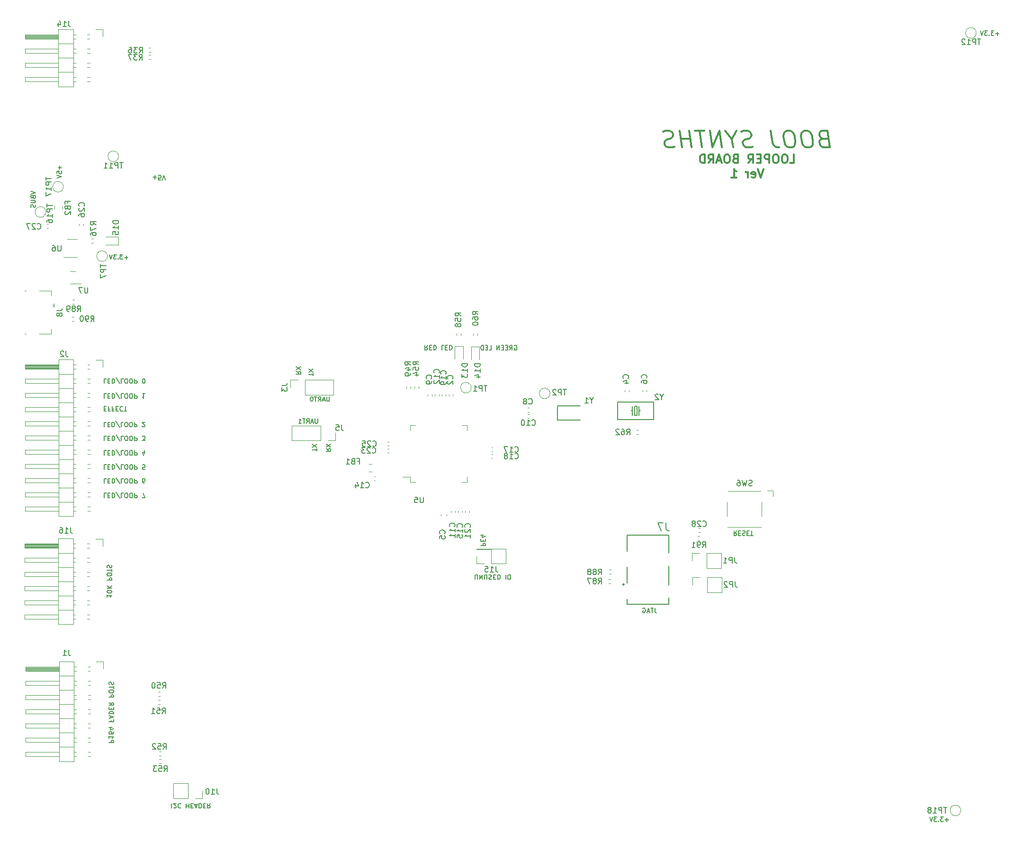
<source format=gbo>
G04 #@! TF.GenerationSoftware,KiCad,Pcbnew,(5.1.9)-1*
G04 #@! TF.CreationDate,2021-06-08T08:09:59+01:00*
G04 #@! TF.ProjectId,Looper_Board,4c6f6f70-6572-45f4-926f-6172642e6b69,rev?*
G04 #@! TF.SameCoordinates,Original*
G04 #@! TF.FileFunction,Legend,Bot*
G04 #@! TF.FilePolarity,Positive*
%FSLAX46Y46*%
G04 Gerber Fmt 4.6, Leading zero omitted, Abs format (unit mm)*
G04 Created by KiCad (PCBNEW (5.1.9)-1) date 2021-06-08 08:09:59*
%MOMM*%
%LPD*%
G01*
G04 APERTURE LIST*
%ADD10C,0.304800*%
%ADD11C,0.152400*%
%ADD12C,0.120000*%
%ADD13C,0.127000*%
%ADD14C,0.240000*%
%ADD15C,0.150000*%
%ADD16C,1.500000*%
%ADD17R,1.700000X1.700000*%
%ADD18O,1.700000X1.700000*%
%ADD19O,1.250000X1.050000*%
%ADD20R,1.350000X0.400000*%
%ADD21O,1.900000X1.000000*%
%ADD22R,1.900000X2.900000*%
%ADD23R,1.900000X0.875000*%
%ADD24R,1.600000X1.400000*%
%ADD25R,1.060000X0.650000*%
%ADD26R,1.000000X1.600000*%
%ADD27C,0.787400*%
%ADD28C,2.374900*%
%ADD29C,0.990600*%
%ADD30R,2.500000X1.000000*%
%ADD31R,2.500000X2.500000*%
%ADD32R,2.000000X2.400000*%
%ADD33C,0.800000*%
%ADD34C,6.000000*%
G04 APERTURE END LIST*
D10*
X196708485Y-71834828D02*
X197434200Y-71834828D01*
X197434200Y-70310828D01*
X195910200Y-70310828D02*
X195619914Y-70310828D01*
X195474771Y-70383400D01*
X195329628Y-70528542D01*
X195257057Y-70818828D01*
X195257057Y-71326828D01*
X195329628Y-71617114D01*
X195474771Y-71762257D01*
X195619914Y-71834828D01*
X195910200Y-71834828D01*
X196055342Y-71762257D01*
X196200485Y-71617114D01*
X196273057Y-71326828D01*
X196273057Y-70818828D01*
X196200485Y-70528542D01*
X196055342Y-70383400D01*
X195910200Y-70310828D01*
X194313628Y-70310828D02*
X194023342Y-70310828D01*
X193878200Y-70383400D01*
X193733057Y-70528542D01*
X193660485Y-70818828D01*
X193660485Y-71326828D01*
X193733057Y-71617114D01*
X193878200Y-71762257D01*
X194023342Y-71834828D01*
X194313628Y-71834828D01*
X194458771Y-71762257D01*
X194603914Y-71617114D01*
X194676485Y-71326828D01*
X194676485Y-70818828D01*
X194603914Y-70528542D01*
X194458771Y-70383400D01*
X194313628Y-70310828D01*
X193007342Y-71834828D02*
X193007342Y-70310828D01*
X192426771Y-70310828D01*
X192281628Y-70383400D01*
X192209057Y-70455971D01*
X192136485Y-70601114D01*
X192136485Y-70818828D01*
X192209057Y-70963971D01*
X192281628Y-71036542D01*
X192426771Y-71109114D01*
X193007342Y-71109114D01*
X191483342Y-71036542D02*
X190975342Y-71036542D01*
X190757628Y-71834828D02*
X191483342Y-71834828D01*
X191483342Y-70310828D01*
X190757628Y-70310828D01*
X189233628Y-71834828D02*
X189741628Y-71109114D01*
X190104485Y-71834828D02*
X190104485Y-70310828D01*
X189523914Y-70310828D01*
X189378771Y-70383400D01*
X189306200Y-70455971D01*
X189233628Y-70601114D01*
X189233628Y-70818828D01*
X189306200Y-70963971D01*
X189378771Y-71036542D01*
X189523914Y-71109114D01*
X190104485Y-71109114D01*
X186911342Y-71036542D02*
X186693628Y-71109114D01*
X186621057Y-71181685D01*
X186548485Y-71326828D01*
X186548485Y-71544542D01*
X186621057Y-71689685D01*
X186693628Y-71762257D01*
X186838771Y-71834828D01*
X187419342Y-71834828D01*
X187419342Y-70310828D01*
X186911342Y-70310828D01*
X186766200Y-70383400D01*
X186693628Y-70455971D01*
X186621057Y-70601114D01*
X186621057Y-70746257D01*
X186693628Y-70891400D01*
X186766200Y-70963971D01*
X186911342Y-71036542D01*
X187419342Y-71036542D01*
X185605057Y-70310828D02*
X185314771Y-70310828D01*
X185169628Y-70383400D01*
X185024485Y-70528542D01*
X184951914Y-70818828D01*
X184951914Y-71326828D01*
X185024485Y-71617114D01*
X185169628Y-71762257D01*
X185314771Y-71834828D01*
X185605057Y-71834828D01*
X185750200Y-71762257D01*
X185895342Y-71617114D01*
X185967914Y-71326828D01*
X185967914Y-70818828D01*
X185895342Y-70528542D01*
X185750200Y-70383400D01*
X185605057Y-70310828D01*
X184371342Y-71399400D02*
X183645628Y-71399400D01*
X184516485Y-71834828D02*
X184008485Y-70310828D01*
X183500485Y-71834828D01*
X182121628Y-71834828D02*
X182629628Y-71109114D01*
X182992485Y-71834828D02*
X182992485Y-70310828D01*
X182411914Y-70310828D01*
X182266771Y-70383400D01*
X182194200Y-70455971D01*
X182121628Y-70601114D01*
X182121628Y-70818828D01*
X182194200Y-70963971D01*
X182266771Y-71036542D01*
X182411914Y-71109114D01*
X182992485Y-71109114D01*
X181468485Y-71834828D02*
X181468485Y-70310828D01*
X181105628Y-70310828D01*
X180887914Y-70383400D01*
X180742771Y-70528542D01*
X180670200Y-70673685D01*
X180597628Y-70963971D01*
X180597628Y-71181685D01*
X180670200Y-71471971D01*
X180742771Y-71617114D01*
X180887914Y-71762257D01*
X181105628Y-71834828D01*
X181468485Y-71834828D01*
X191991342Y-72901628D02*
X191483342Y-74425628D01*
X190975342Y-72901628D01*
X189886771Y-74353057D02*
X190031914Y-74425628D01*
X190322200Y-74425628D01*
X190467342Y-74353057D01*
X190539914Y-74207914D01*
X190539914Y-73627342D01*
X190467342Y-73482200D01*
X190322200Y-73409628D01*
X190031914Y-73409628D01*
X189886771Y-73482200D01*
X189814200Y-73627342D01*
X189814200Y-73772485D01*
X190539914Y-73917628D01*
X189161057Y-74425628D02*
X189161057Y-73409628D01*
X189161057Y-73699914D02*
X189088485Y-73554771D01*
X189015914Y-73482200D01*
X188870771Y-73409628D01*
X188725628Y-73409628D01*
X186258200Y-74425628D02*
X187129057Y-74425628D01*
X186693628Y-74425628D02*
X186693628Y-72901628D01*
X186838771Y-73119342D01*
X186983914Y-73264485D01*
X187129057Y-73337057D01*
X202608986Y-67476714D02*
X202198272Y-67619571D01*
X202073272Y-67762428D01*
X201966129Y-68048142D01*
X202019700Y-68476714D01*
X202198272Y-68762428D01*
X202358986Y-68905285D01*
X202662557Y-69048142D01*
X203805415Y-69048142D01*
X203430415Y-66048142D01*
X202430415Y-66048142D01*
X202162557Y-66191000D01*
X202037557Y-66333857D01*
X201930415Y-66619571D01*
X201966129Y-66905285D01*
X202144700Y-67191000D01*
X202305415Y-67333857D01*
X202608986Y-67476714D01*
X203608986Y-67476714D01*
X199858986Y-66048142D02*
X199287557Y-66048142D01*
X199019700Y-66191000D01*
X198769700Y-66476714D01*
X198698272Y-67048142D01*
X198823272Y-68048142D01*
X199037557Y-68619571D01*
X199358986Y-68905285D01*
X199662557Y-69048142D01*
X200233986Y-69048142D01*
X200501843Y-68905285D01*
X200751843Y-68619571D01*
X200823272Y-68048142D01*
X200698272Y-67048142D01*
X200483986Y-66476714D01*
X200162557Y-66191000D01*
X199858986Y-66048142D01*
X196716129Y-66048142D02*
X196144700Y-66048142D01*
X195876843Y-66191000D01*
X195626843Y-66476714D01*
X195555415Y-67048142D01*
X195680415Y-68048142D01*
X195894700Y-68619571D01*
X196216129Y-68905285D01*
X196519700Y-69048142D01*
X197091129Y-69048142D01*
X197358986Y-68905285D01*
X197608986Y-68619571D01*
X197680415Y-68048142D01*
X197555415Y-67048142D01*
X197341129Y-66476714D01*
X197019700Y-66191000D01*
X196716129Y-66048142D01*
X193287557Y-66048142D02*
X193555415Y-68191000D01*
X193751843Y-68619571D01*
X194073272Y-68905285D01*
X194519700Y-69048142D01*
X194805415Y-69048142D01*
X190073272Y-68905285D02*
X189662557Y-69048142D01*
X188948272Y-69048142D01*
X188644700Y-68905285D01*
X188483986Y-68762428D01*
X188305415Y-68476714D01*
X188269700Y-68191000D01*
X188376843Y-67905285D01*
X188501843Y-67762428D01*
X188769700Y-67619571D01*
X189323272Y-67476714D01*
X189591129Y-67333857D01*
X189716129Y-67191000D01*
X189823272Y-66905285D01*
X189787557Y-66619571D01*
X189608986Y-66333857D01*
X189448272Y-66191000D01*
X189144700Y-66048142D01*
X188430415Y-66048142D01*
X188019700Y-66191000D01*
X186341129Y-67619571D02*
X186519700Y-69048142D01*
X187144700Y-66048142D02*
X186341129Y-67619571D01*
X185144700Y-66048142D01*
X184519700Y-69048142D02*
X184144700Y-66048142D01*
X182805415Y-69048142D01*
X182430415Y-66048142D01*
X181430415Y-66048142D02*
X179716129Y-66048142D01*
X180948272Y-69048142D02*
X180573272Y-66048142D01*
X179091129Y-69048142D02*
X178716129Y-66048142D01*
X178894700Y-67476714D02*
X177180415Y-67476714D01*
X177376843Y-69048142D02*
X177001843Y-66048142D01*
X176073272Y-68905285D02*
X175662557Y-69048142D01*
X174948272Y-69048142D01*
X174644700Y-68905285D01*
X174483986Y-68762428D01*
X174305415Y-68476714D01*
X174269700Y-68191000D01*
X174376843Y-67905285D01*
X174501843Y-67762428D01*
X174769700Y-67619571D01*
X175323272Y-67476714D01*
X175591129Y-67333857D01*
X175716129Y-67191000D01*
X175823272Y-66905285D01*
X175787557Y-66619571D01*
X175608986Y-66333857D01*
X175448272Y-66191000D01*
X175144700Y-66048142D01*
X174430415Y-66048142D01*
X174019700Y-66191000D01*
D11*
X141440504Y-140261219D02*
X142253304Y-140261219D01*
X142253304Y-139951580D01*
X142214600Y-139874171D01*
X142175895Y-139835466D01*
X142098485Y-139796761D01*
X141982371Y-139796761D01*
X141904961Y-139835466D01*
X141866257Y-139874171D01*
X141827552Y-139951580D01*
X141827552Y-140261219D01*
X141866257Y-139448419D02*
X141866257Y-139177485D01*
X141440504Y-139061371D02*
X141440504Y-139448419D01*
X142253304Y-139448419D01*
X142253304Y-139061371D01*
X141982371Y-138364685D02*
X141440504Y-138364685D01*
X142292009Y-138558209D02*
X141711438Y-138751733D01*
X141711438Y-138248571D01*
X74517552Y-130874104D02*
X74130504Y-130874104D01*
X74130504Y-131686904D01*
X74788485Y-131299857D02*
X75059419Y-131299857D01*
X75175533Y-130874104D02*
X74788485Y-130874104D01*
X74788485Y-131686904D01*
X75175533Y-131686904D01*
X75523876Y-130874104D02*
X75523876Y-131686904D01*
X75717400Y-131686904D01*
X75833514Y-131648200D01*
X75910923Y-131570790D01*
X75949628Y-131493380D01*
X75988333Y-131338561D01*
X75988333Y-131222447D01*
X75949628Y-131067628D01*
X75910923Y-130990219D01*
X75833514Y-130912809D01*
X75717400Y-130874104D01*
X75523876Y-130874104D01*
X76917247Y-131725609D02*
X76220561Y-130680580D01*
X77575228Y-130874104D02*
X77188180Y-130874104D01*
X77188180Y-131686904D01*
X78000980Y-131686904D02*
X78155800Y-131686904D01*
X78233209Y-131648200D01*
X78310619Y-131570790D01*
X78349323Y-131415971D01*
X78349323Y-131145038D01*
X78310619Y-130990219D01*
X78233209Y-130912809D01*
X78155800Y-130874104D01*
X78000980Y-130874104D01*
X77923571Y-130912809D01*
X77846161Y-130990219D01*
X77807457Y-131145038D01*
X77807457Y-131415971D01*
X77846161Y-131570790D01*
X77923571Y-131648200D01*
X78000980Y-131686904D01*
X78852485Y-131686904D02*
X79007304Y-131686904D01*
X79084714Y-131648200D01*
X79162123Y-131570790D01*
X79200828Y-131415971D01*
X79200828Y-131145038D01*
X79162123Y-130990219D01*
X79084714Y-130912809D01*
X79007304Y-130874104D01*
X78852485Y-130874104D01*
X78775076Y-130912809D01*
X78697666Y-130990219D01*
X78658961Y-131145038D01*
X78658961Y-131415971D01*
X78697666Y-131570790D01*
X78775076Y-131648200D01*
X78852485Y-131686904D01*
X79549171Y-130874104D02*
X79549171Y-131686904D01*
X79858809Y-131686904D01*
X79936219Y-131648200D01*
X79974923Y-131609495D01*
X80013628Y-131532085D01*
X80013628Y-131415971D01*
X79974923Y-131338561D01*
X79936219Y-131299857D01*
X79858809Y-131261152D01*
X79549171Y-131261152D01*
X80903838Y-131686904D02*
X81445704Y-131686904D01*
X81097361Y-130874104D01*
X74517552Y-128283304D02*
X74130504Y-128283304D01*
X74130504Y-129096104D01*
X74788485Y-128709057D02*
X75059419Y-128709057D01*
X75175533Y-128283304D02*
X74788485Y-128283304D01*
X74788485Y-129096104D01*
X75175533Y-129096104D01*
X75523876Y-128283304D02*
X75523876Y-129096104D01*
X75717400Y-129096104D01*
X75833514Y-129057400D01*
X75910923Y-128979990D01*
X75949628Y-128902580D01*
X75988333Y-128747761D01*
X75988333Y-128631647D01*
X75949628Y-128476828D01*
X75910923Y-128399419D01*
X75833514Y-128322009D01*
X75717400Y-128283304D01*
X75523876Y-128283304D01*
X76917247Y-129134809D02*
X76220561Y-128089780D01*
X77575228Y-128283304D02*
X77188180Y-128283304D01*
X77188180Y-129096104D01*
X78000980Y-129096104D02*
X78155800Y-129096104D01*
X78233209Y-129057400D01*
X78310619Y-128979990D01*
X78349323Y-128825171D01*
X78349323Y-128554238D01*
X78310619Y-128399419D01*
X78233209Y-128322009D01*
X78155800Y-128283304D01*
X78000980Y-128283304D01*
X77923571Y-128322009D01*
X77846161Y-128399419D01*
X77807457Y-128554238D01*
X77807457Y-128825171D01*
X77846161Y-128979990D01*
X77923571Y-129057400D01*
X78000980Y-129096104D01*
X78852485Y-129096104D02*
X79007304Y-129096104D01*
X79084714Y-129057400D01*
X79162123Y-128979990D01*
X79200828Y-128825171D01*
X79200828Y-128554238D01*
X79162123Y-128399419D01*
X79084714Y-128322009D01*
X79007304Y-128283304D01*
X78852485Y-128283304D01*
X78775076Y-128322009D01*
X78697666Y-128399419D01*
X78658961Y-128554238D01*
X78658961Y-128825171D01*
X78697666Y-128979990D01*
X78775076Y-129057400D01*
X78852485Y-129096104D01*
X79549171Y-128283304D02*
X79549171Y-129096104D01*
X79858809Y-129096104D01*
X79936219Y-129057400D01*
X79974923Y-129018695D01*
X80013628Y-128941285D01*
X80013628Y-128825171D01*
X79974923Y-128747761D01*
X79936219Y-128709057D01*
X79858809Y-128670352D01*
X79549171Y-128670352D01*
X81329590Y-129096104D02*
X81174771Y-129096104D01*
X81097361Y-129057400D01*
X81058657Y-129018695D01*
X80981247Y-128902580D01*
X80942542Y-128747761D01*
X80942542Y-128438123D01*
X80981247Y-128360714D01*
X81019952Y-128322009D01*
X81097361Y-128283304D01*
X81252180Y-128283304D01*
X81329590Y-128322009D01*
X81368295Y-128360714D01*
X81407000Y-128438123D01*
X81407000Y-128631647D01*
X81368295Y-128709057D01*
X81329590Y-128747761D01*
X81252180Y-128786466D01*
X81097361Y-128786466D01*
X81019952Y-128747761D01*
X80981247Y-128709057D01*
X80942542Y-128631647D01*
X74517552Y-125768704D02*
X74130504Y-125768704D01*
X74130504Y-126581504D01*
X74788485Y-126194457D02*
X75059419Y-126194457D01*
X75175533Y-125768704D02*
X74788485Y-125768704D01*
X74788485Y-126581504D01*
X75175533Y-126581504D01*
X75523876Y-125768704D02*
X75523876Y-126581504D01*
X75717400Y-126581504D01*
X75833514Y-126542800D01*
X75910923Y-126465390D01*
X75949628Y-126387980D01*
X75988333Y-126233161D01*
X75988333Y-126117047D01*
X75949628Y-125962228D01*
X75910923Y-125884819D01*
X75833514Y-125807409D01*
X75717400Y-125768704D01*
X75523876Y-125768704D01*
X76917247Y-126620209D02*
X76220561Y-125575180D01*
X77575228Y-125768704D02*
X77188180Y-125768704D01*
X77188180Y-126581504D01*
X78000980Y-126581504D02*
X78155800Y-126581504D01*
X78233209Y-126542800D01*
X78310619Y-126465390D01*
X78349323Y-126310571D01*
X78349323Y-126039638D01*
X78310619Y-125884819D01*
X78233209Y-125807409D01*
X78155800Y-125768704D01*
X78000980Y-125768704D01*
X77923571Y-125807409D01*
X77846161Y-125884819D01*
X77807457Y-126039638D01*
X77807457Y-126310571D01*
X77846161Y-126465390D01*
X77923571Y-126542800D01*
X78000980Y-126581504D01*
X78852485Y-126581504D02*
X79007304Y-126581504D01*
X79084714Y-126542800D01*
X79162123Y-126465390D01*
X79200828Y-126310571D01*
X79200828Y-126039638D01*
X79162123Y-125884819D01*
X79084714Y-125807409D01*
X79007304Y-125768704D01*
X78852485Y-125768704D01*
X78775076Y-125807409D01*
X78697666Y-125884819D01*
X78658961Y-126039638D01*
X78658961Y-126310571D01*
X78697666Y-126465390D01*
X78775076Y-126542800D01*
X78852485Y-126581504D01*
X79549171Y-125768704D02*
X79549171Y-126581504D01*
X79858809Y-126581504D01*
X79936219Y-126542800D01*
X79974923Y-126504095D01*
X80013628Y-126426685D01*
X80013628Y-126310571D01*
X79974923Y-126233161D01*
X79936219Y-126194457D01*
X79858809Y-126155752D01*
X79549171Y-126155752D01*
X81368295Y-126581504D02*
X80981247Y-126581504D01*
X80942542Y-126194457D01*
X80981247Y-126233161D01*
X81058657Y-126271866D01*
X81252180Y-126271866D01*
X81329590Y-126233161D01*
X81368295Y-126194457D01*
X81407000Y-126117047D01*
X81407000Y-125923523D01*
X81368295Y-125846114D01*
X81329590Y-125807409D01*
X81252180Y-125768704D01*
X81058657Y-125768704D01*
X80981247Y-125807409D01*
X80942542Y-125846114D01*
X74517552Y-123254104D02*
X74130504Y-123254104D01*
X74130504Y-124066904D01*
X74788485Y-123679857D02*
X75059419Y-123679857D01*
X75175533Y-123254104D02*
X74788485Y-123254104D01*
X74788485Y-124066904D01*
X75175533Y-124066904D01*
X75523876Y-123254104D02*
X75523876Y-124066904D01*
X75717400Y-124066904D01*
X75833514Y-124028200D01*
X75910923Y-123950790D01*
X75949628Y-123873380D01*
X75988333Y-123718561D01*
X75988333Y-123602447D01*
X75949628Y-123447628D01*
X75910923Y-123370219D01*
X75833514Y-123292809D01*
X75717400Y-123254104D01*
X75523876Y-123254104D01*
X76917247Y-124105609D02*
X76220561Y-123060580D01*
X77575228Y-123254104D02*
X77188180Y-123254104D01*
X77188180Y-124066904D01*
X78000980Y-124066904D02*
X78155800Y-124066904D01*
X78233209Y-124028200D01*
X78310619Y-123950790D01*
X78349323Y-123795971D01*
X78349323Y-123525038D01*
X78310619Y-123370219D01*
X78233209Y-123292809D01*
X78155800Y-123254104D01*
X78000980Y-123254104D01*
X77923571Y-123292809D01*
X77846161Y-123370219D01*
X77807457Y-123525038D01*
X77807457Y-123795971D01*
X77846161Y-123950790D01*
X77923571Y-124028200D01*
X78000980Y-124066904D01*
X78852485Y-124066904D02*
X79007304Y-124066904D01*
X79084714Y-124028200D01*
X79162123Y-123950790D01*
X79200828Y-123795971D01*
X79200828Y-123525038D01*
X79162123Y-123370219D01*
X79084714Y-123292809D01*
X79007304Y-123254104D01*
X78852485Y-123254104D01*
X78775076Y-123292809D01*
X78697666Y-123370219D01*
X78658961Y-123525038D01*
X78658961Y-123795971D01*
X78697666Y-123950790D01*
X78775076Y-124028200D01*
X78852485Y-124066904D01*
X79549171Y-123254104D02*
X79549171Y-124066904D01*
X79858809Y-124066904D01*
X79936219Y-124028200D01*
X79974923Y-123989495D01*
X80013628Y-123912085D01*
X80013628Y-123795971D01*
X79974923Y-123718561D01*
X79936219Y-123679857D01*
X79858809Y-123641152D01*
X79549171Y-123641152D01*
X81329590Y-123795971D02*
X81329590Y-123254104D01*
X81136066Y-124105609D02*
X80942542Y-123525038D01*
X81445704Y-123525038D01*
X74517552Y-120637904D02*
X74130504Y-120637904D01*
X74130504Y-121450704D01*
X74788485Y-121063657D02*
X75059419Y-121063657D01*
X75175533Y-120637904D02*
X74788485Y-120637904D01*
X74788485Y-121450704D01*
X75175533Y-121450704D01*
X75523876Y-120637904D02*
X75523876Y-121450704D01*
X75717400Y-121450704D01*
X75833514Y-121412000D01*
X75910923Y-121334590D01*
X75949628Y-121257180D01*
X75988333Y-121102361D01*
X75988333Y-120986247D01*
X75949628Y-120831428D01*
X75910923Y-120754019D01*
X75833514Y-120676609D01*
X75717400Y-120637904D01*
X75523876Y-120637904D01*
X76917247Y-121489409D02*
X76220561Y-120444380D01*
X77575228Y-120637904D02*
X77188180Y-120637904D01*
X77188180Y-121450704D01*
X78000980Y-121450704D02*
X78155800Y-121450704D01*
X78233209Y-121412000D01*
X78310619Y-121334590D01*
X78349323Y-121179771D01*
X78349323Y-120908838D01*
X78310619Y-120754019D01*
X78233209Y-120676609D01*
X78155800Y-120637904D01*
X78000980Y-120637904D01*
X77923571Y-120676609D01*
X77846161Y-120754019D01*
X77807457Y-120908838D01*
X77807457Y-121179771D01*
X77846161Y-121334590D01*
X77923571Y-121412000D01*
X78000980Y-121450704D01*
X78852485Y-121450704D02*
X79007304Y-121450704D01*
X79084714Y-121412000D01*
X79162123Y-121334590D01*
X79200828Y-121179771D01*
X79200828Y-120908838D01*
X79162123Y-120754019D01*
X79084714Y-120676609D01*
X79007304Y-120637904D01*
X78852485Y-120637904D01*
X78775076Y-120676609D01*
X78697666Y-120754019D01*
X78658961Y-120908838D01*
X78658961Y-121179771D01*
X78697666Y-121334590D01*
X78775076Y-121412000D01*
X78852485Y-121450704D01*
X79549171Y-120637904D02*
X79549171Y-121450704D01*
X79858809Y-121450704D01*
X79936219Y-121412000D01*
X79974923Y-121373295D01*
X80013628Y-121295885D01*
X80013628Y-121179771D01*
X79974923Y-121102361D01*
X79936219Y-121063657D01*
X79858809Y-121024952D01*
X79549171Y-121024952D01*
X80903838Y-121450704D02*
X81407000Y-121450704D01*
X81136066Y-121141066D01*
X81252180Y-121141066D01*
X81329590Y-121102361D01*
X81368295Y-121063657D01*
X81407000Y-120986247D01*
X81407000Y-120792723D01*
X81368295Y-120715314D01*
X81329590Y-120676609D01*
X81252180Y-120637904D01*
X81019952Y-120637904D01*
X80942542Y-120676609D01*
X80903838Y-120715314D01*
X74492152Y-118199504D02*
X74105104Y-118199504D01*
X74105104Y-119012304D01*
X74763085Y-118625257D02*
X75034019Y-118625257D01*
X75150133Y-118199504D02*
X74763085Y-118199504D01*
X74763085Y-119012304D01*
X75150133Y-119012304D01*
X75498476Y-118199504D02*
X75498476Y-119012304D01*
X75692000Y-119012304D01*
X75808114Y-118973600D01*
X75885523Y-118896190D01*
X75924228Y-118818780D01*
X75962933Y-118663961D01*
X75962933Y-118547847D01*
X75924228Y-118393028D01*
X75885523Y-118315619D01*
X75808114Y-118238209D01*
X75692000Y-118199504D01*
X75498476Y-118199504D01*
X76891847Y-119051009D02*
X76195161Y-118005980D01*
X77549828Y-118199504D02*
X77162780Y-118199504D01*
X77162780Y-119012304D01*
X77975580Y-119012304D02*
X78130400Y-119012304D01*
X78207809Y-118973600D01*
X78285219Y-118896190D01*
X78323923Y-118741371D01*
X78323923Y-118470438D01*
X78285219Y-118315619D01*
X78207809Y-118238209D01*
X78130400Y-118199504D01*
X77975580Y-118199504D01*
X77898171Y-118238209D01*
X77820761Y-118315619D01*
X77782057Y-118470438D01*
X77782057Y-118741371D01*
X77820761Y-118896190D01*
X77898171Y-118973600D01*
X77975580Y-119012304D01*
X78827085Y-119012304D02*
X78981904Y-119012304D01*
X79059314Y-118973600D01*
X79136723Y-118896190D01*
X79175428Y-118741371D01*
X79175428Y-118470438D01*
X79136723Y-118315619D01*
X79059314Y-118238209D01*
X78981904Y-118199504D01*
X78827085Y-118199504D01*
X78749676Y-118238209D01*
X78672266Y-118315619D01*
X78633561Y-118470438D01*
X78633561Y-118741371D01*
X78672266Y-118896190D01*
X78749676Y-118973600D01*
X78827085Y-119012304D01*
X79523771Y-118199504D02*
X79523771Y-119012304D01*
X79833409Y-119012304D01*
X79910819Y-118973600D01*
X79949523Y-118934895D01*
X79988228Y-118857485D01*
X79988228Y-118741371D01*
X79949523Y-118663961D01*
X79910819Y-118625257D01*
X79833409Y-118586552D01*
X79523771Y-118586552D01*
X80917142Y-118934895D02*
X80955847Y-118973600D01*
X81033257Y-119012304D01*
X81226780Y-119012304D01*
X81304190Y-118973600D01*
X81342895Y-118934895D01*
X81381600Y-118857485D01*
X81381600Y-118780076D01*
X81342895Y-118663961D01*
X80878438Y-118199504D01*
X81381600Y-118199504D01*
X74118409Y-115805857D02*
X74389342Y-115805857D01*
X74505457Y-115380104D02*
X74118409Y-115380104D01*
X74118409Y-116192904D01*
X74505457Y-116192904D01*
X75124733Y-115805857D02*
X74853800Y-115805857D01*
X74853800Y-115380104D02*
X74853800Y-116192904D01*
X75240847Y-116192904D01*
X75821419Y-115805857D02*
X75550485Y-115805857D01*
X75550485Y-115380104D02*
X75550485Y-116192904D01*
X75937533Y-116192904D01*
X76247171Y-115805857D02*
X76518104Y-115805857D01*
X76634219Y-115380104D02*
X76247171Y-115380104D01*
X76247171Y-116192904D01*
X76634219Y-116192904D01*
X77447019Y-115457514D02*
X77408314Y-115418809D01*
X77292200Y-115380104D01*
X77214790Y-115380104D01*
X77098676Y-115418809D01*
X77021266Y-115496219D01*
X76982561Y-115573628D01*
X76943857Y-115728447D01*
X76943857Y-115844561D01*
X76982561Y-115999380D01*
X77021266Y-116076790D01*
X77098676Y-116154200D01*
X77214790Y-116192904D01*
X77292200Y-116192904D01*
X77408314Y-116154200D01*
X77447019Y-116115495D01*
X77679247Y-116192904D02*
X78143704Y-116192904D01*
X77911476Y-115380104D02*
X77911476Y-116192904D01*
X74517552Y-113094104D02*
X74130504Y-113094104D01*
X74130504Y-113906904D01*
X74788485Y-113519857D02*
X75059419Y-113519857D01*
X75175533Y-113094104D02*
X74788485Y-113094104D01*
X74788485Y-113906904D01*
X75175533Y-113906904D01*
X75523876Y-113094104D02*
X75523876Y-113906904D01*
X75717400Y-113906904D01*
X75833514Y-113868200D01*
X75910923Y-113790790D01*
X75949628Y-113713380D01*
X75988333Y-113558561D01*
X75988333Y-113442447D01*
X75949628Y-113287628D01*
X75910923Y-113210219D01*
X75833514Y-113132809D01*
X75717400Y-113094104D01*
X75523876Y-113094104D01*
X76917247Y-113945609D02*
X76220561Y-112900580D01*
X77575228Y-113094104D02*
X77188180Y-113094104D01*
X77188180Y-113906904D01*
X78000980Y-113906904D02*
X78155800Y-113906904D01*
X78233209Y-113868200D01*
X78310619Y-113790790D01*
X78349323Y-113635971D01*
X78349323Y-113365038D01*
X78310619Y-113210219D01*
X78233209Y-113132809D01*
X78155800Y-113094104D01*
X78000980Y-113094104D01*
X77923571Y-113132809D01*
X77846161Y-113210219D01*
X77807457Y-113365038D01*
X77807457Y-113635971D01*
X77846161Y-113790790D01*
X77923571Y-113868200D01*
X78000980Y-113906904D01*
X78852485Y-113906904D02*
X79007304Y-113906904D01*
X79084714Y-113868200D01*
X79162123Y-113790790D01*
X79200828Y-113635971D01*
X79200828Y-113365038D01*
X79162123Y-113210219D01*
X79084714Y-113132809D01*
X79007304Y-113094104D01*
X78852485Y-113094104D01*
X78775076Y-113132809D01*
X78697666Y-113210219D01*
X78658961Y-113365038D01*
X78658961Y-113635971D01*
X78697666Y-113790790D01*
X78775076Y-113868200D01*
X78852485Y-113906904D01*
X79549171Y-113094104D02*
X79549171Y-113906904D01*
X79858809Y-113906904D01*
X79936219Y-113868200D01*
X79974923Y-113829495D01*
X80013628Y-113752085D01*
X80013628Y-113635971D01*
X79974923Y-113558561D01*
X79936219Y-113519857D01*
X79858809Y-113481152D01*
X79549171Y-113481152D01*
X81407000Y-113094104D02*
X80942542Y-113094104D01*
X81174771Y-113094104D02*
X81174771Y-113906904D01*
X81097361Y-113790790D01*
X81019952Y-113713380D01*
X80942542Y-113674676D01*
X74517552Y-110401704D02*
X74130504Y-110401704D01*
X74130504Y-111214504D01*
X74788485Y-110827457D02*
X75059419Y-110827457D01*
X75175533Y-110401704D02*
X74788485Y-110401704D01*
X74788485Y-111214504D01*
X75175533Y-111214504D01*
X75523876Y-110401704D02*
X75523876Y-111214504D01*
X75717400Y-111214504D01*
X75833514Y-111175800D01*
X75910923Y-111098390D01*
X75949628Y-111020980D01*
X75988333Y-110866161D01*
X75988333Y-110750047D01*
X75949628Y-110595228D01*
X75910923Y-110517819D01*
X75833514Y-110440409D01*
X75717400Y-110401704D01*
X75523876Y-110401704D01*
X76917247Y-111253209D02*
X76220561Y-110208180D01*
X77575228Y-110401704D02*
X77188180Y-110401704D01*
X77188180Y-111214504D01*
X78000980Y-111214504D02*
X78155800Y-111214504D01*
X78233209Y-111175800D01*
X78310619Y-111098390D01*
X78349323Y-110943571D01*
X78349323Y-110672638D01*
X78310619Y-110517819D01*
X78233209Y-110440409D01*
X78155800Y-110401704D01*
X78000980Y-110401704D01*
X77923571Y-110440409D01*
X77846161Y-110517819D01*
X77807457Y-110672638D01*
X77807457Y-110943571D01*
X77846161Y-111098390D01*
X77923571Y-111175800D01*
X78000980Y-111214504D01*
X78852485Y-111214504D02*
X79007304Y-111214504D01*
X79084714Y-111175800D01*
X79162123Y-111098390D01*
X79200828Y-110943571D01*
X79200828Y-110672638D01*
X79162123Y-110517819D01*
X79084714Y-110440409D01*
X79007304Y-110401704D01*
X78852485Y-110401704D01*
X78775076Y-110440409D01*
X78697666Y-110517819D01*
X78658961Y-110672638D01*
X78658961Y-110943571D01*
X78697666Y-111098390D01*
X78775076Y-111175800D01*
X78852485Y-111214504D01*
X79549171Y-110401704D02*
X79549171Y-111214504D01*
X79858809Y-111214504D01*
X79936219Y-111175800D01*
X79974923Y-111137095D01*
X80013628Y-111059685D01*
X80013628Y-110943571D01*
X79974923Y-110866161D01*
X79936219Y-110827457D01*
X79858809Y-110788752D01*
X79549171Y-110788752D01*
X81136066Y-111214504D02*
X81213476Y-111214504D01*
X81290885Y-111175800D01*
X81329590Y-111137095D01*
X81368295Y-111059685D01*
X81407000Y-110904866D01*
X81407000Y-110711342D01*
X81368295Y-110556523D01*
X81329590Y-110479114D01*
X81290885Y-110440409D01*
X81213476Y-110401704D01*
X81136066Y-110401704D01*
X81058657Y-110440409D01*
X81019952Y-110479114D01*
X80981247Y-110556523D01*
X80942542Y-110711342D01*
X80942542Y-110904866D01*
X80981247Y-111059685D01*
X81019952Y-111137095D01*
X81058657Y-111175800D01*
X81136066Y-111214504D01*
X74638504Y-149008495D02*
X74638504Y-149472952D01*
X74638504Y-149240723D02*
X75451304Y-149240723D01*
X75335190Y-149318133D01*
X75257780Y-149395542D01*
X75219076Y-149472952D01*
X75451304Y-148505333D02*
X75451304Y-148427923D01*
X75412600Y-148350514D01*
X75373895Y-148311809D01*
X75296485Y-148273104D01*
X75141666Y-148234400D01*
X74948142Y-148234400D01*
X74793323Y-148273104D01*
X74715914Y-148311809D01*
X74677209Y-148350514D01*
X74638504Y-148427923D01*
X74638504Y-148505333D01*
X74677209Y-148582742D01*
X74715914Y-148621447D01*
X74793323Y-148660152D01*
X74948142Y-148698857D01*
X75141666Y-148698857D01*
X75296485Y-148660152D01*
X75373895Y-148621447D01*
X75412600Y-148582742D01*
X75451304Y-148505333D01*
X74638504Y-147886057D02*
X75451304Y-147886057D01*
X74638504Y-147421600D02*
X75102961Y-147769942D01*
X75451304Y-147421600D02*
X74986847Y-147886057D01*
X74638504Y-146453980D02*
X75451304Y-146453980D01*
X75451304Y-146144342D01*
X75412600Y-146066933D01*
X75373895Y-146028228D01*
X75296485Y-145989523D01*
X75180371Y-145989523D01*
X75102961Y-146028228D01*
X75064257Y-146066933D01*
X75025552Y-146144342D01*
X75025552Y-146453980D01*
X75451304Y-145486361D02*
X75451304Y-145331542D01*
X75412600Y-145254133D01*
X75335190Y-145176723D01*
X75180371Y-145138019D01*
X74909438Y-145138019D01*
X74754619Y-145176723D01*
X74677209Y-145254133D01*
X74638504Y-145331542D01*
X74638504Y-145486361D01*
X74677209Y-145563771D01*
X74754619Y-145641180D01*
X74909438Y-145679885D01*
X75180371Y-145679885D01*
X75335190Y-145641180D01*
X75412600Y-145563771D01*
X75451304Y-145486361D01*
X75451304Y-144905790D02*
X75451304Y-144441333D01*
X74638504Y-144673561D02*
X75451304Y-144673561D01*
X74677209Y-144209104D02*
X74638504Y-144092990D01*
X74638504Y-143899466D01*
X74677209Y-143822057D01*
X74715914Y-143783352D01*
X74793323Y-143744647D01*
X74870733Y-143744647D01*
X74948142Y-143783352D01*
X74986847Y-143822057D01*
X75025552Y-143899466D01*
X75064257Y-144054285D01*
X75102961Y-144131695D01*
X75141666Y-144170400D01*
X75219076Y-144209104D01*
X75296485Y-144209104D01*
X75373895Y-144170400D01*
X75412600Y-144131695D01*
X75451304Y-144054285D01*
X75451304Y-143860761D01*
X75412600Y-143744647D01*
X74994104Y-175477714D02*
X75806904Y-175477714D01*
X75806904Y-175168076D01*
X75768200Y-175090666D01*
X75729495Y-175051961D01*
X75652085Y-175013257D01*
X75535971Y-175013257D01*
X75458561Y-175051961D01*
X75419857Y-175090666D01*
X75381152Y-175168076D01*
X75381152Y-175477714D01*
X74994104Y-174239161D02*
X74994104Y-174703619D01*
X74994104Y-174471390D02*
X75806904Y-174471390D01*
X75690790Y-174548800D01*
X75613380Y-174626209D01*
X75574676Y-174703619D01*
X75806904Y-173542476D02*
X75806904Y-173697295D01*
X75768200Y-173774704D01*
X75729495Y-173813409D01*
X75613380Y-173890819D01*
X75458561Y-173929523D01*
X75148923Y-173929523D01*
X75071514Y-173890819D01*
X75032809Y-173852114D01*
X74994104Y-173774704D01*
X74994104Y-173619885D01*
X75032809Y-173542476D01*
X75071514Y-173503771D01*
X75148923Y-173465066D01*
X75342447Y-173465066D01*
X75419857Y-173503771D01*
X75458561Y-173542476D01*
X75497266Y-173619885D01*
X75497266Y-173774704D01*
X75458561Y-173852114D01*
X75419857Y-173890819D01*
X75342447Y-173929523D01*
X75535971Y-172768380D02*
X74994104Y-172768380D01*
X75845609Y-172961904D02*
X75265038Y-173155428D01*
X75265038Y-172652266D01*
X75419857Y-171452419D02*
X75419857Y-171723352D01*
X74994104Y-171723352D02*
X75806904Y-171723352D01*
X75806904Y-171336304D01*
X75226333Y-171065371D02*
X75226333Y-170678323D01*
X74994104Y-171142780D02*
X75806904Y-170871847D01*
X74994104Y-170600914D01*
X74994104Y-170329980D02*
X75806904Y-170329980D01*
X75806904Y-170136457D01*
X75768200Y-170020342D01*
X75690790Y-169942933D01*
X75613380Y-169904228D01*
X75458561Y-169865523D01*
X75342447Y-169865523D01*
X75187628Y-169904228D01*
X75110219Y-169942933D01*
X75032809Y-170020342D01*
X74994104Y-170136457D01*
X74994104Y-170329980D01*
X75419857Y-169517180D02*
X75419857Y-169246247D01*
X74994104Y-169130133D02*
X74994104Y-169517180D01*
X75806904Y-169517180D01*
X75806904Y-169130133D01*
X74994104Y-168317333D02*
X75381152Y-168588266D01*
X74994104Y-168781790D02*
X75806904Y-168781790D01*
X75806904Y-168472152D01*
X75768200Y-168394742D01*
X75729495Y-168356038D01*
X75652085Y-168317333D01*
X75535971Y-168317333D01*
X75458561Y-168356038D01*
X75419857Y-168394742D01*
X75381152Y-168472152D01*
X75381152Y-168781790D01*
X74994104Y-167349714D02*
X75806904Y-167349714D01*
X75806904Y-167040076D01*
X75768200Y-166962666D01*
X75729495Y-166923961D01*
X75652085Y-166885257D01*
X75535971Y-166885257D01*
X75458561Y-166923961D01*
X75419857Y-166962666D01*
X75381152Y-167040076D01*
X75381152Y-167349714D01*
X75806904Y-166382095D02*
X75806904Y-166227276D01*
X75768200Y-166149866D01*
X75690790Y-166072457D01*
X75535971Y-166033752D01*
X75265038Y-166033752D01*
X75110219Y-166072457D01*
X75032809Y-166149866D01*
X74994104Y-166227276D01*
X74994104Y-166382095D01*
X75032809Y-166459504D01*
X75110219Y-166536914D01*
X75265038Y-166575619D01*
X75535971Y-166575619D01*
X75690790Y-166536914D01*
X75768200Y-166459504D01*
X75806904Y-166382095D01*
X75806904Y-165801523D02*
X75806904Y-165337066D01*
X74994104Y-165569295D02*
X75806904Y-165569295D01*
X75032809Y-165104838D02*
X74994104Y-164988723D01*
X74994104Y-164795200D01*
X75032809Y-164717790D01*
X75071514Y-164679085D01*
X75148923Y-164640380D01*
X75226333Y-164640380D01*
X75303742Y-164679085D01*
X75342447Y-164717790D01*
X75381152Y-164795200D01*
X75419857Y-164950019D01*
X75458561Y-165027428D01*
X75497266Y-165066133D01*
X75574676Y-165104838D01*
X75652085Y-165104838D01*
X75729495Y-165066133D01*
X75768200Y-165027428D01*
X75806904Y-164950019D01*
X75806904Y-164756495D01*
X75768200Y-164640380D01*
X82851171Y-74363942D02*
X83470447Y-74363942D01*
X83160809Y-74054304D02*
X83160809Y-74673580D01*
X84244542Y-74867104D02*
X83857495Y-74867104D01*
X83818790Y-74480057D01*
X83857495Y-74518761D01*
X83934904Y-74557466D01*
X84128428Y-74557466D01*
X84205838Y-74518761D01*
X84244542Y-74480057D01*
X84283247Y-74402647D01*
X84283247Y-74209123D01*
X84244542Y-74131714D01*
X84205838Y-74093009D01*
X84128428Y-74054304D01*
X83934904Y-74054304D01*
X83857495Y-74093009D01*
X83818790Y-74131714D01*
X84515476Y-74867104D02*
X84786409Y-74054304D01*
X85057342Y-74867104D01*
X234099100Y-48724457D02*
X233479823Y-48724457D01*
X233789461Y-49034095D02*
X233789461Y-48414819D01*
X233170185Y-48221295D02*
X232667023Y-48221295D01*
X232937957Y-48530933D01*
X232821842Y-48530933D01*
X232744433Y-48569638D01*
X232705728Y-48608342D01*
X232667023Y-48685752D01*
X232667023Y-48879276D01*
X232705728Y-48956685D01*
X232744433Y-48995390D01*
X232821842Y-49034095D01*
X233054071Y-49034095D01*
X233131480Y-48995390D01*
X233170185Y-48956685D01*
X232318680Y-48956685D02*
X232279976Y-48995390D01*
X232318680Y-49034095D01*
X232357385Y-48995390D01*
X232318680Y-48956685D01*
X232318680Y-49034095D01*
X232009042Y-48221295D02*
X231505880Y-48221295D01*
X231776814Y-48530933D01*
X231660700Y-48530933D01*
X231583290Y-48569638D01*
X231544585Y-48608342D01*
X231505880Y-48685752D01*
X231505880Y-48879276D01*
X231544585Y-48956685D01*
X231583290Y-48995390D01*
X231660700Y-49034095D01*
X231892928Y-49034095D01*
X231970338Y-48995390D01*
X232009042Y-48956685D01*
X231273652Y-48221295D02*
X231002719Y-49034095D01*
X230731785Y-48221295D01*
X86185828Y-186347704D02*
X86185828Y-187160504D01*
X86534171Y-187083095D02*
X86572876Y-187121800D01*
X86650285Y-187160504D01*
X86843809Y-187160504D01*
X86921219Y-187121800D01*
X86959923Y-187083095D01*
X86998628Y-187005685D01*
X86998628Y-186928276D01*
X86959923Y-186812161D01*
X86495466Y-186347704D01*
X86998628Y-186347704D01*
X87811428Y-186425114D02*
X87772723Y-186386409D01*
X87656609Y-186347704D01*
X87579200Y-186347704D01*
X87463085Y-186386409D01*
X87385676Y-186463819D01*
X87346971Y-186541228D01*
X87308266Y-186696047D01*
X87308266Y-186812161D01*
X87346971Y-186966980D01*
X87385676Y-187044390D01*
X87463085Y-187121800D01*
X87579200Y-187160504D01*
X87656609Y-187160504D01*
X87772723Y-187121800D01*
X87811428Y-187083095D01*
X88779047Y-186347704D02*
X88779047Y-187160504D01*
X88779047Y-186773457D02*
X89243504Y-186773457D01*
X89243504Y-186347704D02*
X89243504Y-187160504D01*
X89630552Y-186773457D02*
X89901485Y-186773457D01*
X90017600Y-186347704D02*
X89630552Y-186347704D01*
X89630552Y-187160504D01*
X90017600Y-187160504D01*
X90327238Y-186579933D02*
X90714285Y-186579933D01*
X90249828Y-186347704D02*
X90520761Y-187160504D01*
X90791695Y-186347704D01*
X91062628Y-186347704D02*
X91062628Y-187160504D01*
X91256152Y-187160504D01*
X91372266Y-187121800D01*
X91449676Y-187044390D01*
X91488380Y-186966980D01*
X91527085Y-186812161D01*
X91527085Y-186696047D01*
X91488380Y-186541228D01*
X91449676Y-186463819D01*
X91372266Y-186386409D01*
X91256152Y-186347704D01*
X91062628Y-186347704D01*
X91875428Y-186773457D02*
X92146361Y-186773457D01*
X92262476Y-186347704D02*
X91875428Y-186347704D01*
X91875428Y-187160504D01*
X92262476Y-187160504D01*
X93075276Y-186347704D02*
X92804342Y-186734752D01*
X92610819Y-186347704D02*
X92610819Y-187160504D01*
X92920457Y-187160504D01*
X92997866Y-187121800D01*
X93036571Y-187083095D01*
X93075276Y-187005685D01*
X93075276Y-186889571D01*
X93036571Y-186812161D01*
X92997866Y-186773457D01*
X92920457Y-186734752D01*
X92610819Y-186734752D01*
X225069400Y-189262657D02*
X224450123Y-189262657D01*
X224759761Y-189572295D02*
X224759761Y-188953019D01*
X224140485Y-188759495D02*
X223637323Y-188759495D01*
X223908257Y-189069133D01*
X223792142Y-189069133D01*
X223714733Y-189107838D01*
X223676028Y-189146542D01*
X223637323Y-189223952D01*
X223637323Y-189417476D01*
X223676028Y-189494885D01*
X223714733Y-189533590D01*
X223792142Y-189572295D01*
X224024371Y-189572295D01*
X224101780Y-189533590D01*
X224140485Y-189494885D01*
X223288980Y-189494885D02*
X223250276Y-189533590D01*
X223288980Y-189572295D01*
X223327685Y-189533590D01*
X223288980Y-189494885D01*
X223288980Y-189572295D01*
X222979342Y-188759495D02*
X222476180Y-188759495D01*
X222747114Y-189069133D01*
X222631000Y-189069133D01*
X222553590Y-189107838D01*
X222514885Y-189146542D01*
X222476180Y-189223952D01*
X222476180Y-189417476D01*
X222514885Y-189494885D01*
X222553590Y-189533590D01*
X222631000Y-189572295D01*
X222863228Y-189572295D01*
X222940638Y-189533590D01*
X222979342Y-189494885D01*
X222243952Y-188759495D02*
X221973019Y-189572295D01*
X221702085Y-188759495D01*
X78384400Y-88729457D02*
X77765123Y-88729457D01*
X78074761Y-89039095D02*
X78074761Y-88419819D01*
X77455485Y-88226295D02*
X76952323Y-88226295D01*
X77223257Y-88535933D01*
X77107142Y-88535933D01*
X77029733Y-88574638D01*
X76991028Y-88613342D01*
X76952323Y-88690752D01*
X76952323Y-88884276D01*
X76991028Y-88961685D01*
X77029733Y-89000390D01*
X77107142Y-89039095D01*
X77339371Y-89039095D01*
X77416780Y-89000390D01*
X77455485Y-88961685D01*
X76603980Y-88961685D02*
X76565276Y-89000390D01*
X76603980Y-89039095D01*
X76642685Y-89000390D01*
X76603980Y-88961685D01*
X76603980Y-89039095D01*
X76294342Y-88226295D02*
X75791180Y-88226295D01*
X76062114Y-88535933D01*
X75946000Y-88535933D01*
X75868590Y-88574638D01*
X75829885Y-88613342D01*
X75791180Y-88690752D01*
X75791180Y-88884276D01*
X75829885Y-88961685D01*
X75868590Y-89000390D01*
X75946000Y-89039095D01*
X76178228Y-89039095D01*
X76255638Y-89000390D01*
X76294342Y-88961685D01*
X75558952Y-88226295D02*
X75288019Y-89039095D01*
X75017085Y-88226295D01*
X66199657Y-72322871D02*
X66199657Y-72942147D01*
X66509295Y-72632509D02*
X65890019Y-72632509D01*
X65696495Y-73716242D02*
X65696495Y-73329195D01*
X66083542Y-73290490D01*
X66044838Y-73329195D01*
X66006133Y-73406604D01*
X66006133Y-73600128D01*
X66044838Y-73677538D01*
X66083542Y-73716242D01*
X66160952Y-73754947D01*
X66354476Y-73754947D01*
X66431885Y-73716242D01*
X66470590Y-73677538D01*
X66509295Y-73600128D01*
X66509295Y-73406604D01*
X66470590Y-73329195D01*
X66431885Y-73290490D01*
X65696495Y-73987176D02*
X66509295Y-74258109D01*
X65696495Y-74529042D01*
X61022895Y-76868866D02*
X61835695Y-77139800D01*
X61022895Y-77410733D01*
X61409942Y-77952600D02*
X61448647Y-78068714D01*
X61487352Y-78107419D01*
X61564761Y-78146123D01*
X61680876Y-78146123D01*
X61758285Y-78107419D01*
X61796990Y-78068714D01*
X61835695Y-77991304D01*
X61835695Y-77681666D01*
X61022895Y-77681666D01*
X61022895Y-77952600D01*
X61061600Y-78030009D01*
X61100304Y-78068714D01*
X61177714Y-78107419D01*
X61255123Y-78107419D01*
X61332533Y-78068714D01*
X61371238Y-78030009D01*
X61409942Y-77952600D01*
X61409942Y-77681666D01*
X61022895Y-78494466D02*
X61680876Y-78494466D01*
X61758285Y-78533171D01*
X61796990Y-78571876D01*
X61835695Y-78649285D01*
X61835695Y-78804104D01*
X61796990Y-78881514D01*
X61758285Y-78920219D01*
X61680876Y-78958923D01*
X61022895Y-78958923D01*
X61796990Y-79307266D02*
X61835695Y-79423380D01*
X61835695Y-79616904D01*
X61796990Y-79694314D01*
X61758285Y-79733019D01*
X61680876Y-79771723D01*
X61603466Y-79771723D01*
X61526057Y-79733019D01*
X61487352Y-79694314D01*
X61448647Y-79616904D01*
X61409942Y-79462085D01*
X61371238Y-79384676D01*
X61332533Y-79345971D01*
X61255123Y-79307266D01*
X61177714Y-79307266D01*
X61100304Y-79345971D01*
X61061600Y-79384676D01*
X61022895Y-79462085D01*
X61022895Y-79655609D01*
X61061600Y-79771723D01*
X172550666Y-151421495D02*
X172550666Y-152002066D01*
X172589371Y-152118180D01*
X172666780Y-152195590D01*
X172782895Y-152234295D01*
X172860304Y-152234295D01*
X172279733Y-151421495D02*
X171815276Y-151421495D01*
X172047504Y-152234295D02*
X172047504Y-151421495D01*
X171583047Y-152002066D02*
X171196000Y-152002066D01*
X171660457Y-152234295D02*
X171389523Y-151421495D01*
X171118590Y-152234295D01*
X170421904Y-151460200D02*
X170499314Y-151421495D01*
X170615428Y-151421495D01*
X170731542Y-151460200D01*
X170808952Y-151537609D01*
X170847657Y-151615019D01*
X170886361Y-151769838D01*
X170886361Y-151885952D01*
X170847657Y-152040771D01*
X170808952Y-152118180D01*
X170731542Y-152195590D01*
X170615428Y-152234295D01*
X170538019Y-152234295D01*
X170421904Y-152195590D01*
X170383200Y-152156885D01*
X170383200Y-151885952D01*
X170538019Y-151885952D01*
X187173204Y-137605104D02*
X186902271Y-137992152D01*
X186708747Y-137605104D02*
X186708747Y-138417904D01*
X187018385Y-138417904D01*
X187095795Y-138379200D01*
X187134500Y-138340495D01*
X187173204Y-138263085D01*
X187173204Y-138146971D01*
X187134500Y-138069561D01*
X187095795Y-138030857D01*
X187018385Y-137992152D01*
X186708747Y-137992152D01*
X187521547Y-138030857D02*
X187792480Y-138030857D01*
X187908595Y-137605104D02*
X187521547Y-137605104D01*
X187521547Y-138417904D01*
X187908595Y-138417904D01*
X188218233Y-137643809D02*
X188334347Y-137605104D01*
X188527871Y-137605104D01*
X188605280Y-137643809D01*
X188643985Y-137682514D01*
X188682690Y-137759923D01*
X188682690Y-137837333D01*
X188643985Y-137914742D01*
X188605280Y-137953447D01*
X188527871Y-137992152D01*
X188373052Y-138030857D01*
X188295642Y-138069561D01*
X188256938Y-138108266D01*
X188218233Y-138185676D01*
X188218233Y-138263085D01*
X188256938Y-138340495D01*
X188295642Y-138379200D01*
X188373052Y-138417904D01*
X188566576Y-138417904D01*
X188682690Y-138379200D01*
X189031033Y-138030857D02*
X189301966Y-138030857D01*
X189418080Y-137605104D02*
X189031033Y-137605104D01*
X189031033Y-138417904D01*
X189418080Y-138417904D01*
X189650309Y-138417904D02*
X190114766Y-138417904D01*
X189882538Y-137605104D02*
X189882538Y-138417904D01*
X131948161Y-104432704D02*
X131677228Y-104819752D01*
X131483704Y-104432704D02*
X131483704Y-105245504D01*
X131793342Y-105245504D01*
X131870752Y-105206800D01*
X131909457Y-105168095D01*
X131948161Y-105090685D01*
X131948161Y-104974571D01*
X131909457Y-104897161D01*
X131870752Y-104858457D01*
X131793342Y-104819752D01*
X131483704Y-104819752D01*
X132296504Y-104858457D02*
X132567438Y-104858457D01*
X132683552Y-104432704D02*
X132296504Y-104432704D01*
X132296504Y-105245504D01*
X132683552Y-105245504D01*
X133031895Y-104432704D02*
X133031895Y-105245504D01*
X133225419Y-105245504D01*
X133341533Y-105206800D01*
X133418942Y-105129390D01*
X133457647Y-105051980D01*
X133496352Y-104897161D01*
X133496352Y-104781047D01*
X133457647Y-104626228D01*
X133418942Y-104548819D01*
X133341533Y-104471409D01*
X133225419Y-104432704D01*
X133031895Y-104432704D01*
X134851019Y-104432704D02*
X134463971Y-104432704D01*
X134463971Y-105245504D01*
X135121952Y-104858457D02*
X135392885Y-104858457D01*
X135509000Y-104432704D02*
X135121952Y-104432704D01*
X135121952Y-105245504D01*
X135509000Y-105245504D01*
X135857342Y-104432704D02*
X135857342Y-105245504D01*
X136050866Y-105245504D01*
X136166980Y-105206800D01*
X136244390Y-105129390D01*
X136283095Y-105051980D01*
X136321800Y-104897161D01*
X136321800Y-104781047D01*
X136283095Y-104626228D01*
X136244390Y-104548819D01*
X136166980Y-104471409D01*
X136050866Y-104432704D01*
X135857342Y-104432704D01*
X147445790Y-104495600D02*
X147523200Y-104456895D01*
X147639314Y-104456895D01*
X147755428Y-104495600D01*
X147832838Y-104573009D01*
X147871542Y-104650419D01*
X147910247Y-104805238D01*
X147910247Y-104921352D01*
X147871542Y-105076171D01*
X147832838Y-105153580D01*
X147755428Y-105230990D01*
X147639314Y-105269695D01*
X147561904Y-105269695D01*
X147445790Y-105230990D01*
X147407085Y-105192285D01*
X147407085Y-104921352D01*
X147561904Y-104921352D01*
X146594285Y-105269695D02*
X146865219Y-104882647D01*
X147058742Y-105269695D02*
X147058742Y-104456895D01*
X146749104Y-104456895D01*
X146671695Y-104495600D01*
X146632990Y-104534304D01*
X146594285Y-104611714D01*
X146594285Y-104727828D01*
X146632990Y-104805238D01*
X146671695Y-104843942D01*
X146749104Y-104882647D01*
X147058742Y-104882647D01*
X146245942Y-104843942D02*
X145975009Y-104843942D01*
X145858895Y-105269695D02*
X146245942Y-105269695D01*
X146245942Y-104456895D01*
X145858895Y-104456895D01*
X145510552Y-104843942D02*
X145239619Y-104843942D01*
X145123504Y-105269695D02*
X145510552Y-105269695D01*
X145510552Y-104456895D01*
X145123504Y-104456895D01*
X144775161Y-105269695D02*
X144775161Y-104456895D01*
X144310704Y-105269695D01*
X144310704Y-104456895D01*
X142917333Y-105269695D02*
X143304380Y-105269695D01*
X143304380Y-104456895D01*
X142646400Y-104843942D02*
X142375466Y-104843942D01*
X142259352Y-105269695D02*
X142646400Y-105269695D01*
X142646400Y-104456895D01*
X142259352Y-104456895D01*
X141911009Y-105269695D02*
X141911009Y-104456895D01*
X141717485Y-104456895D01*
X141601371Y-104495600D01*
X141523961Y-104573009D01*
X141485257Y-104650419D01*
X141446552Y-104805238D01*
X141446552Y-104921352D01*
X141485257Y-105076171D01*
X141523961Y-105153580D01*
X141601371Y-105230990D01*
X141717485Y-105269695D01*
X141911009Y-105269695D01*
X112300657Y-117563295D02*
X112300657Y-118221276D01*
X112261952Y-118298685D01*
X112223247Y-118337390D01*
X112145838Y-118376095D01*
X111991019Y-118376095D01*
X111913609Y-118337390D01*
X111874904Y-118298685D01*
X111836200Y-118221276D01*
X111836200Y-117563295D01*
X111487857Y-118143866D02*
X111100809Y-118143866D01*
X111565266Y-118376095D02*
X111294333Y-117563295D01*
X111023400Y-118376095D01*
X110288009Y-118376095D02*
X110558942Y-117989047D01*
X110752466Y-118376095D02*
X110752466Y-117563295D01*
X110442828Y-117563295D01*
X110365419Y-117602000D01*
X110326714Y-117640704D01*
X110288009Y-117718114D01*
X110288009Y-117834228D01*
X110326714Y-117911638D01*
X110365419Y-117950342D01*
X110442828Y-117989047D01*
X110752466Y-117989047D01*
X110055780Y-117563295D02*
X109591323Y-117563295D01*
X109823552Y-118376095D02*
X109823552Y-117563295D01*
X108894638Y-118376095D02*
X109359095Y-118376095D01*
X109126866Y-118376095D02*
X109126866Y-117563295D01*
X109204276Y-117679409D01*
X109281685Y-117756819D01*
X109359095Y-117795523D01*
X112141604Y-123326676D02*
X112141604Y-122862219D01*
X111328804Y-123094447D02*
X112141604Y-123094447D01*
X112141604Y-122668695D02*
X111328804Y-122126828D01*
X112141604Y-122126828D02*
X111328804Y-122668695D01*
X113792604Y-122906366D02*
X114179652Y-123177300D01*
X113792604Y-123370823D02*
X114605404Y-123370823D01*
X114605404Y-123061185D01*
X114566700Y-122983776D01*
X114527995Y-122945071D01*
X114450585Y-122906366D01*
X114334471Y-122906366D01*
X114257061Y-122945071D01*
X114218357Y-122983776D01*
X114179652Y-123061185D01*
X114179652Y-123370823D01*
X114605404Y-122635433D02*
X113792604Y-122093566D01*
X114605404Y-122093566D02*
X113792604Y-122635433D01*
X111473584Y-109867216D02*
X111473584Y-109402759D01*
X110660784Y-109634987D02*
X111473584Y-109634987D01*
X111473584Y-109209235D02*
X110660784Y-108667368D01*
X111473584Y-108667368D02*
X110660784Y-109209235D01*
X108438284Y-109078606D02*
X108825332Y-109349540D01*
X108438284Y-109543063D02*
X109251084Y-109543063D01*
X109251084Y-109233425D01*
X109212380Y-109156016D01*
X109173675Y-109117311D01*
X109096265Y-109078606D01*
X108980151Y-109078606D01*
X108902741Y-109117311D01*
X108864037Y-109156016D01*
X108825332Y-109233425D01*
X108825332Y-109543063D01*
X109251084Y-108807673D02*
X108438284Y-108265806D01*
X109251084Y-108265806D02*
X108438284Y-108807673D01*
X114383457Y-113626295D02*
X114383457Y-114284276D01*
X114344752Y-114361685D01*
X114306047Y-114400390D01*
X114228638Y-114439095D01*
X114073819Y-114439095D01*
X113996409Y-114400390D01*
X113957704Y-114361685D01*
X113919000Y-114284276D01*
X113919000Y-113626295D01*
X113570657Y-114206866D02*
X113183609Y-114206866D01*
X113648066Y-114439095D02*
X113377133Y-113626295D01*
X113106200Y-114439095D01*
X112370809Y-114439095D02*
X112641742Y-114052047D01*
X112835266Y-114439095D02*
X112835266Y-113626295D01*
X112525628Y-113626295D01*
X112448219Y-113665000D01*
X112409514Y-113703704D01*
X112370809Y-113781114D01*
X112370809Y-113897228D01*
X112409514Y-113974638D01*
X112448219Y-114013342D01*
X112525628Y-114052047D01*
X112835266Y-114052047D01*
X112138580Y-113626295D02*
X111674123Y-113626295D01*
X111906352Y-114439095D02*
X111906352Y-113626295D01*
X111248371Y-113626295D02*
X111170961Y-113626295D01*
X111093552Y-113665000D01*
X111054847Y-113703704D01*
X111016142Y-113781114D01*
X110977438Y-113935933D01*
X110977438Y-114129457D01*
X111016142Y-114284276D01*
X111054847Y-114361685D01*
X111093552Y-114400390D01*
X111170961Y-114439095D01*
X111248371Y-114439095D01*
X111325780Y-114400390D01*
X111364485Y-114361685D01*
X111403190Y-114284276D01*
X111441895Y-114129457D01*
X111441895Y-113935933D01*
X111403190Y-113781114D01*
X111364485Y-113703704D01*
X111325780Y-113665000D01*
X111248371Y-113626295D01*
X140387009Y-146266504D02*
X140387009Y-145608523D01*
X140425714Y-145531114D01*
X140464419Y-145492409D01*
X140541828Y-145453704D01*
X140696647Y-145453704D01*
X140774057Y-145492409D01*
X140812761Y-145531114D01*
X140851466Y-145608523D01*
X140851466Y-146266504D01*
X141238514Y-145453704D02*
X141238514Y-146266504D01*
X141702971Y-145453704D01*
X141702971Y-146266504D01*
X142090019Y-146266504D02*
X142090019Y-145608523D01*
X142128723Y-145531114D01*
X142167428Y-145492409D01*
X142244838Y-145453704D01*
X142399657Y-145453704D01*
X142477066Y-145492409D01*
X142515771Y-145531114D01*
X142554476Y-145608523D01*
X142554476Y-146266504D01*
X142902819Y-145492409D02*
X143018933Y-145453704D01*
X143212457Y-145453704D01*
X143289866Y-145492409D01*
X143328571Y-145531114D01*
X143367276Y-145608523D01*
X143367276Y-145685933D01*
X143328571Y-145763342D01*
X143289866Y-145802047D01*
X143212457Y-145840752D01*
X143057638Y-145879457D01*
X142980228Y-145918161D01*
X142941523Y-145956866D01*
X142902819Y-146034276D01*
X142902819Y-146111685D01*
X142941523Y-146189095D01*
X142980228Y-146227800D01*
X143057638Y-146266504D01*
X143251161Y-146266504D01*
X143367276Y-146227800D01*
X143715619Y-145879457D02*
X143986552Y-145879457D01*
X144102666Y-145453704D02*
X143715619Y-145453704D01*
X143715619Y-146266504D01*
X144102666Y-146266504D01*
X144451009Y-145453704D02*
X144451009Y-146266504D01*
X144644533Y-146266504D01*
X144760647Y-146227800D01*
X144838057Y-146150390D01*
X144876761Y-146072980D01*
X144915466Y-145918161D01*
X144915466Y-145802047D01*
X144876761Y-145647228D01*
X144838057Y-145569819D01*
X144760647Y-145492409D01*
X144644533Y-145453704D01*
X144451009Y-145453704D01*
X145883085Y-145453704D02*
X145883085Y-146266504D01*
X146424952Y-146266504D02*
X146579771Y-146266504D01*
X146657180Y-146227800D01*
X146734590Y-146150390D01*
X146773295Y-145995571D01*
X146773295Y-145724638D01*
X146734590Y-145569819D01*
X146657180Y-145492409D01*
X146579771Y-145453704D01*
X146424952Y-145453704D01*
X146347542Y-145492409D01*
X146270133Y-145569819D01*
X146231428Y-145724638D01*
X146231428Y-145995571D01*
X146270133Y-146150390D01*
X146347542Y-146227800D01*
X146424952Y-146266504D01*
D12*
X138068800Y-118702300D02*
X139018800Y-118702300D01*
X139018800Y-118702300D02*
X139018800Y-119652300D01*
X129748800Y-118702300D02*
X128798800Y-118702300D01*
X128798800Y-118702300D02*
X128798800Y-119652300D01*
X138068800Y-128922300D02*
X139018800Y-128922300D01*
X139018800Y-128922300D02*
X139018800Y-127972300D01*
X129748800Y-128922300D02*
X128798800Y-128922300D01*
X128798800Y-128922300D02*
X128798800Y-127972300D01*
X128798800Y-127972300D02*
X127458800Y-127972300D01*
X66824900Y-76073000D02*
G75*
G03*
X66824900Y-76073000I-950000J0D01*
G01*
X227238600Y-187591700D02*
G75*
G03*
X227238600Y-187591700I-950000J0D01*
G01*
X86490500Y-185429200D02*
X86490500Y-182769200D01*
X89090500Y-185429200D02*
X86490500Y-185429200D01*
X89090500Y-182769200D02*
X86490500Y-182769200D01*
X89090500Y-185429200D02*
X89090500Y-182769200D01*
X90360500Y-185429200D02*
X91690500Y-185429200D01*
X91690500Y-185429200D02*
X91690500Y-184099200D01*
X167178400Y-112675935D02*
X167178400Y-112444265D01*
X167898400Y-112675935D02*
X167898400Y-112444265D01*
X134300500Y-134613433D02*
X134300500Y-134905967D01*
X135320500Y-134613433D02*
X135320500Y-134905967D01*
X171098800Y-112675935D02*
X171098800Y-112444265D01*
X170378800Y-112675935D02*
X170378800Y-112444265D01*
X150052035Y-116349100D02*
X149820365Y-116349100D01*
X150052035Y-115629100D02*
X149820365Y-115629100D01*
X131974000Y-113463335D02*
X131974000Y-113231665D01*
X132694000Y-113463335D02*
X132694000Y-113231665D01*
X149820365Y-116772100D02*
X150052035Y-116772100D01*
X149820365Y-117492100D02*
X150052035Y-117492100D01*
X136101500Y-134034265D02*
X136101500Y-134265935D01*
X136821500Y-134034265D02*
X136821500Y-134265935D01*
X133964000Y-113463335D02*
X133964000Y-113231665D01*
X133244000Y-113463335D02*
X133244000Y-113231665D01*
X122594635Y-127884600D02*
X122362965Y-127884600D01*
X122594635Y-128604600D02*
X122362965Y-128604600D01*
X137371500Y-134034265D02*
X137371500Y-134265935D01*
X138091500Y-134034265D02*
X138091500Y-134265935D01*
X143343365Y-122715700D02*
X143575035Y-122715700D01*
X143343365Y-123435700D02*
X143575035Y-123435700D01*
X143343365Y-124591400D02*
X143575035Y-124591400D01*
X143343365Y-123871400D02*
X143575035Y-123871400D01*
X135170500Y-113476035D02*
X135170500Y-113244365D01*
X134450500Y-113476035D02*
X134450500Y-113244365D01*
X138641500Y-134034265D02*
X138641500Y-134265935D01*
X139361500Y-134034265D02*
X139361500Y-134265935D01*
X125007635Y-122944300D02*
X124775965Y-122944300D01*
X125007635Y-123664300D02*
X124775965Y-123664300D01*
X69642400Y-82983335D02*
X69642400Y-82751665D01*
X70362400Y-82983335D02*
X70362400Y-82751665D01*
X64149235Y-83481500D02*
X63917565Y-83481500D01*
X64149235Y-82761500D02*
X63917565Y-82761500D01*
X180595535Y-137888300D02*
X180363865Y-137888300D01*
X180595535Y-137168300D02*
X180363865Y-137168300D01*
X138276000Y-104610800D02*
X138276000Y-106895800D01*
X136806000Y-104610800D02*
X138276000Y-104610800D01*
X136806000Y-106895800D02*
X136806000Y-104610800D01*
X139701600Y-106946600D02*
X139701600Y-104661600D01*
X139701600Y-104661600D02*
X141171600Y-104661600D01*
X141171600Y-104661600D02*
X141171600Y-106946600D01*
X74409400Y-84990000D02*
X76694400Y-84990000D01*
X76694400Y-84990000D02*
X76694400Y-86460000D01*
X76694400Y-86460000D02*
X74409400Y-86460000D01*
X121468248Y-125629600D02*
X121990752Y-125629600D01*
X121468248Y-127049600D02*
X121990752Y-127049600D01*
X65228400Y-79494748D02*
X65228400Y-80017252D01*
X66648400Y-79494748D02*
X66648400Y-80017252D01*
X68740200Y-160937900D02*
X68740200Y-178837900D01*
X68740200Y-178837900D02*
X66080200Y-178837900D01*
X66080200Y-178837900D02*
X66080200Y-160937900D01*
X66080200Y-160937900D02*
X68740200Y-160937900D01*
X66080200Y-161887900D02*
X60080200Y-161887900D01*
X60080200Y-161887900D02*
X60080200Y-162647900D01*
X60080200Y-162647900D02*
X66080200Y-162647900D01*
X66080200Y-161947900D02*
X60080200Y-161947900D01*
X66080200Y-162067900D02*
X60080200Y-162067900D01*
X66080200Y-162187900D02*
X60080200Y-162187900D01*
X66080200Y-162307900D02*
X60080200Y-162307900D01*
X66080200Y-162427900D02*
X60080200Y-162427900D01*
X66080200Y-162547900D02*
X60080200Y-162547900D01*
X69137271Y-161887900D02*
X68740200Y-161887900D01*
X69137271Y-162647900D02*
X68740200Y-162647900D01*
X71610200Y-161887900D02*
X71223129Y-161887900D01*
X71610200Y-162647900D02*
X71223129Y-162647900D01*
X68740200Y-163537900D02*
X66080200Y-163537900D01*
X66080200Y-164427900D02*
X60080200Y-164427900D01*
X60080200Y-164427900D02*
X60080200Y-165187900D01*
X60080200Y-165187900D02*
X66080200Y-165187900D01*
X69137271Y-164427900D02*
X68740200Y-164427900D01*
X69137271Y-165187900D02*
X68740200Y-165187900D01*
X71677271Y-164427900D02*
X71223129Y-164427900D01*
X71677271Y-165187900D02*
X71223129Y-165187900D01*
X68740200Y-166077900D02*
X66080200Y-166077900D01*
X66080200Y-166967900D02*
X60080200Y-166967900D01*
X60080200Y-166967900D02*
X60080200Y-167727900D01*
X60080200Y-167727900D02*
X66080200Y-167727900D01*
X69137271Y-166967900D02*
X68740200Y-166967900D01*
X69137271Y-167727900D02*
X68740200Y-167727900D01*
X71677271Y-166967900D02*
X71223129Y-166967900D01*
X71677271Y-167727900D02*
X71223129Y-167727900D01*
X68740200Y-168617900D02*
X66080200Y-168617900D01*
X66080200Y-169507900D02*
X60080200Y-169507900D01*
X60080200Y-169507900D02*
X60080200Y-170267900D01*
X60080200Y-170267900D02*
X66080200Y-170267900D01*
X69137271Y-169507900D02*
X68740200Y-169507900D01*
X69137271Y-170267900D02*
X68740200Y-170267900D01*
X71677271Y-169507900D02*
X71223129Y-169507900D01*
X71677271Y-170267900D02*
X71223129Y-170267900D01*
X68740200Y-171157900D02*
X66080200Y-171157900D01*
X66080200Y-172047900D02*
X60080200Y-172047900D01*
X60080200Y-172047900D02*
X60080200Y-172807900D01*
X60080200Y-172807900D02*
X66080200Y-172807900D01*
X69137271Y-172047900D02*
X68740200Y-172047900D01*
X69137271Y-172807900D02*
X68740200Y-172807900D01*
X71677271Y-172047900D02*
X71223129Y-172047900D01*
X71677271Y-172807900D02*
X71223129Y-172807900D01*
X68740200Y-173697900D02*
X66080200Y-173697900D01*
X66080200Y-174587900D02*
X60080200Y-174587900D01*
X60080200Y-174587900D02*
X60080200Y-175347900D01*
X60080200Y-175347900D02*
X66080200Y-175347900D01*
X69137271Y-174587900D02*
X68740200Y-174587900D01*
X69137271Y-175347900D02*
X68740200Y-175347900D01*
X71677271Y-174587900D02*
X71223129Y-174587900D01*
X71677271Y-175347900D02*
X71223129Y-175347900D01*
X68740200Y-176237900D02*
X66080200Y-176237900D01*
X66080200Y-177127900D02*
X60080200Y-177127900D01*
X60080200Y-177127900D02*
X60080200Y-177887900D01*
X60080200Y-177887900D02*
X66080200Y-177887900D01*
X69137271Y-177127900D02*
X68740200Y-177127900D01*
X69137271Y-177887900D02*
X68740200Y-177887900D01*
X71677271Y-177127900D02*
X71223129Y-177127900D01*
X71677271Y-177887900D02*
X71223129Y-177887900D01*
X73990200Y-162267900D02*
X73990200Y-160997900D01*
X73990200Y-160997900D02*
X72720200Y-160997900D01*
X107394700Y-110607800D02*
X107394700Y-111937800D01*
X108724700Y-110607800D02*
X107394700Y-110607800D01*
X109994700Y-110607800D02*
X109994700Y-113267800D01*
X109994700Y-113267800D02*
X115134700Y-113267800D01*
X109994700Y-110607800D02*
X115134700Y-110607800D01*
X115134700Y-110607800D02*
X115134700Y-113267800D01*
X107686800Y-121446600D02*
X107686800Y-118786600D01*
X112826800Y-121446600D02*
X107686800Y-121446600D01*
X112826800Y-118786600D02*
X107686800Y-118786600D01*
X112826800Y-121446600D02*
X112826800Y-118786600D01*
X114096800Y-121446600D02*
X115426800Y-121446600D01*
X115426800Y-121446600D02*
X115426800Y-120116600D01*
X65166400Y-97552000D02*
X65166400Y-96952000D01*
X64866400Y-97252000D02*
X65166400Y-96952000D01*
X64866400Y-97252000D02*
X65166400Y-97552000D01*
X64636400Y-102422000D02*
X64636400Y-101552000D01*
X64636400Y-94682000D02*
X62566400Y-94682000D01*
X64636400Y-102422000D02*
X62566400Y-102422000D01*
X64636400Y-95552000D02*
X64636400Y-94682000D01*
X60166400Y-94682000D02*
X59916400Y-94682000D01*
X60166400Y-102422000D02*
X59916400Y-102422000D01*
X68613200Y-47907900D02*
X68613200Y-58187900D01*
X68613200Y-58187900D02*
X65953200Y-58187900D01*
X65953200Y-58187900D02*
X65953200Y-47907900D01*
X65953200Y-47907900D02*
X68613200Y-47907900D01*
X65953200Y-48857900D02*
X59953200Y-48857900D01*
X59953200Y-48857900D02*
X59953200Y-49617900D01*
X59953200Y-49617900D02*
X65953200Y-49617900D01*
X65953200Y-48917900D02*
X59953200Y-48917900D01*
X65953200Y-49037900D02*
X59953200Y-49037900D01*
X65953200Y-49157900D02*
X59953200Y-49157900D01*
X65953200Y-49277900D02*
X59953200Y-49277900D01*
X65953200Y-49397900D02*
X59953200Y-49397900D01*
X65953200Y-49517900D02*
X59953200Y-49517900D01*
X69010271Y-48857900D02*
X68613200Y-48857900D01*
X69010271Y-49617900D02*
X68613200Y-49617900D01*
X71483200Y-48857900D02*
X71096129Y-48857900D01*
X71483200Y-49617900D02*
X71096129Y-49617900D01*
X68613200Y-50507900D02*
X65953200Y-50507900D01*
X65953200Y-51397900D02*
X59953200Y-51397900D01*
X59953200Y-51397900D02*
X59953200Y-52157900D01*
X59953200Y-52157900D02*
X65953200Y-52157900D01*
X69010271Y-51397900D02*
X68613200Y-51397900D01*
X69010271Y-52157900D02*
X68613200Y-52157900D01*
X71550271Y-51397900D02*
X71096129Y-51397900D01*
X71550271Y-52157900D02*
X71096129Y-52157900D01*
X68613200Y-53047900D02*
X65953200Y-53047900D01*
X65953200Y-53937900D02*
X59953200Y-53937900D01*
X59953200Y-53937900D02*
X59953200Y-54697900D01*
X59953200Y-54697900D02*
X65953200Y-54697900D01*
X69010271Y-53937900D02*
X68613200Y-53937900D01*
X69010271Y-54697900D02*
X68613200Y-54697900D01*
X71550271Y-53937900D02*
X71096129Y-53937900D01*
X71550271Y-54697900D02*
X71096129Y-54697900D01*
X68613200Y-55587900D02*
X65953200Y-55587900D01*
X65953200Y-56477900D02*
X59953200Y-56477900D01*
X59953200Y-56477900D02*
X59953200Y-57237900D01*
X59953200Y-57237900D02*
X65953200Y-57237900D01*
X69010271Y-56477900D02*
X68613200Y-56477900D01*
X69010271Y-57237900D02*
X68613200Y-57237900D01*
X71550271Y-56477900D02*
X71096129Y-56477900D01*
X71550271Y-57237900D02*
X71096129Y-57237900D01*
X73863200Y-49237900D02*
X73863200Y-47967900D01*
X73863200Y-47967900D02*
X72593200Y-47967900D01*
X140706800Y-140821100D02*
X145906800Y-140821100D01*
X140706800Y-140881100D02*
X140706800Y-140821100D01*
X145906800Y-143481100D02*
X145906800Y-140821100D01*
X140706800Y-140881100D02*
X143306800Y-140881100D01*
X143306800Y-140881100D02*
X143306800Y-143481100D01*
X143306800Y-143481100D02*
X145906800Y-143481100D01*
X140706800Y-142151100D02*
X140706800Y-143481100D01*
X140706800Y-143481100D02*
X142036800Y-143481100D01*
X68587800Y-138966900D02*
X68587800Y-154326900D01*
X68587800Y-154326900D02*
X65927800Y-154326900D01*
X65927800Y-154326900D02*
X65927800Y-138966900D01*
X65927800Y-138966900D02*
X68587800Y-138966900D01*
X65927800Y-139916900D02*
X59927800Y-139916900D01*
X59927800Y-139916900D02*
X59927800Y-140676900D01*
X59927800Y-140676900D02*
X65927800Y-140676900D01*
X65927800Y-139976900D02*
X59927800Y-139976900D01*
X65927800Y-140096900D02*
X59927800Y-140096900D01*
X65927800Y-140216900D02*
X59927800Y-140216900D01*
X65927800Y-140336900D02*
X59927800Y-140336900D01*
X65927800Y-140456900D02*
X59927800Y-140456900D01*
X65927800Y-140576900D02*
X59927800Y-140576900D01*
X68984871Y-139916900D02*
X68587800Y-139916900D01*
X68984871Y-140676900D02*
X68587800Y-140676900D01*
X71457800Y-139916900D02*
X71070729Y-139916900D01*
X71457800Y-140676900D02*
X71070729Y-140676900D01*
X68587800Y-141566900D02*
X65927800Y-141566900D01*
X65927800Y-142456900D02*
X59927800Y-142456900D01*
X59927800Y-142456900D02*
X59927800Y-143216900D01*
X59927800Y-143216900D02*
X65927800Y-143216900D01*
X68984871Y-142456900D02*
X68587800Y-142456900D01*
X68984871Y-143216900D02*
X68587800Y-143216900D01*
X71524871Y-142456900D02*
X71070729Y-142456900D01*
X71524871Y-143216900D02*
X71070729Y-143216900D01*
X68587800Y-144106900D02*
X65927800Y-144106900D01*
X65927800Y-144996900D02*
X59927800Y-144996900D01*
X59927800Y-144996900D02*
X59927800Y-145756900D01*
X59927800Y-145756900D02*
X65927800Y-145756900D01*
X68984871Y-144996900D02*
X68587800Y-144996900D01*
X68984871Y-145756900D02*
X68587800Y-145756900D01*
X71524871Y-144996900D02*
X71070729Y-144996900D01*
X71524871Y-145756900D02*
X71070729Y-145756900D01*
X68587800Y-146646900D02*
X65927800Y-146646900D01*
X65927800Y-147536900D02*
X59927800Y-147536900D01*
X59927800Y-147536900D02*
X59927800Y-148296900D01*
X59927800Y-148296900D02*
X65927800Y-148296900D01*
X68984871Y-147536900D02*
X68587800Y-147536900D01*
X68984871Y-148296900D02*
X68587800Y-148296900D01*
X71524871Y-147536900D02*
X71070729Y-147536900D01*
X71524871Y-148296900D02*
X71070729Y-148296900D01*
X68587800Y-149186900D02*
X65927800Y-149186900D01*
X65927800Y-150076900D02*
X59927800Y-150076900D01*
X59927800Y-150076900D02*
X59927800Y-150836900D01*
X59927800Y-150836900D02*
X65927800Y-150836900D01*
X68984871Y-150076900D02*
X68587800Y-150076900D01*
X68984871Y-150836900D02*
X68587800Y-150836900D01*
X71524871Y-150076900D02*
X71070729Y-150076900D01*
X71524871Y-150836900D02*
X71070729Y-150836900D01*
X68587800Y-151726900D02*
X65927800Y-151726900D01*
X65927800Y-152616900D02*
X59927800Y-152616900D01*
X59927800Y-152616900D02*
X59927800Y-153376900D01*
X59927800Y-153376900D02*
X65927800Y-153376900D01*
X68984871Y-152616900D02*
X68587800Y-152616900D01*
X68984871Y-153376900D02*
X68587800Y-153376900D01*
X71524871Y-152616900D02*
X71070729Y-152616900D01*
X71524871Y-153376900D02*
X71070729Y-153376900D01*
X73837800Y-140296900D02*
X73837800Y-139026900D01*
X73837800Y-139026900D02*
X72567800Y-139026900D01*
X184413200Y-141595800D02*
X184413200Y-144255800D01*
X181813200Y-141595800D02*
X184413200Y-141595800D01*
X181813200Y-144255800D02*
X184413200Y-144255800D01*
X181813200Y-141595800D02*
X181813200Y-144255800D01*
X180543200Y-141595800D02*
X179213200Y-141595800D01*
X179213200Y-141595800D02*
X179213200Y-142925800D01*
X179302100Y-145913800D02*
X179302100Y-147243800D01*
X180632100Y-145913800D02*
X179302100Y-145913800D01*
X181902100Y-145913800D02*
X181902100Y-148573800D01*
X181902100Y-148573800D02*
X184502100Y-148573800D01*
X181902100Y-145913800D02*
X184502100Y-145913800D01*
X184502100Y-145913800D02*
X184502100Y-148573800D01*
X82425521Y-51270900D02*
X82090279Y-51270900D01*
X82425521Y-52030900D02*
X82090279Y-52030900D01*
X82115679Y-52540900D02*
X82450921Y-52540900D01*
X82115679Y-53300900D02*
X82450921Y-53300900D01*
X128144000Y-111757479D02*
X128144000Y-112092721D01*
X128904000Y-111757479D02*
X128904000Y-112092721D01*
X83817479Y-167143700D02*
X84152721Y-167143700D01*
X83817479Y-166383700D02*
X84152721Y-166383700D01*
X84114621Y-168553400D02*
X83779379Y-168553400D01*
X84114621Y-167793400D02*
X83779379Y-167793400D01*
X83982579Y-177039000D02*
X84317821Y-177039000D01*
X83982579Y-177799000D02*
X84317821Y-177799000D01*
X84317821Y-178436000D02*
X83982579Y-178436000D01*
X84317821Y-179196000D02*
X83982579Y-179196000D01*
X129541000Y-111757479D02*
X129541000Y-112092721D01*
X130301000Y-111757479D02*
X130301000Y-112092721D01*
X137148300Y-102656621D02*
X137148300Y-102321379D01*
X137908300Y-102656621D02*
X137908300Y-102321379D01*
X140082000Y-102669321D02*
X140082000Y-102334079D01*
X140842000Y-102669321D02*
X140842000Y-102334079D01*
X169275779Y-120306100D02*
X169611021Y-120306100D01*
X169275779Y-119546100D02*
X169611021Y-119546100D01*
X71866779Y-85345000D02*
X72202021Y-85345000D01*
X71866779Y-86105000D02*
X72202021Y-86105000D01*
X164322779Y-146279600D02*
X164658021Y-146279600D01*
X164322779Y-147039600D02*
X164658021Y-147039600D01*
X164360879Y-145350500D02*
X164696121Y-145350500D01*
X164360879Y-144590500D02*
X164696121Y-144590500D01*
X68437779Y-96267000D02*
X68773021Y-96267000D01*
X68437779Y-97027000D02*
X68773021Y-97027000D01*
X68399679Y-100100400D02*
X68734921Y-100100400D01*
X68399679Y-99340400D02*
X68734921Y-99340400D01*
X180248579Y-138545300D02*
X180583821Y-138545300D01*
X180248579Y-139305300D02*
X180583821Y-139305300D01*
X185644200Y-130468300D02*
X191444200Y-130468300D01*
X185544200Y-136968300D02*
X191544200Y-136968300D01*
X185444200Y-132418300D02*
X185444200Y-135018300D01*
X191644200Y-132418300D02*
X191644200Y-135018300D01*
X193644200Y-131418300D02*
X193644200Y-130418300D01*
X193644200Y-130418300D02*
X192644200Y-130418300D01*
X139735600Y-112001300D02*
G75*
G03*
X139735600Y-112001300I-950000J0D01*
G01*
X153819900Y-113030000D02*
G75*
G03*
X153819900Y-113030000I-950000J0D01*
G01*
X74698900Y-88480900D02*
G75*
G03*
X74698900Y-88480900I-950000J0D01*
G01*
X76692800Y-70637400D02*
G75*
G03*
X76692800Y-70637400I-950000J0D01*
G01*
X230007200Y-48577500D02*
G75*
G03*
X230007200Y-48577500I-950000J0D01*
G01*
X63675300Y-80594200D02*
G75*
G03*
X63675300Y-80594200I-950000J0D01*
G01*
X67514900Y-85448500D02*
X69314900Y-85448500D01*
X69314900Y-88668500D02*
X66864900Y-88668500D01*
X68986400Y-91219000D02*
X67986400Y-91219000D01*
X69986400Y-93439000D02*
X67986400Y-93439000D01*
D13*
X175063650Y-150746800D02*
X175063650Y-149526800D01*
X175063650Y-147226800D02*
X175063650Y-143876800D01*
X175063650Y-141476800D02*
X175063650Y-138406800D01*
X167607750Y-150746800D02*
X175063650Y-150746800D01*
X167607750Y-138406800D02*
X167607750Y-141226800D01*
X167607750Y-144076800D02*
X167607750Y-146926800D01*
X167607750Y-149826800D02*
X167607750Y-150746800D01*
X175063650Y-138406800D02*
X167607750Y-138406800D01*
D14*
X167074420Y-147176800D02*
G75*
G03*
X167074420Y-147176800I-120000J0D01*
G01*
D13*
X159183000Y-115247100D02*
X155158000Y-115247100D01*
X155158000Y-115247100D02*
X155158000Y-117787100D01*
X155158000Y-117787100D02*
X159183000Y-117787100D01*
X165938600Y-117741500D02*
X172338600Y-117741500D01*
X172338600Y-117741500D02*
X172338600Y-114541500D01*
X172338600Y-114541500D02*
X165938600Y-114541500D01*
X165938600Y-114541500D02*
X165938600Y-117741500D01*
X168338600Y-116141500D02*
X168538600Y-116141500D01*
X169938600Y-116141500D02*
X169738600Y-116141500D01*
X169738600Y-116941500D02*
X169738600Y-116141500D01*
X169738600Y-116141500D02*
X169738600Y-115341500D01*
X168538600Y-116941500D02*
X168538600Y-116141500D01*
X168538600Y-116141500D02*
X168538600Y-115341500D01*
X169338600Y-115341500D02*
X168938600Y-115341500D01*
X168938600Y-115341500D02*
X168938600Y-116941500D01*
X168938600Y-116941500D02*
X169338600Y-116941500D01*
X169338600Y-116941500D02*
X169338600Y-115341500D01*
D12*
X136440500Y-113476035D02*
X136440500Y-113244365D01*
X135720500Y-113476035D02*
X135720500Y-113244365D01*
X125020335Y-122394300D02*
X124788665Y-122394300D01*
X125020335Y-121674300D02*
X124788665Y-121674300D01*
X68638600Y-106962900D02*
X68638600Y-135022900D01*
X68638600Y-135022900D02*
X65978600Y-135022900D01*
X65978600Y-135022900D02*
X65978600Y-106962900D01*
X65978600Y-106962900D02*
X68638600Y-106962900D01*
X65978600Y-107912900D02*
X59978600Y-107912900D01*
X59978600Y-107912900D02*
X59978600Y-108672900D01*
X59978600Y-108672900D02*
X65978600Y-108672900D01*
X65978600Y-107972900D02*
X59978600Y-107972900D01*
X65978600Y-108092900D02*
X59978600Y-108092900D01*
X65978600Y-108212900D02*
X59978600Y-108212900D01*
X65978600Y-108332900D02*
X59978600Y-108332900D01*
X65978600Y-108452900D02*
X59978600Y-108452900D01*
X65978600Y-108572900D02*
X59978600Y-108572900D01*
X69035671Y-107912900D02*
X68638600Y-107912900D01*
X69035671Y-108672900D02*
X68638600Y-108672900D01*
X71508600Y-107912900D02*
X71121529Y-107912900D01*
X71508600Y-108672900D02*
X71121529Y-108672900D01*
X68638600Y-109562900D02*
X65978600Y-109562900D01*
X65978600Y-110452900D02*
X59978600Y-110452900D01*
X59978600Y-110452900D02*
X59978600Y-111212900D01*
X59978600Y-111212900D02*
X65978600Y-111212900D01*
X69035671Y-110452900D02*
X68638600Y-110452900D01*
X69035671Y-111212900D02*
X68638600Y-111212900D01*
X71575671Y-110452900D02*
X71121529Y-110452900D01*
X71575671Y-111212900D02*
X71121529Y-111212900D01*
X68638600Y-112102900D02*
X65978600Y-112102900D01*
X65978600Y-112992900D02*
X59978600Y-112992900D01*
X59978600Y-112992900D02*
X59978600Y-113752900D01*
X59978600Y-113752900D02*
X65978600Y-113752900D01*
X69035671Y-112992900D02*
X68638600Y-112992900D01*
X69035671Y-113752900D02*
X68638600Y-113752900D01*
X71575671Y-112992900D02*
X71121529Y-112992900D01*
X71575671Y-113752900D02*
X71121529Y-113752900D01*
X68638600Y-114642900D02*
X65978600Y-114642900D01*
X65978600Y-115532900D02*
X59978600Y-115532900D01*
X59978600Y-115532900D02*
X59978600Y-116292900D01*
X59978600Y-116292900D02*
X65978600Y-116292900D01*
X69035671Y-115532900D02*
X68638600Y-115532900D01*
X69035671Y-116292900D02*
X68638600Y-116292900D01*
X71575671Y-115532900D02*
X71121529Y-115532900D01*
X71575671Y-116292900D02*
X71121529Y-116292900D01*
X68638600Y-117182900D02*
X65978600Y-117182900D01*
X65978600Y-118072900D02*
X59978600Y-118072900D01*
X59978600Y-118072900D02*
X59978600Y-118832900D01*
X59978600Y-118832900D02*
X65978600Y-118832900D01*
X69035671Y-118072900D02*
X68638600Y-118072900D01*
X69035671Y-118832900D02*
X68638600Y-118832900D01*
X71575671Y-118072900D02*
X71121529Y-118072900D01*
X71575671Y-118832900D02*
X71121529Y-118832900D01*
X68638600Y-119722900D02*
X65978600Y-119722900D01*
X65978600Y-120612900D02*
X59978600Y-120612900D01*
X59978600Y-120612900D02*
X59978600Y-121372900D01*
X59978600Y-121372900D02*
X65978600Y-121372900D01*
X69035671Y-120612900D02*
X68638600Y-120612900D01*
X69035671Y-121372900D02*
X68638600Y-121372900D01*
X71575671Y-120612900D02*
X71121529Y-120612900D01*
X71575671Y-121372900D02*
X71121529Y-121372900D01*
X68638600Y-122262900D02*
X65978600Y-122262900D01*
X65978600Y-123152900D02*
X59978600Y-123152900D01*
X59978600Y-123152900D02*
X59978600Y-123912900D01*
X59978600Y-123912900D02*
X65978600Y-123912900D01*
X69035671Y-123152900D02*
X68638600Y-123152900D01*
X69035671Y-123912900D02*
X68638600Y-123912900D01*
X71575671Y-123152900D02*
X71121529Y-123152900D01*
X71575671Y-123912900D02*
X71121529Y-123912900D01*
X68638600Y-124802900D02*
X65978600Y-124802900D01*
X65978600Y-125692900D02*
X59978600Y-125692900D01*
X59978600Y-125692900D02*
X59978600Y-126452900D01*
X59978600Y-126452900D02*
X65978600Y-126452900D01*
X69035671Y-125692900D02*
X68638600Y-125692900D01*
X69035671Y-126452900D02*
X68638600Y-126452900D01*
X71575671Y-125692900D02*
X71121529Y-125692900D01*
X71575671Y-126452900D02*
X71121529Y-126452900D01*
X68638600Y-127342900D02*
X65978600Y-127342900D01*
X65978600Y-128232900D02*
X59978600Y-128232900D01*
X59978600Y-128232900D02*
X59978600Y-128992900D01*
X59978600Y-128992900D02*
X65978600Y-128992900D01*
X69035671Y-128232900D02*
X68638600Y-128232900D01*
X69035671Y-128992900D02*
X68638600Y-128992900D01*
X71575671Y-128232900D02*
X71121529Y-128232900D01*
X71575671Y-128992900D02*
X71121529Y-128992900D01*
X68638600Y-129882900D02*
X65978600Y-129882900D01*
X65978600Y-130772900D02*
X59978600Y-130772900D01*
X59978600Y-130772900D02*
X59978600Y-131532900D01*
X59978600Y-131532900D02*
X65978600Y-131532900D01*
X69035671Y-130772900D02*
X68638600Y-130772900D01*
X69035671Y-131532900D02*
X68638600Y-131532900D01*
X71575671Y-130772900D02*
X71121529Y-130772900D01*
X71575671Y-131532900D02*
X71121529Y-131532900D01*
X68638600Y-132422900D02*
X65978600Y-132422900D01*
X65978600Y-133312900D02*
X59978600Y-133312900D01*
X59978600Y-133312900D02*
X59978600Y-134072900D01*
X59978600Y-134072900D02*
X65978600Y-134072900D01*
X69035671Y-133312900D02*
X68638600Y-133312900D01*
X69035671Y-134072900D02*
X68638600Y-134072900D01*
X71575671Y-133312900D02*
X71121529Y-133312900D01*
X71575671Y-134072900D02*
X71121529Y-134072900D01*
X73888600Y-108292900D02*
X73888600Y-107022900D01*
X73888600Y-107022900D02*
X72618600Y-107022900D01*
D15*
X131165504Y-131557780D02*
X131165504Y-132367304D01*
X131117885Y-132462542D01*
X131070266Y-132510161D01*
X130975028Y-132557780D01*
X130784552Y-132557780D01*
X130689314Y-132510161D01*
X130641695Y-132462542D01*
X130594076Y-132367304D01*
X130594076Y-131557780D01*
X129641695Y-131557780D02*
X130117885Y-131557780D01*
X130165504Y-132033971D01*
X130117885Y-131986352D01*
X130022647Y-131938733D01*
X129784552Y-131938733D01*
X129689314Y-131986352D01*
X129641695Y-132033971D01*
X129594076Y-132129209D01*
X129594076Y-132367304D01*
X129641695Y-132462542D01*
X129689314Y-132510161D01*
X129784552Y-132557780D01*
X130022647Y-132557780D01*
X130117885Y-132510161D01*
X130165504Y-132462542D01*
X63676280Y-74334904D02*
X63676280Y-74906333D01*
X64676280Y-74620619D02*
X63676280Y-74620619D01*
X64676280Y-75239666D02*
X63676280Y-75239666D01*
X63676280Y-75620619D01*
X63723900Y-75715857D01*
X63771519Y-75763476D01*
X63866757Y-75811095D01*
X64009614Y-75811095D01*
X64104852Y-75763476D01*
X64152471Y-75715857D01*
X64200090Y-75620619D01*
X64200090Y-75239666D01*
X64676280Y-76763476D02*
X64676280Y-76192047D01*
X64676280Y-76477761D02*
X63676280Y-76477761D01*
X63819138Y-76382523D01*
X63914376Y-76287285D01*
X63961995Y-76192047D01*
X63676280Y-77096809D02*
X63676280Y-77763476D01*
X64676280Y-77334904D01*
X224750095Y-187031380D02*
X224178666Y-187031380D01*
X224464380Y-188031380D02*
X224464380Y-187031380D01*
X223845333Y-188031380D02*
X223845333Y-187031380D01*
X223464380Y-187031380D01*
X223369142Y-187079000D01*
X223321523Y-187126619D01*
X223273904Y-187221857D01*
X223273904Y-187364714D01*
X223321523Y-187459952D01*
X223369142Y-187507571D01*
X223464380Y-187555190D01*
X223845333Y-187555190D01*
X222321523Y-188031380D02*
X222892952Y-188031380D01*
X222607238Y-188031380D02*
X222607238Y-187031380D01*
X222702476Y-187174238D01*
X222797714Y-187269476D01*
X222892952Y-187317095D01*
X221750095Y-187459952D02*
X221845333Y-187412333D01*
X221892952Y-187364714D01*
X221940571Y-187269476D01*
X221940571Y-187221857D01*
X221892952Y-187126619D01*
X221845333Y-187079000D01*
X221750095Y-187031380D01*
X221559619Y-187031380D01*
X221464380Y-187079000D01*
X221416761Y-187126619D01*
X221369142Y-187221857D01*
X221369142Y-187269476D01*
X221416761Y-187364714D01*
X221464380Y-187412333D01*
X221559619Y-187459952D01*
X221750095Y-187459952D01*
X221845333Y-187507571D01*
X221892952Y-187555190D01*
X221940571Y-187650428D01*
X221940571Y-187840904D01*
X221892952Y-187936142D01*
X221845333Y-187983761D01*
X221750095Y-188031380D01*
X221559619Y-188031380D01*
X221464380Y-187983761D01*
X221416761Y-187936142D01*
X221369142Y-187840904D01*
X221369142Y-187650428D01*
X221416761Y-187555190D01*
X221464380Y-187507571D01*
X221559619Y-187459952D01*
X94256123Y-183678580D02*
X94256123Y-184392866D01*
X94303742Y-184535723D01*
X94398980Y-184630961D01*
X94541838Y-184678580D01*
X94637076Y-184678580D01*
X93256123Y-184678580D02*
X93827552Y-184678580D01*
X93541838Y-184678580D02*
X93541838Y-183678580D01*
X93637076Y-183821438D01*
X93732314Y-183916676D01*
X93827552Y-183964295D01*
X92637076Y-183678580D02*
X92541838Y-183678580D01*
X92446600Y-183726200D01*
X92398980Y-183773819D01*
X92351361Y-183869057D01*
X92303742Y-184059533D01*
X92303742Y-184297628D01*
X92351361Y-184488104D01*
X92398980Y-184583342D01*
X92446600Y-184630961D01*
X92541838Y-184678580D01*
X92637076Y-184678580D01*
X92732314Y-184630961D01*
X92779933Y-184583342D01*
X92827552Y-184488104D01*
X92875171Y-184297628D01*
X92875171Y-184059533D01*
X92827552Y-183869057D01*
X92779933Y-183773819D01*
X92732314Y-183726200D01*
X92637076Y-183678580D01*
X167768542Y-110310633D02*
X167816161Y-110263014D01*
X167863780Y-110120157D01*
X167863780Y-110024919D01*
X167816161Y-109882061D01*
X167720923Y-109786823D01*
X167625685Y-109739204D01*
X167435209Y-109691585D01*
X167292352Y-109691585D01*
X167101876Y-109739204D01*
X167006638Y-109786823D01*
X166911400Y-109882061D01*
X166863780Y-110024919D01*
X166863780Y-110120157D01*
X166911400Y-110263014D01*
X166959019Y-110310633D01*
X167197114Y-111167776D02*
X167863780Y-111167776D01*
X166816161Y-110929680D02*
X167530447Y-110691585D01*
X167530447Y-111310633D01*
X134951742Y-138098233D02*
X134999361Y-138050614D01*
X135046980Y-137907757D01*
X135046980Y-137812519D01*
X134999361Y-137669661D01*
X134904123Y-137574423D01*
X134808885Y-137526804D01*
X134618409Y-137479185D01*
X134475552Y-137479185D01*
X134285076Y-137526804D01*
X134189838Y-137574423D01*
X134094600Y-137669661D01*
X134046980Y-137812519D01*
X134046980Y-137907757D01*
X134094600Y-138050614D01*
X134142219Y-138098233D01*
X134046980Y-139002995D02*
X134046980Y-138526804D01*
X134523171Y-138479185D01*
X134475552Y-138526804D01*
X134427933Y-138622042D01*
X134427933Y-138860138D01*
X134475552Y-138955376D01*
X134523171Y-139002995D01*
X134618409Y-139050614D01*
X134856504Y-139050614D01*
X134951742Y-139002995D01*
X134999361Y-138955376D01*
X135046980Y-138860138D01*
X135046980Y-138622042D01*
X134999361Y-138526804D01*
X134951742Y-138479185D01*
X171045142Y-110285233D02*
X171092761Y-110237614D01*
X171140380Y-110094757D01*
X171140380Y-109999519D01*
X171092761Y-109856661D01*
X170997523Y-109761423D01*
X170902285Y-109713804D01*
X170711809Y-109666185D01*
X170568952Y-109666185D01*
X170378476Y-109713804D01*
X170283238Y-109761423D01*
X170188000Y-109856661D01*
X170140380Y-109999519D01*
X170140380Y-110094757D01*
X170188000Y-110237614D01*
X170235619Y-110285233D01*
X170140380Y-111142376D02*
X170140380Y-110951900D01*
X170188000Y-110856661D01*
X170235619Y-110809042D01*
X170378476Y-110713804D01*
X170568952Y-110666185D01*
X170949904Y-110666185D01*
X171045142Y-110713804D01*
X171092761Y-110761423D01*
X171140380Y-110856661D01*
X171140380Y-111047138D01*
X171092761Y-111142376D01*
X171045142Y-111189995D01*
X170949904Y-111237614D01*
X170711809Y-111237614D01*
X170616571Y-111189995D01*
X170568952Y-111142376D01*
X170521333Y-111047138D01*
X170521333Y-110856661D01*
X170568952Y-110761423D01*
X170616571Y-110713804D01*
X170711809Y-110666185D01*
X150026666Y-114860342D02*
X150074285Y-114907961D01*
X150217142Y-114955580D01*
X150312380Y-114955580D01*
X150455238Y-114907961D01*
X150550476Y-114812723D01*
X150598095Y-114717485D01*
X150645714Y-114527009D01*
X150645714Y-114384152D01*
X150598095Y-114193676D01*
X150550476Y-114098438D01*
X150455238Y-114003200D01*
X150312380Y-113955580D01*
X150217142Y-113955580D01*
X150074285Y-114003200D01*
X150026666Y-114050819D01*
X149455238Y-114384152D02*
X149550476Y-114336533D01*
X149598095Y-114288914D01*
X149645714Y-114193676D01*
X149645714Y-114146057D01*
X149598095Y-114050819D01*
X149550476Y-114003200D01*
X149455238Y-113955580D01*
X149264761Y-113955580D01*
X149169523Y-114003200D01*
X149121904Y-114050819D01*
X149074285Y-114146057D01*
X149074285Y-114193676D01*
X149121904Y-114288914D01*
X149169523Y-114336533D01*
X149264761Y-114384152D01*
X149455238Y-114384152D01*
X149550476Y-114431771D01*
X149598095Y-114479390D01*
X149645714Y-114574628D01*
X149645714Y-114765104D01*
X149598095Y-114860342D01*
X149550476Y-114907961D01*
X149455238Y-114955580D01*
X149264761Y-114955580D01*
X149169523Y-114907961D01*
X149121904Y-114860342D01*
X149074285Y-114765104D01*
X149074285Y-114574628D01*
X149121904Y-114479390D01*
X149169523Y-114431771D01*
X149264761Y-114384152D01*
X132564142Y-110386833D02*
X132611761Y-110339214D01*
X132659380Y-110196357D01*
X132659380Y-110101119D01*
X132611761Y-109958261D01*
X132516523Y-109863023D01*
X132421285Y-109815404D01*
X132230809Y-109767785D01*
X132087952Y-109767785D01*
X131897476Y-109815404D01*
X131802238Y-109863023D01*
X131707000Y-109958261D01*
X131659380Y-110101119D01*
X131659380Y-110196357D01*
X131707000Y-110339214D01*
X131754619Y-110386833D01*
X132659380Y-110863023D02*
X132659380Y-111053500D01*
X132611761Y-111148738D01*
X132564142Y-111196357D01*
X132421285Y-111291595D01*
X132230809Y-111339214D01*
X131849857Y-111339214D01*
X131754619Y-111291595D01*
X131707000Y-111243976D01*
X131659380Y-111148738D01*
X131659380Y-110958261D01*
X131707000Y-110863023D01*
X131754619Y-110815404D01*
X131849857Y-110767785D01*
X132087952Y-110767785D01*
X132183190Y-110815404D01*
X132230809Y-110863023D01*
X132278428Y-110958261D01*
X132278428Y-111148738D01*
X132230809Y-111243976D01*
X132183190Y-111291595D01*
X132087952Y-111339214D01*
X150579057Y-118649242D02*
X150626676Y-118696861D01*
X150769533Y-118744480D01*
X150864771Y-118744480D01*
X151007628Y-118696861D01*
X151102866Y-118601623D01*
X151150485Y-118506385D01*
X151198104Y-118315909D01*
X151198104Y-118173052D01*
X151150485Y-117982576D01*
X151102866Y-117887338D01*
X151007628Y-117792100D01*
X150864771Y-117744480D01*
X150769533Y-117744480D01*
X150626676Y-117792100D01*
X150579057Y-117839719D01*
X149626676Y-118744480D02*
X150198104Y-118744480D01*
X149912390Y-118744480D02*
X149912390Y-117744480D01*
X150007628Y-117887338D01*
X150102866Y-117982576D01*
X150198104Y-118030195D01*
X149007628Y-117744480D02*
X148912390Y-117744480D01*
X148817152Y-117792100D01*
X148769533Y-117839719D01*
X148721914Y-117934957D01*
X148674295Y-118125433D01*
X148674295Y-118363528D01*
X148721914Y-118554004D01*
X148769533Y-118649242D01*
X148817152Y-118696861D01*
X148912390Y-118744480D01*
X149007628Y-118744480D01*
X149102866Y-118696861D01*
X149150485Y-118649242D01*
X149198104Y-118554004D01*
X149245723Y-118363528D01*
X149245723Y-118125433D01*
X149198104Y-117934957D01*
X149150485Y-117839719D01*
X149102866Y-117792100D01*
X149007628Y-117744480D01*
X136729742Y-136847342D02*
X136777361Y-136799723D01*
X136824980Y-136656866D01*
X136824980Y-136561628D01*
X136777361Y-136418771D01*
X136682123Y-136323533D01*
X136586885Y-136275914D01*
X136396409Y-136228295D01*
X136253552Y-136228295D01*
X136063076Y-136275914D01*
X135967838Y-136323533D01*
X135872600Y-136418771D01*
X135824980Y-136561628D01*
X135824980Y-136656866D01*
X135872600Y-136799723D01*
X135920219Y-136847342D01*
X136824980Y-137799723D02*
X136824980Y-137228295D01*
X136824980Y-137514009D02*
X135824980Y-137514009D01*
X135967838Y-137418771D01*
X136063076Y-137323533D01*
X136110695Y-137228295D01*
X136824980Y-138752104D02*
X136824980Y-138180676D01*
X136824980Y-138466390D02*
X135824980Y-138466390D01*
X135967838Y-138371152D01*
X136063076Y-138275914D01*
X136110695Y-138180676D01*
X133948442Y-109351842D02*
X133996061Y-109304223D01*
X134043680Y-109161366D01*
X134043680Y-109066128D01*
X133996061Y-108923271D01*
X133900823Y-108828033D01*
X133805585Y-108780414D01*
X133615109Y-108732795D01*
X133472252Y-108732795D01*
X133281776Y-108780414D01*
X133186538Y-108828033D01*
X133091300Y-108923271D01*
X133043680Y-109066128D01*
X133043680Y-109161366D01*
X133091300Y-109304223D01*
X133138919Y-109351842D01*
X134043680Y-110304223D02*
X134043680Y-109732795D01*
X134043680Y-110018509D02*
X133043680Y-110018509D01*
X133186538Y-109923271D01*
X133281776Y-109828033D01*
X133329395Y-109732795D01*
X133138919Y-110685176D02*
X133091300Y-110732795D01*
X133043680Y-110828033D01*
X133043680Y-111066128D01*
X133091300Y-111161366D01*
X133138919Y-111208985D01*
X133234157Y-111256604D01*
X133329395Y-111256604D01*
X133472252Y-111208985D01*
X134043680Y-110637557D01*
X134043680Y-111256604D01*
X120886457Y-129820942D02*
X120934076Y-129868561D01*
X121076933Y-129916180D01*
X121172171Y-129916180D01*
X121315028Y-129868561D01*
X121410266Y-129773323D01*
X121457885Y-129678085D01*
X121505504Y-129487609D01*
X121505504Y-129344752D01*
X121457885Y-129154276D01*
X121410266Y-129059038D01*
X121315028Y-128963800D01*
X121172171Y-128916180D01*
X121076933Y-128916180D01*
X120934076Y-128963800D01*
X120886457Y-129011419D01*
X119934076Y-129916180D02*
X120505504Y-129916180D01*
X120219790Y-129916180D02*
X120219790Y-128916180D01*
X120315028Y-129059038D01*
X120410266Y-129154276D01*
X120505504Y-129201895D01*
X119076933Y-129249514D02*
X119076933Y-129916180D01*
X119315028Y-128868561D02*
X119553123Y-129582847D01*
X118934076Y-129582847D01*
X138088642Y-136948942D02*
X138136261Y-136901323D01*
X138183880Y-136758466D01*
X138183880Y-136663228D01*
X138136261Y-136520371D01*
X138041023Y-136425133D01*
X137945785Y-136377514D01*
X137755309Y-136329895D01*
X137612452Y-136329895D01*
X137421976Y-136377514D01*
X137326738Y-136425133D01*
X137231500Y-136520371D01*
X137183880Y-136663228D01*
X137183880Y-136758466D01*
X137231500Y-136901323D01*
X137279119Y-136948942D01*
X138183880Y-137901323D02*
X138183880Y-137329895D01*
X138183880Y-137615609D02*
X137183880Y-137615609D01*
X137326738Y-137520371D01*
X137421976Y-137425133D01*
X137469595Y-137329895D01*
X137183880Y-138806085D02*
X137183880Y-138329895D01*
X137660071Y-138282276D01*
X137612452Y-138329895D01*
X137564833Y-138425133D01*
X137564833Y-138663228D01*
X137612452Y-138758466D01*
X137660071Y-138806085D01*
X137755309Y-138853704D01*
X137993404Y-138853704D01*
X138088642Y-138806085D01*
X138136261Y-138758466D01*
X138183880Y-138663228D01*
X138183880Y-138425133D01*
X138136261Y-138329895D01*
X138088642Y-138282276D01*
X147531057Y-123445542D02*
X147578676Y-123493161D01*
X147721533Y-123540780D01*
X147816771Y-123540780D01*
X147959628Y-123493161D01*
X148054866Y-123397923D01*
X148102485Y-123302685D01*
X148150104Y-123112209D01*
X148150104Y-122969352D01*
X148102485Y-122778876D01*
X148054866Y-122683638D01*
X147959628Y-122588400D01*
X147816771Y-122540780D01*
X147721533Y-122540780D01*
X147578676Y-122588400D01*
X147531057Y-122636019D01*
X146578676Y-123540780D02*
X147150104Y-123540780D01*
X146864390Y-123540780D02*
X146864390Y-122540780D01*
X146959628Y-122683638D01*
X147054866Y-122778876D01*
X147150104Y-122826495D01*
X146245342Y-122540780D02*
X145578676Y-122540780D01*
X146007247Y-123540780D01*
X147543757Y-124626642D02*
X147591376Y-124674261D01*
X147734233Y-124721880D01*
X147829471Y-124721880D01*
X147972328Y-124674261D01*
X148067566Y-124579023D01*
X148115185Y-124483785D01*
X148162804Y-124293309D01*
X148162804Y-124150452D01*
X148115185Y-123959976D01*
X148067566Y-123864738D01*
X147972328Y-123769500D01*
X147829471Y-123721880D01*
X147734233Y-123721880D01*
X147591376Y-123769500D01*
X147543757Y-123817119D01*
X146591376Y-124721880D02*
X147162804Y-124721880D01*
X146877090Y-124721880D02*
X146877090Y-123721880D01*
X146972328Y-123864738D01*
X147067566Y-123959976D01*
X147162804Y-124007595D01*
X146019947Y-124150452D02*
X146115185Y-124102833D01*
X146162804Y-124055214D01*
X146210423Y-123959976D01*
X146210423Y-123912357D01*
X146162804Y-123817119D01*
X146115185Y-123769500D01*
X146019947Y-123721880D01*
X145829471Y-123721880D01*
X145734233Y-123769500D01*
X145686614Y-123817119D01*
X145638995Y-123912357D01*
X145638995Y-123959976D01*
X145686614Y-124055214D01*
X145734233Y-124102833D01*
X145829471Y-124150452D01*
X146019947Y-124150452D01*
X146115185Y-124198071D01*
X146162804Y-124245690D01*
X146210423Y-124340928D01*
X146210423Y-124531404D01*
X146162804Y-124626642D01*
X146115185Y-124674261D01*
X146019947Y-124721880D01*
X145829471Y-124721880D01*
X145734233Y-124674261D01*
X145686614Y-124626642D01*
X145638995Y-124531404D01*
X145638995Y-124340928D01*
X145686614Y-124245690D01*
X145734233Y-124198071D01*
X145829471Y-124150452D01*
X135142242Y-109567742D02*
X135189861Y-109520123D01*
X135237480Y-109377266D01*
X135237480Y-109282028D01*
X135189861Y-109139171D01*
X135094623Y-109043933D01*
X134999385Y-108996314D01*
X134808909Y-108948695D01*
X134666052Y-108948695D01*
X134475576Y-108996314D01*
X134380338Y-109043933D01*
X134285100Y-109139171D01*
X134237480Y-109282028D01*
X134237480Y-109377266D01*
X134285100Y-109520123D01*
X134332719Y-109567742D01*
X135237480Y-110520123D02*
X135237480Y-109948695D01*
X135237480Y-110234409D02*
X134237480Y-110234409D01*
X134380338Y-110139171D01*
X134475576Y-110043933D01*
X134523195Y-109948695D01*
X135237480Y-110996314D02*
X135237480Y-111186790D01*
X135189861Y-111282028D01*
X135142242Y-111329647D01*
X134999385Y-111424885D01*
X134808909Y-111472504D01*
X134427957Y-111472504D01*
X134332719Y-111424885D01*
X134285100Y-111377266D01*
X134237480Y-111282028D01*
X134237480Y-111091552D01*
X134285100Y-110996314D01*
X134332719Y-110948695D01*
X134427957Y-110901076D01*
X134666052Y-110901076D01*
X134761290Y-110948695D01*
X134808909Y-110996314D01*
X134856528Y-111091552D01*
X134856528Y-111282028D01*
X134808909Y-111377266D01*
X134761290Y-111424885D01*
X134666052Y-111472504D01*
X139485642Y-136948942D02*
X139533261Y-136901323D01*
X139580880Y-136758466D01*
X139580880Y-136663228D01*
X139533261Y-136520371D01*
X139438023Y-136425133D01*
X139342785Y-136377514D01*
X139152309Y-136329895D01*
X139009452Y-136329895D01*
X138818976Y-136377514D01*
X138723738Y-136425133D01*
X138628500Y-136520371D01*
X138580880Y-136663228D01*
X138580880Y-136758466D01*
X138628500Y-136901323D01*
X138676119Y-136948942D01*
X138676119Y-137329895D02*
X138628500Y-137377514D01*
X138580880Y-137472752D01*
X138580880Y-137710847D01*
X138628500Y-137806085D01*
X138676119Y-137853704D01*
X138771357Y-137901323D01*
X138866595Y-137901323D01*
X139009452Y-137853704D01*
X139580880Y-137282276D01*
X139580880Y-137901323D01*
X139580880Y-138853704D02*
X139580880Y-138282276D01*
X139580880Y-138567990D02*
X138580880Y-138567990D01*
X138723738Y-138472752D01*
X138818976Y-138377514D01*
X138866595Y-138282276D01*
X122054857Y-123610642D02*
X122102476Y-123658261D01*
X122245333Y-123705880D01*
X122340571Y-123705880D01*
X122483428Y-123658261D01*
X122578666Y-123563023D01*
X122626285Y-123467785D01*
X122673904Y-123277309D01*
X122673904Y-123134452D01*
X122626285Y-122943976D01*
X122578666Y-122848738D01*
X122483428Y-122753500D01*
X122340571Y-122705880D01*
X122245333Y-122705880D01*
X122102476Y-122753500D01*
X122054857Y-122801119D01*
X121673904Y-122801119D02*
X121626285Y-122753500D01*
X121531047Y-122705880D01*
X121292952Y-122705880D01*
X121197714Y-122753500D01*
X121150095Y-122801119D01*
X121102476Y-122896357D01*
X121102476Y-122991595D01*
X121150095Y-123134452D01*
X121721523Y-123705880D01*
X121102476Y-123705880D01*
X120769142Y-122705880D02*
X120150095Y-122705880D01*
X120483428Y-123086833D01*
X120340571Y-123086833D01*
X120245333Y-123134452D01*
X120197714Y-123182071D01*
X120150095Y-123277309D01*
X120150095Y-123515404D01*
X120197714Y-123610642D01*
X120245333Y-123658261D01*
X120340571Y-123705880D01*
X120626285Y-123705880D01*
X120721523Y-123658261D01*
X120769142Y-123610642D01*
X70499242Y-79532242D02*
X70546861Y-79484623D01*
X70594480Y-79341766D01*
X70594480Y-79246528D01*
X70546861Y-79103671D01*
X70451623Y-79008433D01*
X70356385Y-78960814D01*
X70165909Y-78913195D01*
X70023052Y-78913195D01*
X69832576Y-78960814D01*
X69737338Y-79008433D01*
X69642100Y-79103671D01*
X69594480Y-79246528D01*
X69594480Y-79341766D01*
X69642100Y-79484623D01*
X69689719Y-79532242D01*
X69689719Y-79913195D02*
X69642100Y-79960814D01*
X69594480Y-80056052D01*
X69594480Y-80294147D01*
X69642100Y-80389385D01*
X69689719Y-80437004D01*
X69784957Y-80484623D01*
X69880195Y-80484623D01*
X70023052Y-80437004D01*
X70594480Y-79865576D01*
X70594480Y-80484623D01*
X69594480Y-81341766D02*
X69594480Y-81151290D01*
X69642100Y-81056052D01*
X69689719Y-81008433D01*
X69832576Y-80913195D01*
X70023052Y-80865576D01*
X70404004Y-80865576D01*
X70499242Y-80913195D01*
X70546861Y-80960814D01*
X70594480Y-81056052D01*
X70594480Y-81246528D01*
X70546861Y-81341766D01*
X70499242Y-81389385D01*
X70404004Y-81437004D01*
X70165909Y-81437004D01*
X70070671Y-81389385D01*
X70023052Y-81341766D01*
X69975433Y-81246528D01*
X69975433Y-81056052D01*
X70023052Y-80960814D01*
X70070671Y-80913195D01*
X70165909Y-80865576D01*
X62187057Y-83554842D02*
X62234676Y-83602461D01*
X62377533Y-83650080D01*
X62472771Y-83650080D01*
X62615628Y-83602461D01*
X62710866Y-83507223D01*
X62758485Y-83411985D01*
X62806104Y-83221509D01*
X62806104Y-83078652D01*
X62758485Y-82888176D01*
X62710866Y-82792938D01*
X62615628Y-82697700D01*
X62472771Y-82650080D01*
X62377533Y-82650080D01*
X62234676Y-82697700D01*
X62187057Y-82745319D01*
X61806104Y-82745319D02*
X61758485Y-82697700D01*
X61663247Y-82650080D01*
X61425152Y-82650080D01*
X61329914Y-82697700D01*
X61282295Y-82745319D01*
X61234676Y-82840557D01*
X61234676Y-82935795D01*
X61282295Y-83078652D01*
X61853723Y-83650080D01*
X61234676Y-83650080D01*
X60901342Y-82650080D02*
X60234676Y-82650080D01*
X60663247Y-83650080D01*
X181122557Y-136725442D02*
X181170176Y-136773061D01*
X181313033Y-136820680D01*
X181408271Y-136820680D01*
X181551128Y-136773061D01*
X181646366Y-136677823D01*
X181693985Y-136582585D01*
X181741604Y-136392109D01*
X181741604Y-136249252D01*
X181693985Y-136058776D01*
X181646366Y-135963538D01*
X181551128Y-135868300D01*
X181408271Y-135820680D01*
X181313033Y-135820680D01*
X181170176Y-135868300D01*
X181122557Y-135915919D01*
X180741604Y-135915919D02*
X180693985Y-135868300D01*
X180598747Y-135820680D01*
X180360652Y-135820680D01*
X180265414Y-135868300D01*
X180217795Y-135915919D01*
X180170176Y-136011157D01*
X180170176Y-136106395D01*
X180217795Y-136249252D01*
X180789223Y-136820680D01*
X180170176Y-136820680D01*
X179598747Y-136249252D02*
X179693985Y-136201633D01*
X179741604Y-136154014D01*
X179789223Y-136058776D01*
X179789223Y-136011157D01*
X179741604Y-135915919D01*
X179693985Y-135868300D01*
X179598747Y-135820680D01*
X179408271Y-135820680D01*
X179313033Y-135868300D01*
X179265414Y-135915919D01*
X179217795Y-136011157D01*
X179217795Y-136058776D01*
X179265414Y-136154014D01*
X179313033Y-136201633D01*
X179408271Y-136249252D01*
X179598747Y-136249252D01*
X179693985Y-136296871D01*
X179741604Y-136344490D01*
X179789223Y-136439728D01*
X179789223Y-136630204D01*
X179741604Y-136725442D01*
X179693985Y-136773061D01*
X179598747Y-136820680D01*
X179408271Y-136820680D01*
X179313033Y-136773061D01*
X179265414Y-136725442D01*
X179217795Y-136630204D01*
X179217795Y-136439728D01*
X179265414Y-136344490D01*
X179313033Y-136296871D01*
X179408271Y-136249252D01*
X139034780Y-107700914D02*
X138034780Y-107700914D01*
X138034780Y-107939009D01*
X138082400Y-108081866D01*
X138177638Y-108177104D01*
X138272876Y-108224723D01*
X138463352Y-108272342D01*
X138606209Y-108272342D01*
X138796685Y-108224723D01*
X138891923Y-108177104D01*
X138987161Y-108081866D01*
X139034780Y-107939009D01*
X139034780Y-107700914D01*
X139034780Y-109224723D02*
X139034780Y-108653295D01*
X139034780Y-108939009D02*
X138034780Y-108939009D01*
X138177638Y-108843771D01*
X138272876Y-108748533D01*
X138320495Y-108653295D01*
X138034780Y-109558057D02*
X138034780Y-110177104D01*
X138415733Y-109843771D01*
X138415733Y-109986628D01*
X138463352Y-110081866D01*
X138510971Y-110129485D01*
X138606209Y-110177104D01*
X138844304Y-110177104D01*
X138939542Y-110129485D01*
X138987161Y-110081866D01*
X139034780Y-109986628D01*
X139034780Y-109700914D01*
X138987161Y-109605676D01*
X138939542Y-109558057D01*
X141346180Y-107726314D02*
X140346180Y-107726314D01*
X140346180Y-107964409D01*
X140393800Y-108107266D01*
X140489038Y-108202504D01*
X140584276Y-108250123D01*
X140774752Y-108297742D01*
X140917609Y-108297742D01*
X141108085Y-108250123D01*
X141203323Y-108202504D01*
X141298561Y-108107266D01*
X141346180Y-107964409D01*
X141346180Y-107726314D01*
X141346180Y-109250123D02*
X141346180Y-108678695D01*
X141346180Y-108964409D02*
X140346180Y-108964409D01*
X140489038Y-108869171D01*
X140584276Y-108773933D01*
X140631895Y-108678695D01*
X140679514Y-110107266D02*
X141346180Y-110107266D01*
X140298561Y-109869171D02*
X141012847Y-109631076D01*
X141012847Y-110250123D01*
X76677780Y-82161214D02*
X75677780Y-82161214D01*
X75677780Y-82399309D01*
X75725400Y-82542166D01*
X75820638Y-82637404D01*
X75915876Y-82685023D01*
X76106352Y-82732642D01*
X76249209Y-82732642D01*
X76439685Y-82685023D01*
X76534923Y-82637404D01*
X76630161Y-82542166D01*
X76677780Y-82399309D01*
X76677780Y-82161214D01*
X76677780Y-83685023D02*
X76677780Y-83113595D01*
X76677780Y-83399309D02*
X75677780Y-83399309D01*
X75820638Y-83304071D01*
X75915876Y-83208833D01*
X75963495Y-83113595D01*
X75677780Y-84589785D02*
X75677780Y-84113595D01*
X76153971Y-84065976D01*
X76106352Y-84113595D01*
X76058733Y-84208833D01*
X76058733Y-84446928D01*
X76106352Y-84542166D01*
X76153971Y-84589785D01*
X76249209Y-84637404D01*
X76487304Y-84637404D01*
X76582542Y-84589785D01*
X76630161Y-84542166D01*
X76677780Y-84446928D01*
X76677780Y-84208833D01*
X76630161Y-84113595D01*
X76582542Y-84065976D01*
X119425933Y-125125171D02*
X119759266Y-125125171D01*
X119759266Y-125648980D02*
X119759266Y-124648980D01*
X119283076Y-124648980D01*
X118568790Y-125125171D02*
X118425933Y-125172790D01*
X118378314Y-125220409D01*
X118330695Y-125315647D01*
X118330695Y-125458504D01*
X118378314Y-125553742D01*
X118425933Y-125601361D01*
X118521171Y-125648980D01*
X118902123Y-125648980D01*
X118902123Y-124648980D01*
X118568790Y-124648980D01*
X118473552Y-124696600D01*
X118425933Y-124744219D01*
X118378314Y-124839457D01*
X118378314Y-124934695D01*
X118425933Y-125029933D01*
X118473552Y-125077552D01*
X118568790Y-125125171D01*
X118902123Y-125125171D01*
X117378314Y-125648980D02*
X117949742Y-125648980D01*
X117664028Y-125648980D02*
X117664028Y-124648980D01*
X117759266Y-124791838D01*
X117854504Y-124887076D01*
X117949742Y-124934695D01*
X67594171Y-79011566D02*
X67594171Y-78678233D01*
X68117980Y-78678233D02*
X67117980Y-78678233D01*
X67117980Y-79154423D01*
X67594171Y-79868709D02*
X67641790Y-80011566D01*
X67689409Y-80059185D01*
X67784647Y-80106804D01*
X67927504Y-80106804D01*
X68022742Y-80059185D01*
X68070361Y-80011566D01*
X68117980Y-79916328D01*
X68117980Y-79535376D01*
X67117980Y-79535376D01*
X67117980Y-79868709D01*
X67165600Y-79963947D01*
X67213219Y-80011566D01*
X67308457Y-80059185D01*
X67403695Y-80059185D01*
X67498933Y-80011566D01*
X67546552Y-79963947D01*
X67594171Y-79868709D01*
X67594171Y-79535376D01*
X67213219Y-80487757D02*
X67165600Y-80535376D01*
X67117980Y-80630614D01*
X67117980Y-80868709D01*
X67165600Y-80963947D01*
X67213219Y-81011566D01*
X67308457Y-81059185D01*
X67403695Y-81059185D01*
X67546552Y-81011566D01*
X68117980Y-80440138D01*
X68117980Y-81059185D01*
X67744933Y-158888180D02*
X67744933Y-159602466D01*
X67792552Y-159745323D01*
X67887790Y-159840561D01*
X68030647Y-159888180D01*
X68125885Y-159888180D01*
X66744933Y-159888180D02*
X67316361Y-159888180D01*
X67030647Y-159888180D02*
X67030647Y-158888180D01*
X67125885Y-159031038D01*
X67221123Y-159126276D01*
X67316361Y-159173895D01*
X105847080Y-111604466D02*
X106561366Y-111604466D01*
X106704223Y-111556847D01*
X106799461Y-111461609D01*
X106847080Y-111318752D01*
X106847080Y-111223514D01*
X105847080Y-111985419D02*
X105847080Y-112604466D01*
X106228033Y-112271133D01*
X106228033Y-112413990D01*
X106275652Y-112509228D01*
X106323271Y-112556847D01*
X106418509Y-112604466D01*
X106656604Y-112604466D01*
X106751842Y-112556847D01*
X106799461Y-112509228D01*
X106847080Y-112413990D01*
X106847080Y-112128276D01*
X106799461Y-112033038D01*
X106751842Y-111985419D01*
X116512933Y-118629180D02*
X116512933Y-119343466D01*
X116560552Y-119486323D01*
X116655790Y-119581561D01*
X116798647Y-119629180D01*
X116893885Y-119629180D01*
X115560552Y-118629180D02*
X116036742Y-118629180D01*
X116084361Y-119105371D01*
X116036742Y-119057752D01*
X115941504Y-119010133D01*
X115703409Y-119010133D01*
X115608171Y-119057752D01*
X115560552Y-119105371D01*
X115512933Y-119200609D01*
X115512933Y-119438704D01*
X115560552Y-119533942D01*
X115608171Y-119581561D01*
X115703409Y-119629180D01*
X115941504Y-119629180D01*
X116036742Y-119581561D01*
X116084361Y-119533942D01*
X65618780Y-98218666D02*
X66333066Y-98218666D01*
X66475923Y-98171047D01*
X66571161Y-98075809D01*
X66618780Y-97932952D01*
X66618780Y-97837714D01*
X66047352Y-98837714D02*
X65999733Y-98742476D01*
X65952114Y-98694857D01*
X65856876Y-98647238D01*
X65809257Y-98647238D01*
X65714019Y-98694857D01*
X65666400Y-98742476D01*
X65618780Y-98837714D01*
X65618780Y-99028190D01*
X65666400Y-99123428D01*
X65714019Y-99171047D01*
X65809257Y-99218666D01*
X65856876Y-99218666D01*
X65952114Y-99171047D01*
X65999733Y-99123428D01*
X66047352Y-99028190D01*
X66047352Y-98837714D01*
X66094971Y-98742476D01*
X66142590Y-98694857D01*
X66237828Y-98647238D01*
X66428304Y-98647238D01*
X66523542Y-98694857D01*
X66571161Y-98742476D01*
X66618780Y-98837714D01*
X66618780Y-99028190D01*
X66571161Y-99123428D01*
X66523542Y-99171047D01*
X66428304Y-99218666D01*
X66237828Y-99218666D01*
X66142590Y-99171047D01*
X66094971Y-99123428D01*
X66047352Y-99028190D01*
X67747723Y-46420280D02*
X67747723Y-47134566D01*
X67795342Y-47277423D01*
X67890580Y-47372661D01*
X68033438Y-47420280D01*
X68128676Y-47420280D01*
X66747723Y-47420280D02*
X67319152Y-47420280D01*
X67033438Y-47420280D02*
X67033438Y-46420280D01*
X67128676Y-46563138D01*
X67223914Y-46658376D01*
X67319152Y-46705995D01*
X65890580Y-46753614D02*
X65890580Y-47420280D01*
X66128676Y-46372661D02*
X66366771Y-47086947D01*
X65747723Y-47086947D01*
X144116323Y-143933480D02*
X144116323Y-144647766D01*
X144163942Y-144790623D01*
X144259180Y-144885861D01*
X144402038Y-144933480D01*
X144497276Y-144933480D01*
X143116323Y-144933480D02*
X143687752Y-144933480D01*
X143402038Y-144933480D02*
X143402038Y-143933480D01*
X143497276Y-144076338D01*
X143592514Y-144171576D01*
X143687752Y-144219195D01*
X142211561Y-143933480D02*
X142687752Y-143933480D01*
X142735371Y-144409671D01*
X142687752Y-144362052D01*
X142592514Y-144314433D01*
X142354419Y-144314433D01*
X142259180Y-144362052D01*
X142211561Y-144409671D01*
X142163942Y-144504909D01*
X142163942Y-144743004D01*
X142211561Y-144838242D01*
X142259180Y-144885861D01*
X142354419Y-144933480D01*
X142592514Y-144933480D01*
X142687752Y-144885861D01*
X142735371Y-144838242D01*
X68094123Y-136993380D02*
X68094123Y-137707666D01*
X68141742Y-137850523D01*
X68236980Y-137945761D01*
X68379838Y-137993380D01*
X68475076Y-137993380D01*
X67094123Y-137993380D02*
X67665552Y-137993380D01*
X67379838Y-137993380D02*
X67379838Y-136993380D01*
X67475076Y-137136238D01*
X67570314Y-137231476D01*
X67665552Y-137279095D01*
X66236980Y-136993380D02*
X66427457Y-136993380D01*
X66522695Y-137041000D01*
X66570314Y-137088619D01*
X66665552Y-137231476D01*
X66713171Y-137421952D01*
X66713171Y-137802904D01*
X66665552Y-137898142D01*
X66617933Y-137945761D01*
X66522695Y-137993380D01*
X66332219Y-137993380D01*
X66236980Y-137945761D01*
X66189361Y-137898142D01*
X66141742Y-137802904D01*
X66141742Y-137564809D01*
X66189361Y-137469571D01*
X66236980Y-137421952D01*
X66332219Y-137374333D01*
X66522695Y-137374333D01*
X66617933Y-137421952D01*
X66665552Y-137469571D01*
X66713171Y-137564809D01*
X186837533Y-142352780D02*
X186837533Y-143067066D01*
X186885152Y-143209923D01*
X186980390Y-143305161D01*
X187123247Y-143352780D01*
X187218485Y-143352780D01*
X186361342Y-143352780D02*
X186361342Y-142352780D01*
X185980390Y-142352780D01*
X185885152Y-142400400D01*
X185837533Y-142448019D01*
X185789914Y-142543257D01*
X185789914Y-142686114D01*
X185837533Y-142781352D01*
X185885152Y-142828971D01*
X185980390Y-142876590D01*
X186361342Y-142876590D01*
X184837533Y-143352780D02*
X185408961Y-143352780D01*
X185123247Y-143352780D02*
X185123247Y-142352780D01*
X185218485Y-142495638D01*
X185313723Y-142590876D01*
X185408961Y-142638495D01*
X186913733Y-146645380D02*
X186913733Y-147359666D01*
X186961352Y-147502523D01*
X187056590Y-147597761D01*
X187199447Y-147645380D01*
X187294685Y-147645380D01*
X186437542Y-147645380D02*
X186437542Y-146645380D01*
X186056590Y-146645380D01*
X185961352Y-146693000D01*
X185913733Y-146740619D01*
X185866114Y-146835857D01*
X185866114Y-146978714D01*
X185913733Y-147073952D01*
X185961352Y-147121571D01*
X186056590Y-147169190D01*
X186437542Y-147169190D01*
X185485161Y-146740619D02*
X185437542Y-146693000D01*
X185342304Y-146645380D01*
X185104209Y-146645380D01*
X185008971Y-146693000D01*
X184961352Y-146740619D01*
X184913733Y-146835857D01*
X184913733Y-146931095D01*
X184961352Y-147073952D01*
X185532780Y-147645380D01*
X184913733Y-147645380D01*
X80386157Y-52154080D02*
X80719490Y-51677890D01*
X80957585Y-52154080D02*
X80957585Y-51154080D01*
X80576633Y-51154080D01*
X80481395Y-51201700D01*
X80433776Y-51249319D01*
X80386157Y-51344557D01*
X80386157Y-51487414D01*
X80433776Y-51582652D01*
X80481395Y-51630271D01*
X80576633Y-51677890D01*
X80957585Y-51677890D01*
X80052823Y-51154080D02*
X79433776Y-51154080D01*
X79767109Y-51535033D01*
X79624252Y-51535033D01*
X79529014Y-51582652D01*
X79481395Y-51630271D01*
X79433776Y-51725509D01*
X79433776Y-51963604D01*
X79481395Y-52058842D01*
X79529014Y-52106461D01*
X79624252Y-52154080D01*
X79909966Y-52154080D01*
X80005204Y-52106461D01*
X80052823Y-52058842D01*
X78576633Y-51154080D02*
X78767109Y-51154080D01*
X78862347Y-51201700D01*
X78909966Y-51249319D01*
X79005204Y-51392176D01*
X79052823Y-51582652D01*
X79052823Y-51963604D01*
X79005204Y-52058842D01*
X78957585Y-52106461D01*
X78862347Y-52154080D01*
X78671871Y-52154080D01*
X78576633Y-52106461D01*
X78529014Y-52058842D01*
X78481395Y-51963604D01*
X78481395Y-51725509D01*
X78529014Y-51630271D01*
X78576633Y-51582652D01*
X78671871Y-51535033D01*
X78862347Y-51535033D01*
X78957585Y-51582652D01*
X79005204Y-51630271D01*
X79052823Y-51725509D01*
X80360757Y-53411380D02*
X80694090Y-52935190D01*
X80932185Y-53411380D02*
X80932185Y-52411380D01*
X80551233Y-52411380D01*
X80455995Y-52459000D01*
X80408376Y-52506619D01*
X80360757Y-52601857D01*
X80360757Y-52744714D01*
X80408376Y-52839952D01*
X80455995Y-52887571D01*
X80551233Y-52935190D01*
X80932185Y-52935190D01*
X80027423Y-52411380D02*
X79408376Y-52411380D01*
X79741709Y-52792333D01*
X79598852Y-52792333D01*
X79503614Y-52839952D01*
X79455995Y-52887571D01*
X79408376Y-52982809D01*
X79408376Y-53220904D01*
X79455995Y-53316142D01*
X79503614Y-53363761D01*
X79598852Y-53411380D01*
X79884566Y-53411380D01*
X79979804Y-53363761D01*
X80027423Y-53316142D01*
X79075042Y-52411380D02*
X78408376Y-52411380D01*
X78836947Y-53411380D01*
X128900180Y-107980242D02*
X128423990Y-107646909D01*
X128900180Y-107408814D02*
X127900180Y-107408814D01*
X127900180Y-107789766D01*
X127947800Y-107885004D01*
X127995419Y-107932623D01*
X128090657Y-107980242D01*
X128233514Y-107980242D01*
X128328752Y-107932623D01*
X128376371Y-107885004D01*
X128423990Y-107789766D01*
X128423990Y-107408814D01*
X128233514Y-108837385D02*
X128900180Y-108837385D01*
X127852561Y-108599290D02*
X128566847Y-108361195D01*
X128566847Y-108980242D01*
X128900180Y-109408814D02*
X128900180Y-109599290D01*
X128852561Y-109694528D01*
X128804942Y-109742147D01*
X128662085Y-109837385D01*
X128471609Y-109885004D01*
X128090657Y-109885004D01*
X127995419Y-109837385D01*
X127947800Y-109789766D01*
X127900180Y-109694528D01*
X127900180Y-109504052D01*
X127947800Y-109408814D01*
X127995419Y-109361195D01*
X128090657Y-109313576D01*
X128328752Y-109313576D01*
X128423990Y-109361195D01*
X128471609Y-109408814D01*
X128519228Y-109504052D01*
X128519228Y-109694528D01*
X128471609Y-109789766D01*
X128423990Y-109837385D01*
X128328752Y-109885004D01*
X84539057Y-165730180D02*
X84872390Y-165253990D01*
X85110485Y-165730180D02*
X85110485Y-164730180D01*
X84729533Y-164730180D01*
X84634295Y-164777800D01*
X84586676Y-164825419D01*
X84539057Y-164920657D01*
X84539057Y-165063514D01*
X84586676Y-165158752D01*
X84634295Y-165206371D01*
X84729533Y-165253990D01*
X85110485Y-165253990D01*
X83634295Y-164730180D02*
X84110485Y-164730180D01*
X84158104Y-165206371D01*
X84110485Y-165158752D01*
X84015247Y-165111133D01*
X83777152Y-165111133D01*
X83681914Y-165158752D01*
X83634295Y-165206371D01*
X83586676Y-165301609D01*
X83586676Y-165539704D01*
X83634295Y-165634942D01*
X83681914Y-165682561D01*
X83777152Y-165730180D01*
X84015247Y-165730180D01*
X84110485Y-165682561D01*
X84158104Y-165634942D01*
X82967628Y-164730180D02*
X82872390Y-164730180D01*
X82777152Y-164777800D01*
X82729533Y-164825419D01*
X82681914Y-164920657D01*
X82634295Y-165111133D01*
X82634295Y-165349228D01*
X82681914Y-165539704D01*
X82729533Y-165634942D01*
X82777152Y-165682561D01*
X82872390Y-165730180D01*
X82967628Y-165730180D01*
X83062866Y-165682561D01*
X83110485Y-165634942D01*
X83158104Y-165539704D01*
X83205723Y-165349228D01*
X83205723Y-165111133D01*
X83158104Y-164920657D01*
X83110485Y-164825419D01*
X83062866Y-164777800D01*
X82967628Y-164730180D01*
X84488257Y-170251380D02*
X84821590Y-169775190D01*
X85059685Y-170251380D02*
X85059685Y-169251380D01*
X84678733Y-169251380D01*
X84583495Y-169299000D01*
X84535876Y-169346619D01*
X84488257Y-169441857D01*
X84488257Y-169584714D01*
X84535876Y-169679952D01*
X84583495Y-169727571D01*
X84678733Y-169775190D01*
X85059685Y-169775190D01*
X83583495Y-169251380D02*
X84059685Y-169251380D01*
X84107304Y-169727571D01*
X84059685Y-169679952D01*
X83964447Y-169632333D01*
X83726352Y-169632333D01*
X83631114Y-169679952D01*
X83583495Y-169727571D01*
X83535876Y-169822809D01*
X83535876Y-170060904D01*
X83583495Y-170156142D01*
X83631114Y-170203761D01*
X83726352Y-170251380D01*
X83964447Y-170251380D01*
X84059685Y-170203761D01*
X84107304Y-170156142D01*
X82583495Y-170251380D02*
X83154923Y-170251380D01*
X82869209Y-170251380D02*
X82869209Y-169251380D01*
X82964447Y-169394238D01*
X83059685Y-169489476D01*
X83154923Y-169537095D01*
X84653357Y-176652180D02*
X84986690Y-176175990D01*
X85224785Y-176652180D02*
X85224785Y-175652180D01*
X84843833Y-175652180D01*
X84748595Y-175699800D01*
X84700976Y-175747419D01*
X84653357Y-175842657D01*
X84653357Y-175985514D01*
X84700976Y-176080752D01*
X84748595Y-176128371D01*
X84843833Y-176175990D01*
X85224785Y-176175990D01*
X83748595Y-175652180D02*
X84224785Y-175652180D01*
X84272404Y-176128371D01*
X84224785Y-176080752D01*
X84129547Y-176033133D01*
X83891452Y-176033133D01*
X83796214Y-176080752D01*
X83748595Y-176128371D01*
X83700976Y-176223609D01*
X83700976Y-176461704D01*
X83748595Y-176556942D01*
X83796214Y-176604561D01*
X83891452Y-176652180D01*
X84129547Y-176652180D01*
X84224785Y-176604561D01*
X84272404Y-176556942D01*
X83320023Y-175747419D02*
X83272404Y-175699800D01*
X83177166Y-175652180D01*
X82939071Y-175652180D01*
X82843833Y-175699800D01*
X82796214Y-175747419D01*
X82748595Y-175842657D01*
X82748595Y-175937895D01*
X82796214Y-176080752D01*
X83367642Y-176652180D01*
X82748595Y-176652180D01*
X84793057Y-180619179D02*
X85126390Y-180142989D01*
X85364485Y-180619179D02*
X85364485Y-179619179D01*
X84983533Y-179619179D01*
X84888295Y-179666799D01*
X84840676Y-179714418D01*
X84793057Y-179809656D01*
X84793057Y-179952513D01*
X84840676Y-180047751D01*
X84888295Y-180095370D01*
X84983533Y-180142989D01*
X85364485Y-180142989D01*
X83888295Y-179619179D02*
X84364485Y-179619179D01*
X84412104Y-180095370D01*
X84364485Y-180047751D01*
X84269247Y-180000132D01*
X84031152Y-180000132D01*
X83935914Y-180047751D01*
X83888295Y-180095370D01*
X83840676Y-180190608D01*
X83840676Y-180428703D01*
X83888295Y-180523941D01*
X83935914Y-180571560D01*
X84031152Y-180619179D01*
X84269247Y-180619179D01*
X84364485Y-180571560D01*
X84412104Y-180523941D01*
X83507342Y-179619179D02*
X82888295Y-179619179D01*
X83221628Y-180000132D01*
X83078771Y-180000132D01*
X82983533Y-180047751D01*
X82935914Y-180095370D01*
X82888295Y-180190608D01*
X82888295Y-180428703D01*
X82935914Y-180523941D01*
X82983533Y-180571560D01*
X83078771Y-180619179D01*
X83364485Y-180619179D01*
X83459723Y-180571560D01*
X83507342Y-180523941D01*
X130335280Y-107929442D02*
X129859090Y-107596109D01*
X130335280Y-107358014D02*
X129335280Y-107358014D01*
X129335280Y-107738966D01*
X129382900Y-107834204D01*
X129430519Y-107881823D01*
X129525757Y-107929442D01*
X129668614Y-107929442D01*
X129763852Y-107881823D01*
X129811471Y-107834204D01*
X129859090Y-107738966D01*
X129859090Y-107358014D01*
X129335280Y-108834204D02*
X129335280Y-108358014D01*
X129811471Y-108310395D01*
X129763852Y-108358014D01*
X129716233Y-108453252D01*
X129716233Y-108691347D01*
X129763852Y-108786585D01*
X129811471Y-108834204D01*
X129906709Y-108881823D01*
X130144804Y-108881823D01*
X130240042Y-108834204D01*
X130287661Y-108786585D01*
X130335280Y-108691347D01*
X130335280Y-108453252D01*
X130287661Y-108358014D01*
X130240042Y-108310395D01*
X129668614Y-109738966D02*
X130335280Y-109738966D01*
X129287661Y-109500871D02*
X130001947Y-109262776D01*
X130001947Y-109881823D01*
X137891780Y-99191842D02*
X137415590Y-98858509D01*
X137891780Y-98620414D02*
X136891780Y-98620414D01*
X136891780Y-99001366D01*
X136939400Y-99096604D01*
X136987019Y-99144223D01*
X137082257Y-99191842D01*
X137225114Y-99191842D01*
X137320352Y-99144223D01*
X137367971Y-99096604D01*
X137415590Y-99001366D01*
X137415590Y-98620414D01*
X136891780Y-100096604D02*
X136891780Y-99620414D01*
X137367971Y-99572795D01*
X137320352Y-99620414D01*
X137272733Y-99715652D01*
X137272733Y-99953747D01*
X137320352Y-100048985D01*
X137367971Y-100096604D01*
X137463209Y-100144223D01*
X137701304Y-100144223D01*
X137796542Y-100096604D01*
X137844161Y-100048985D01*
X137891780Y-99953747D01*
X137891780Y-99715652D01*
X137844161Y-99620414D01*
X137796542Y-99572795D01*
X137320352Y-100715652D02*
X137272733Y-100620414D01*
X137225114Y-100572795D01*
X137129876Y-100525176D01*
X137082257Y-100525176D01*
X136987019Y-100572795D01*
X136939400Y-100620414D01*
X136891780Y-100715652D01*
X136891780Y-100906128D01*
X136939400Y-101001366D01*
X136987019Y-101048985D01*
X137082257Y-101096604D01*
X137129876Y-101096604D01*
X137225114Y-101048985D01*
X137272733Y-101001366D01*
X137320352Y-100906128D01*
X137320352Y-100715652D01*
X137367971Y-100620414D01*
X137415590Y-100572795D01*
X137510828Y-100525176D01*
X137701304Y-100525176D01*
X137796542Y-100572795D01*
X137844161Y-100620414D01*
X137891780Y-100715652D01*
X137891780Y-100906128D01*
X137844161Y-101001366D01*
X137796542Y-101048985D01*
X137701304Y-101096604D01*
X137510828Y-101096604D01*
X137415590Y-101048985D01*
X137367971Y-101001366D01*
X137320352Y-100906128D01*
X140965180Y-98937842D02*
X140488990Y-98604509D01*
X140965180Y-98366414D02*
X139965180Y-98366414D01*
X139965180Y-98747366D01*
X140012800Y-98842604D01*
X140060419Y-98890223D01*
X140155657Y-98937842D01*
X140298514Y-98937842D01*
X140393752Y-98890223D01*
X140441371Y-98842604D01*
X140488990Y-98747366D01*
X140488990Y-98366414D01*
X139965180Y-99794985D02*
X139965180Y-99604509D01*
X140012800Y-99509271D01*
X140060419Y-99461652D01*
X140203276Y-99366414D01*
X140393752Y-99318795D01*
X140774704Y-99318795D01*
X140869942Y-99366414D01*
X140917561Y-99414033D01*
X140965180Y-99509271D01*
X140965180Y-99699747D01*
X140917561Y-99794985D01*
X140869942Y-99842604D01*
X140774704Y-99890223D01*
X140536609Y-99890223D01*
X140441371Y-99842604D01*
X140393752Y-99794985D01*
X140346133Y-99699747D01*
X140346133Y-99509271D01*
X140393752Y-99414033D01*
X140441371Y-99366414D01*
X140536609Y-99318795D01*
X139965180Y-100509271D02*
X139965180Y-100604509D01*
X140012800Y-100699747D01*
X140060419Y-100747366D01*
X140155657Y-100794985D01*
X140346133Y-100842604D01*
X140584228Y-100842604D01*
X140774704Y-100794985D01*
X140869942Y-100747366D01*
X140917561Y-100699747D01*
X140965180Y-100604509D01*
X140965180Y-100509271D01*
X140917561Y-100414033D01*
X140869942Y-100366414D01*
X140774704Y-100318795D01*
X140584228Y-100271176D01*
X140346133Y-100271176D01*
X140155657Y-100318795D01*
X140060419Y-100366414D01*
X140012800Y-100414033D01*
X139965180Y-100509271D01*
X167495457Y-120403880D02*
X167828790Y-119927690D01*
X168066885Y-120403880D02*
X168066885Y-119403880D01*
X167685933Y-119403880D01*
X167590695Y-119451500D01*
X167543076Y-119499119D01*
X167495457Y-119594357D01*
X167495457Y-119737214D01*
X167543076Y-119832452D01*
X167590695Y-119880071D01*
X167685933Y-119927690D01*
X168066885Y-119927690D01*
X166638314Y-119403880D02*
X166828790Y-119403880D01*
X166924028Y-119451500D01*
X166971647Y-119499119D01*
X167066885Y-119641976D01*
X167114504Y-119832452D01*
X167114504Y-120213404D01*
X167066885Y-120308642D01*
X167019266Y-120356261D01*
X166924028Y-120403880D01*
X166733552Y-120403880D01*
X166638314Y-120356261D01*
X166590695Y-120308642D01*
X166543076Y-120213404D01*
X166543076Y-119975309D01*
X166590695Y-119880071D01*
X166638314Y-119832452D01*
X166733552Y-119784833D01*
X166924028Y-119784833D01*
X167019266Y-119832452D01*
X167066885Y-119880071D01*
X167114504Y-119975309D01*
X166162123Y-119499119D02*
X166114504Y-119451500D01*
X166019266Y-119403880D01*
X165781171Y-119403880D01*
X165685933Y-119451500D01*
X165638314Y-119499119D01*
X165590695Y-119594357D01*
X165590695Y-119689595D01*
X165638314Y-119832452D01*
X166209742Y-120403880D01*
X165590695Y-120403880D01*
X72664580Y-82897742D02*
X72188390Y-82564409D01*
X72664580Y-82326314D02*
X71664580Y-82326314D01*
X71664580Y-82707266D01*
X71712200Y-82802504D01*
X71759819Y-82850123D01*
X71855057Y-82897742D01*
X71997914Y-82897742D01*
X72093152Y-82850123D01*
X72140771Y-82802504D01*
X72188390Y-82707266D01*
X72188390Y-82326314D01*
X71664580Y-83231076D02*
X71664580Y-83897742D01*
X72664580Y-83469171D01*
X71664580Y-84707266D02*
X71664580Y-84516790D01*
X71712200Y-84421552D01*
X71759819Y-84373933D01*
X71902676Y-84278695D01*
X72093152Y-84231076D01*
X72474104Y-84231076D01*
X72569342Y-84278695D01*
X72616961Y-84326314D01*
X72664580Y-84421552D01*
X72664580Y-84612028D01*
X72616961Y-84707266D01*
X72569342Y-84754885D01*
X72474104Y-84802504D01*
X72236009Y-84802504D01*
X72140771Y-84754885D01*
X72093152Y-84707266D01*
X72045533Y-84612028D01*
X72045533Y-84421552D01*
X72093152Y-84326314D01*
X72140771Y-84278695D01*
X72236009Y-84231076D01*
X162466257Y-147061180D02*
X162799590Y-146584990D01*
X163037685Y-147061180D02*
X163037685Y-146061180D01*
X162656733Y-146061180D01*
X162561495Y-146108800D01*
X162513876Y-146156419D01*
X162466257Y-146251657D01*
X162466257Y-146394514D01*
X162513876Y-146489752D01*
X162561495Y-146537371D01*
X162656733Y-146584990D01*
X163037685Y-146584990D01*
X161894828Y-146489752D02*
X161990066Y-146442133D01*
X162037685Y-146394514D01*
X162085304Y-146299276D01*
X162085304Y-146251657D01*
X162037685Y-146156419D01*
X161990066Y-146108800D01*
X161894828Y-146061180D01*
X161704352Y-146061180D01*
X161609114Y-146108800D01*
X161561495Y-146156419D01*
X161513876Y-146251657D01*
X161513876Y-146299276D01*
X161561495Y-146394514D01*
X161609114Y-146442133D01*
X161704352Y-146489752D01*
X161894828Y-146489752D01*
X161990066Y-146537371D01*
X162037685Y-146584990D01*
X162085304Y-146680228D01*
X162085304Y-146870704D01*
X162037685Y-146965942D01*
X161990066Y-147013561D01*
X161894828Y-147061180D01*
X161704352Y-147061180D01*
X161609114Y-147013561D01*
X161561495Y-146965942D01*
X161513876Y-146870704D01*
X161513876Y-146680228D01*
X161561495Y-146584990D01*
X161609114Y-146537371D01*
X161704352Y-146489752D01*
X161180542Y-146061180D02*
X160513876Y-146061180D01*
X160942447Y-147061180D01*
X162466257Y-145435580D02*
X162799590Y-144959390D01*
X163037685Y-145435580D02*
X163037685Y-144435580D01*
X162656733Y-144435580D01*
X162561495Y-144483200D01*
X162513876Y-144530819D01*
X162466257Y-144626057D01*
X162466257Y-144768914D01*
X162513876Y-144864152D01*
X162561495Y-144911771D01*
X162656733Y-144959390D01*
X163037685Y-144959390D01*
X161894828Y-144864152D02*
X161990066Y-144816533D01*
X162037685Y-144768914D01*
X162085304Y-144673676D01*
X162085304Y-144626057D01*
X162037685Y-144530819D01*
X161990066Y-144483200D01*
X161894828Y-144435580D01*
X161704352Y-144435580D01*
X161609114Y-144483200D01*
X161561495Y-144530819D01*
X161513876Y-144626057D01*
X161513876Y-144673676D01*
X161561495Y-144768914D01*
X161609114Y-144816533D01*
X161704352Y-144864152D01*
X161894828Y-144864152D01*
X161990066Y-144911771D01*
X162037685Y-144959390D01*
X162085304Y-145054628D01*
X162085304Y-145245104D01*
X162037685Y-145340342D01*
X161990066Y-145387961D01*
X161894828Y-145435580D01*
X161704352Y-145435580D01*
X161609114Y-145387961D01*
X161561495Y-145340342D01*
X161513876Y-145245104D01*
X161513876Y-145054628D01*
X161561495Y-144959390D01*
X161609114Y-144911771D01*
X161704352Y-144864152D01*
X160942447Y-144864152D02*
X161037685Y-144816533D01*
X161085304Y-144768914D01*
X161132923Y-144673676D01*
X161132923Y-144626057D01*
X161085304Y-144530819D01*
X161037685Y-144483200D01*
X160942447Y-144435580D01*
X160751971Y-144435580D01*
X160656733Y-144483200D01*
X160609114Y-144530819D01*
X160561495Y-144626057D01*
X160561495Y-144673676D01*
X160609114Y-144768914D01*
X160656733Y-144816533D01*
X160751971Y-144864152D01*
X160942447Y-144864152D01*
X161037685Y-144911771D01*
X161085304Y-144959390D01*
X161132923Y-145054628D01*
X161132923Y-145245104D01*
X161085304Y-145340342D01*
X161037685Y-145387961D01*
X160942447Y-145435580D01*
X160751971Y-145435580D01*
X160656733Y-145387961D01*
X160609114Y-145340342D01*
X160561495Y-145245104D01*
X160561495Y-145054628D01*
X160609114Y-144959390D01*
X160656733Y-144911771D01*
X160751971Y-144864152D01*
X69324457Y-98382080D02*
X69657790Y-97905890D01*
X69895885Y-98382080D02*
X69895885Y-97382080D01*
X69514933Y-97382080D01*
X69419695Y-97429700D01*
X69372076Y-97477319D01*
X69324457Y-97572557D01*
X69324457Y-97715414D01*
X69372076Y-97810652D01*
X69419695Y-97858271D01*
X69514933Y-97905890D01*
X69895885Y-97905890D01*
X68753028Y-97810652D02*
X68848266Y-97763033D01*
X68895885Y-97715414D01*
X68943504Y-97620176D01*
X68943504Y-97572557D01*
X68895885Y-97477319D01*
X68848266Y-97429700D01*
X68753028Y-97382080D01*
X68562552Y-97382080D01*
X68467314Y-97429700D01*
X68419695Y-97477319D01*
X68372076Y-97572557D01*
X68372076Y-97620176D01*
X68419695Y-97715414D01*
X68467314Y-97763033D01*
X68562552Y-97810652D01*
X68753028Y-97810652D01*
X68848266Y-97858271D01*
X68895885Y-97905890D01*
X68943504Y-98001128D01*
X68943504Y-98191604D01*
X68895885Y-98286842D01*
X68848266Y-98334461D01*
X68753028Y-98382080D01*
X68562552Y-98382080D01*
X68467314Y-98334461D01*
X68419695Y-98286842D01*
X68372076Y-98191604D01*
X68372076Y-98001128D01*
X68419695Y-97905890D01*
X68467314Y-97858271D01*
X68562552Y-97810652D01*
X67895885Y-98382080D02*
X67705409Y-98382080D01*
X67610171Y-98334461D01*
X67562552Y-98286842D01*
X67467314Y-98143985D01*
X67419695Y-97953509D01*
X67419695Y-97572557D01*
X67467314Y-97477319D01*
X67514933Y-97429700D01*
X67610171Y-97382080D01*
X67800647Y-97382080D01*
X67895885Y-97429700D01*
X67943504Y-97477319D01*
X67991123Y-97572557D01*
X67991123Y-97810652D01*
X67943504Y-97905890D01*
X67895885Y-97953509D01*
X67800647Y-98001128D01*
X67610171Y-98001128D01*
X67514933Y-97953509D01*
X67467314Y-97905890D01*
X67419695Y-97810652D01*
X71724757Y-100147380D02*
X72058090Y-99671190D01*
X72296185Y-100147380D02*
X72296185Y-99147380D01*
X71915233Y-99147380D01*
X71819995Y-99195000D01*
X71772376Y-99242619D01*
X71724757Y-99337857D01*
X71724757Y-99480714D01*
X71772376Y-99575952D01*
X71819995Y-99623571D01*
X71915233Y-99671190D01*
X72296185Y-99671190D01*
X71248566Y-100147380D02*
X71058090Y-100147380D01*
X70962852Y-100099761D01*
X70915233Y-100052142D01*
X70819995Y-99909285D01*
X70772376Y-99718809D01*
X70772376Y-99337857D01*
X70819995Y-99242619D01*
X70867614Y-99195000D01*
X70962852Y-99147380D01*
X71153328Y-99147380D01*
X71248566Y-99195000D01*
X71296185Y-99242619D01*
X71343804Y-99337857D01*
X71343804Y-99575952D01*
X71296185Y-99671190D01*
X71248566Y-99718809D01*
X71153328Y-99766428D01*
X70962852Y-99766428D01*
X70867614Y-99718809D01*
X70819995Y-99671190D01*
X70772376Y-99575952D01*
X70153328Y-99147380D02*
X70058090Y-99147380D01*
X69962852Y-99195000D01*
X69915233Y-99242619D01*
X69867614Y-99337857D01*
X69819995Y-99528333D01*
X69819995Y-99766428D01*
X69867614Y-99956904D01*
X69915233Y-100052142D01*
X69962852Y-100099761D01*
X70058090Y-100147380D01*
X70153328Y-100147380D01*
X70248566Y-100099761D01*
X70296185Y-100052142D01*
X70343804Y-99956904D01*
X70391423Y-99766428D01*
X70391423Y-99528333D01*
X70343804Y-99337857D01*
X70296185Y-99242619D01*
X70248566Y-99195000D01*
X70153328Y-99147380D01*
X181059057Y-140547680D02*
X181392390Y-140071490D01*
X181630485Y-140547680D02*
X181630485Y-139547680D01*
X181249533Y-139547680D01*
X181154295Y-139595300D01*
X181106676Y-139642919D01*
X181059057Y-139738157D01*
X181059057Y-139881014D01*
X181106676Y-139976252D01*
X181154295Y-140023871D01*
X181249533Y-140071490D01*
X181630485Y-140071490D01*
X180582866Y-140547680D02*
X180392390Y-140547680D01*
X180297152Y-140500061D01*
X180249533Y-140452442D01*
X180154295Y-140309585D01*
X180106676Y-140119109D01*
X180106676Y-139738157D01*
X180154295Y-139642919D01*
X180201914Y-139595300D01*
X180297152Y-139547680D01*
X180487628Y-139547680D01*
X180582866Y-139595300D01*
X180630485Y-139642919D01*
X180678104Y-139738157D01*
X180678104Y-139976252D01*
X180630485Y-140071490D01*
X180582866Y-140119109D01*
X180487628Y-140166728D01*
X180297152Y-140166728D01*
X180201914Y-140119109D01*
X180154295Y-140071490D01*
X180106676Y-139976252D01*
X179154295Y-140547680D02*
X179725723Y-140547680D01*
X179440009Y-140547680D02*
X179440009Y-139547680D01*
X179535247Y-139690538D01*
X179630485Y-139785776D01*
X179725723Y-139833395D01*
X189928333Y-129512961D02*
X189785476Y-129560580D01*
X189547380Y-129560580D01*
X189452142Y-129512961D01*
X189404523Y-129465342D01*
X189356904Y-129370104D01*
X189356904Y-129274866D01*
X189404523Y-129179628D01*
X189452142Y-129132009D01*
X189547380Y-129084390D01*
X189737857Y-129036771D01*
X189833095Y-128989152D01*
X189880714Y-128941533D01*
X189928333Y-128846295D01*
X189928333Y-128751057D01*
X189880714Y-128655819D01*
X189833095Y-128608200D01*
X189737857Y-128560580D01*
X189499761Y-128560580D01*
X189356904Y-128608200D01*
X189023571Y-128560580D02*
X188785476Y-129560580D01*
X188595000Y-128846295D01*
X188404523Y-129560580D01*
X188166428Y-128560580D01*
X187356904Y-128560580D02*
X187547380Y-128560580D01*
X187642619Y-128608200D01*
X187690238Y-128655819D01*
X187785476Y-128798676D01*
X187833095Y-128989152D01*
X187833095Y-129370104D01*
X187785476Y-129465342D01*
X187737857Y-129512961D01*
X187642619Y-129560580D01*
X187452142Y-129560580D01*
X187356904Y-129512961D01*
X187309285Y-129465342D01*
X187261666Y-129370104D01*
X187261666Y-129132009D01*
X187309285Y-129036771D01*
X187356904Y-128989152D01*
X187452142Y-128941533D01*
X187642619Y-128941533D01*
X187737857Y-128989152D01*
X187785476Y-129036771D01*
X187833095Y-129132009D01*
X142574804Y-111631480D02*
X142003376Y-111631480D01*
X142289090Y-112631480D02*
X142289090Y-111631480D01*
X141670042Y-112631480D02*
X141670042Y-111631480D01*
X141289090Y-111631480D01*
X141193852Y-111679100D01*
X141146233Y-111726719D01*
X141098614Y-111821957D01*
X141098614Y-111964814D01*
X141146233Y-112060052D01*
X141193852Y-112107671D01*
X141289090Y-112155290D01*
X141670042Y-112155290D01*
X140146233Y-112631480D02*
X140717661Y-112631480D01*
X140431947Y-112631480D02*
X140431947Y-111631480D01*
X140527185Y-111774338D01*
X140622423Y-111869576D01*
X140717661Y-111917195D01*
X156748004Y-112329980D02*
X156176576Y-112329980D01*
X156462290Y-113329980D02*
X156462290Y-112329980D01*
X155843242Y-113329980D02*
X155843242Y-112329980D01*
X155462290Y-112329980D01*
X155367052Y-112377600D01*
X155319433Y-112425219D01*
X155271814Y-112520457D01*
X155271814Y-112663314D01*
X155319433Y-112758552D01*
X155367052Y-112806171D01*
X155462290Y-112853790D01*
X155843242Y-112853790D01*
X154890861Y-112425219D02*
X154843242Y-112377600D01*
X154748004Y-112329980D01*
X154509909Y-112329980D01*
X154414671Y-112377600D01*
X154367052Y-112425219D01*
X154319433Y-112520457D01*
X154319433Y-112615695D01*
X154367052Y-112758552D01*
X154938480Y-113329980D01*
X154319433Y-113329980D01*
X73480680Y-89924095D02*
X73480680Y-90495523D01*
X74480680Y-90209809D02*
X73480680Y-90209809D01*
X74480680Y-90828857D02*
X73480680Y-90828857D01*
X73480680Y-91209809D01*
X73528300Y-91305047D01*
X73575919Y-91352666D01*
X73671157Y-91400285D01*
X73814014Y-91400285D01*
X73909252Y-91352666D01*
X73956871Y-91305047D01*
X74004490Y-91209809D01*
X74004490Y-90828857D01*
X73480680Y-91733619D02*
X73480680Y-92400285D01*
X74480680Y-91971714D01*
X77480895Y-71737780D02*
X76909466Y-71737780D01*
X77195180Y-72737780D02*
X77195180Y-71737780D01*
X76576133Y-72737780D02*
X76576133Y-71737780D01*
X76195180Y-71737780D01*
X76099942Y-71785400D01*
X76052323Y-71833019D01*
X76004704Y-71928257D01*
X76004704Y-72071114D01*
X76052323Y-72166352D01*
X76099942Y-72213971D01*
X76195180Y-72261590D01*
X76576133Y-72261590D01*
X75052323Y-72737780D02*
X75623752Y-72737780D01*
X75338038Y-72737780D02*
X75338038Y-71737780D01*
X75433276Y-71880638D01*
X75528514Y-71975876D01*
X75623752Y-72023495D01*
X74099942Y-72737780D02*
X74671371Y-72737780D01*
X74385657Y-72737780D02*
X74385657Y-71737780D01*
X74480895Y-71880638D01*
X74576133Y-71975876D01*
X74671371Y-72023495D01*
X230795295Y-49677880D02*
X230223866Y-49677880D01*
X230509580Y-50677880D02*
X230509580Y-49677880D01*
X229890533Y-50677880D02*
X229890533Y-49677880D01*
X229509580Y-49677880D01*
X229414342Y-49725500D01*
X229366723Y-49773119D01*
X229319104Y-49868357D01*
X229319104Y-50011214D01*
X229366723Y-50106452D01*
X229414342Y-50154071D01*
X229509580Y-50201690D01*
X229890533Y-50201690D01*
X228366723Y-50677880D02*
X228938152Y-50677880D01*
X228652438Y-50677880D02*
X228652438Y-49677880D01*
X228747676Y-49820738D01*
X228842914Y-49915976D01*
X228938152Y-49963595D01*
X227985771Y-49773119D02*
X227938152Y-49725500D01*
X227842914Y-49677880D01*
X227604819Y-49677880D01*
X227509580Y-49725500D01*
X227461961Y-49773119D01*
X227414342Y-49868357D01*
X227414342Y-49963595D01*
X227461961Y-50106452D01*
X228033390Y-50677880D01*
X227414342Y-50677880D01*
X63866780Y-79135504D02*
X63866780Y-79706933D01*
X64866780Y-79421219D02*
X63866780Y-79421219D01*
X64866780Y-80040266D02*
X63866780Y-80040266D01*
X63866780Y-80421219D01*
X63914400Y-80516457D01*
X63962019Y-80564076D01*
X64057257Y-80611695D01*
X64200114Y-80611695D01*
X64295352Y-80564076D01*
X64342971Y-80516457D01*
X64390590Y-80421219D01*
X64390590Y-80040266D01*
X64866780Y-81564076D02*
X64866780Y-80992647D01*
X64866780Y-81278361D02*
X63866780Y-81278361D01*
X64009638Y-81183123D01*
X64104876Y-81087885D01*
X64152495Y-80992647D01*
X63866780Y-82421219D02*
X63866780Y-82230742D01*
X63914400Y-82135504D01*
X63962019Y-82087885D01*
X64104876Y-81992647D01*
X64295352Y-81945028D01*
X64676304Y-81945028D01*
X64771542Y-81992647D01*
X64819161Y-82040266D01*
X64866780Y-82135504D01*
X64866780Y-82325980D01*
X64819161Y-82421219D01*
X64771542Y-82468838D01*
X64676304Y-82516457D01*
X64438209Y-82516457D01*
X64342971Y-82468838D01*
X64295352Y-82421219D01*
X64247733Y-82325980D01*
X64247733Y-82135504D01*
X64295352Y-82040266D01*
X64342971Y-81992647D01*
X64438209Y-81945028D01*
X66382804Y-86587080D02*
X66382804Y-87396604D01*
X66335185Y-87491842D01*
X66287566Y-87539461D01*
X66192328Y-87587080D01*
X66001852Y-87587080D01*
X65906614Y-87539461D01*
X65858995Y-87491842D01*
X65811376Y-87396604D01*
X65811376Y-86587080D01*
X64906614Y-86587080D02*
X65097090Y-86587080D01*
X65192328Y-86634700D01*
X65239947Y-86682319D01*
X65335185Y-86825176D01*
X65382804Y-87015652D01*
X65382804Y-87396604D01*
X65335185Y-87491842D01*
X65287566Y-87539461D01*
X65192328Y-87587080D01*
X65001852Y-87587080D01*
X64906614Y-87539461D01*
X64858995Y-87491842D01*
X64811376Y-87396604D01*
X64811376Y-87158509D01*
X64858995Y-87063271D01*
X64906614Y-87015652D01*
X65001852Y-86968033D01*
X65192328Y-86968033D01*
X65287566Y-87015652D01*
X65335185Y-87063271D01*
X65382804Y-87158509D01*
X71196104Y-94067380D02*
X71196104Y-94876904D01*
X71148485Y-94972142D01*
X71100866Y-95019761D01*
X71005628Y-95067380D01*
X70815152Y-95067380D01*
X70719914Y-95019761D01*
X70672295Y-94972142D01*
X70624676Y-94876904D01*
X70624676Y-94067380D01*
X70243723Y-94067380D02*
X69577057Y-94067380D01*
X70005628Y-95067380D01*
X174559093Y-136163375D02*
X174559093Y-137165146D01*
X174625878Y-137365500D01*
X174759447Y-137499070D01*
X174959801Y-137565855D01*
X175093371Y-137565855D01*
X174024815Y-136163375D02*
X173089828Y-136163375D01*
X173690891Y-137565855D01*
X161233634Y-114276148D02*
X161233634Y-114753182D01*
X161567558Y-113751410D02*
X161233634Y-114276148D01*
X160899710Y-113751410D01*
X160041048Y-114753182D02*
X160613489Y-114753182D01*
X160327269Y-114753182D02*
X160327269Y-113751410D01*
X160422676Y-113894520D01*
X160518082Y-113989927D01*
X160613489Y-114037631D01*
X173805790Y-113666590D02*
X173805790Y-114142780D01*
X174139123Y-113142780D02*
X173805790Y-113666590D01*
X173472457Y-113142780D01*
X173186742Y-113238019D02*
X173139123Y-113190400D01*
X173043885Y-113142780D01*
X172805790Y-113142780D01*
X172710552Y-113190400D01*
X172662933Y-113238019D01*
X172615314Y-113333257D01*
X172615314Y-113428495D01*
X172662933Y-113571352D01*
X173234361Y-114142780D01*
X172615314Y-114142780D01*
X136361442Y-110437633D02*
X136409061Y-110390014D01*
X136456680Y-110247157D01*
X136456680Y-110151919D01*
X136409061Y-110009061D01*
X136313823Y-109913823D01*
X136218585Y-109866204D01*
X136028109Y-109818585D01*
X135885252Y-109818585D01*
X135694776Y-109866204D01*
X135599538Y-109913823D01*
X135504300Y-110009061D01*
X135456680Y-110151919D01*
X135456680Y-110247157D01*
X135504300Y-110390014D01*
X135551919Y-110437633D01*
X135551919Y-110818585D02*
X135504300Y-110866204D01*
X135456680Y-110961442D01*
X135456680Y-111199538D01*
X135504300Y-111294776D01*
X135551919Y-111342395D01*
X135647157Y-111390014D01*
X135742395Y-111390014D01*
X135885252Y-111342395D01*
X136456680Y-110770966D01*
X136456680Y-111390014D01*
X122131057Y-122416842D02*
X122178676Y-122464461D01*
X122321533Y-122512080D01*
X122416771Y-122512080D01*
X122559628Y-122464461D01*
X122654866Y-122369223D01*
X122702485Y-122273985D01*
X122750104Y-122083509D01*
X122750104Y-121940652D01*
X122702485Y-121750176D01*
X122654866Y-121654938D01*
X122559628Y-121559700D01*
X122416771Y-121512080D01*
X122321533Y-121512080D01*
X122178676Y-121559700D01*
X122131057Y-121607319D01*
X121750104Y-121607319D02*
X121702485Y-121559700D01*
X121607247Y-121512080D01*
X121369152Y-121512080D01*
X121273914Y-121559700D01*
X121226295Y-121607319D01*
X121178676Y-121702557D01*
X121178676Y-121797795D01*
X121226295Y-121940652D01*
X121797723Y-122512080D01*
X121178676Y-122512080D01*
X120273914Y-121512080D02*
X120750104Y-121512080D01*
X120797723Y-121988271D01*
X120750104Y-121940652D01*
X120654866Y-121893033D01*
X120416771Y-121893033D01*
X120321533Y-121940652D01*
X120273914Y-121988271D01*
X120226295Y-122083509D01*
X120226295Y-122321604D01*
X120273914Y-122416842D01*
X120321533Y-122464461D01*
X120416771Y-122512080D01*
X120654866Y-122512080D01*
X120750104Y-122464461D01*
X120797723Y-122416842D01*
X67296933Y-105475280D02*
X67296933Y-106189566D01*
X67344552Y-106332423D01*
X67439790Y-106427661D01*
X67582647Y-106475280D01*
X67677885Y-106475280D01*
X66868361Y-105570519D02*
X66820742Y-105522900D01*
X66725504Y-105475280D01*
X66487409Y-105475280D01*
X66392171Y-105522900D01*
X66344552Y-105570519D01*
X66296933Y-105665757D01*
X66296933Y-105760995D01*
X66344552Y-105903852D01*
X66915980Y-106475280D01*
X66296933Y-106475280D01*
%LPC*%
G36*
G01*
X127458800Y-127637300D02*
X127458800Y-127487300D01*
G75*
G02*
X127533800Y-127412300I75000J0D01*
G01*
X128933800Y-127412300D01*
G75*
G02*
X129008800Y-127487300I0J-75000D01*
G01*
X129008800Y-127637300D01*
G75*
G02*
X128933800Y-127712300I-75000J0D01*
G01*
X127533800Y-127712300D01*
G75*
G02*
X127458800Y-127637300I0J75000D01*
G01*
G37*
G36*
G01*
X127458800Y-127137300D02*
X127458800Y-126987300D01*
G75*
G02*
X127533800Y-126912300I75000J0D01*
G01*
X128933800Y-126912300D01*
G75*
G02*
X129008800Y-126987300I0J-75000D01*
G01*
X129008800Y-127137300D01*
G75*
G02*
X128933800Y-127212300I-75000J0D01*
G01*
X127533800Y-127212300D01*
G75*
G02*
X127458800Y-127137300I0J75000D01*
G01*
G37*
G36*
G01*
X127458800Y-126637300D02*
X127458800Y-126487300D01*
G75*
G02*
X127533800Y-126412300I75000J0D01*
G01*
X128933800Y-126412300D01*
G75*
G02*
X129008800Y-126487300I0J-75000D01*
G01*
X129008800Y-126637300D01*
G75*
G02*
X128933800Y-126712300I-75000J0D01*
G01*
X127533800Y-126712300D01*
G75*
G02*
X127458800Y-126637300I0J75000D01*
G01*
G37*
G36*
G01*
X127458800Y-126137300D02*
X127458800Y-125987300D01*
G75*
G02*
X127533800Y-125912300I75000J0D01*
G01*
X128933800Y-125912300D01*
G75*
G02*
X129008800Y-125987300I0J-75000D01*
G01*
X129008800Y-126137300D01*
G75*
G02*
X128933800Y-126212300I-75000J0D01*
G01*
X127533800Y-126212300D01*
G75*
G02*
X127458800Y-126137300I0J75000D01*
G01*
G37*
G36*
G01*
X127458800Y-125637300D02*
X127458800Y-125487300D01*
G75*
G02*
X127533800Y-125412300I75000J0D01*
G01*
X128933800Y-125412300D01*
G75*
G02*
X129008800Y-125487300I0J-75000D01*
G01*
X129008800Y-125637300D01*
G75*
G02*
X128933800Y-125712300I-75000J0D01*
G01*
X127533800Y-125712300D01*
G75*
G02*
X127458800Y-125637300I0J75000D01*
G01*
G37*
G36*
G01*
X127458800Y-125137300D02*
X127458800Y-124987300D01*
G75*
G02*
X127533800Y-124912300I75000J0D01*
G01*
X128933800Y-124912300D01*
G75*
G02*
X129008800Y-124987300I0J-75000D01*
G01*
X129008800Y-125137300D01*
G75*
G02*
X128933800Y-125212300I-75000J0D01*
G01*
X127533800Y-125212300D01*
G75*
G02*
X127458800Y-125137300I0J75000D01*
G01*
G37*
G36*
G01*
X127458800Y-124637300D02*
X127458800Y-124487300D01*
G75*
G02*
X127533800Y-124412300I75000J0D01*
G01*
X128933800Y-124412300D01*
G75*
G02*
X129008800Y-124487300I0J-75000D01*
G01*
X129008800Y-124637300D01*
G75*
G02*
X128933800Y-124712300I-75000J0D01*
G01*
X127533800Y-124712300D01*
G75*
G02*
X127458800Y-124637300I0J75000D01*
G01*
G37*
G36*
G01*
X127458800Y-124137300D02*
X127458800Y-123987300D01*
G75*
G02*
X127533800Y-123912300I75000J0D01*
G01*
X128933800Y-123912300D01*
G75*
G02*
X129008800Y-123987300I0J-75000D01*
G01*
X129008800Y-124137300D01*
G75*
G02*
X128933800Y-124212300I-75000J0D01*
G01*
X127533800Y-124212300D01*
G75*
G02*
X127458800Y-124137300I0J75000D01*
G01*
G37*
G36*
G01*
X127458800Y-123637300D02*
X127458800Y-123487300D01*
G75*
G02*
X127533800Y-123412300I75000J0D01*
G01*
X128933800Y-123412300D01*
G75*
G02*
X129008800Y-123487300I0J-75000D01*
G01*
X129008800Y-123637300D01*
G75*
G02*
X128933800Y-123712300I-75000J0D01*
G01*
X127533800Y-123712300D01*
G75*
G02*
X127458800Y-123637300I0J75000D01*
G01*
G37*
G36*
G01*
X127458800Y-123137300D02*
X127458800Y-122987300D01*
G75*
G02*
X127533800Y-122912300I75000J0D01*
G01*
X128933800Y-122912300D01*
G75*
G02*
X129008800Y-122987300I0J-75000D01*
G01*
X129008800Y-123137300D01*
G75*
G02*
X128933800Y-123212300I-75000J0D01*
G01*
X127533800Y-123212300D01*
G75*
G02*
X127458800Y-123137300I0J75000D01*
G01*
G37*
G36*
G01*
X127458800Y-122637300D02*
X127458800Y-122487300D01*
G75*
G02*
X127533800Y-122412300I75000J0D01*
G01*
X128933800Y-122412300D01*
G75*
G02*
X129008800Y-122487300I0J-75000D01*
G01*
X129008800Y-122637300D01*
G75*
G02*
X128933800Y-122712300I-75000J0D01*
G01*
X127533800Y-122712300D01*
G75*
G02*
X127458800Y-122637300I0J75000D01*
G01*
G37*
G36*
G01*
X127458800Y-122137300D02*
X127458800Y-121987300D01*
G75*
G02*
X127533800Y-121912300I75000J0D01*
G01*
X128933800Y-121912300D01*
G75*
G02*
X129008800Y-121987300I0J-75000D01*
G01*
X129008800Y-122137300D01*
G75*
G02*
X128933800Y-122212300I-75000J0D01*
G01*
X127533800Y-122212300D01*
G75*
G02*
X127458800Y-122137300I0J75000D01*
G01*
G37*
G36*
G01*
X127458800Y-121637300D02*
X127458800Y-121487300D01*
G75*
G02*
X127533800Y-121412300I75000J0D01*
G01*
X128933800Y-121412300D01*
G75*
G02*
X129008800Y-121487300I0J-75000D01*
G01*
X129008800Y-121637300D01*
G75*
G02*
X128933800Y-121712300I-75000J0D01*
G01*
X127533800Y-121712300D01*
G75*
G02*
X127458800Y-121637300I0J75000D01*
G01*
G37*
G36*
G01*
X127458800Y-121137300D02*
X127458800Y-120987300D01*
G75*
G02*
X127533800Y-120912300I75000J0D01*
G01*
X128933800Y-120912300D01*
G75*
G02*
X129008800Y-120987300I0J-75000D01*
G01*
X129008800Y-121137300D01*
G75*
G02*
X128933800Y-121212300I-75000J0D01*
G01*
X127533800Y-121212300D01*
G75*
G02*
X127458800Y-121137300I0J75000D01*
G01*
G37*
G36*
G01*
X127458800Y-120637300D02*
X127458800Y-120487300D01*
G75*
G02*
X127533800Y-120412300I75000J0D01*
G01*
X128933800Y-120412300D01*
G75*
G02*
X129008800Y-120487300I0J-75000D01*
G01*
X129008800Y-120637300D01*
G75*
G02*
X128933800Y-120712300I-75000J0D01*
G01*
X127533800Y-120712300D01*
G75*
G02*
X127458800Y-120637300I0J75000D01*
G01*
G37*
G36*
G01*
X127458800Y-120137300D02*
X127458800Y-119987300D01*
G75*
G02*
X127533800Y-119912300I75000J0D01*
G01*
X128933800Y-119912300D01*
G75*
G02*
X129008800Y-119987300I0J-75000D01*
G01*
X129008800Y-120137300D01*
G75*
G02*
X128933800Y-120212300I-75000J0D01*
G01*
X127533800Y-120212300D01*
G75*
G02*
X127458800Y-120137300I0J75000D01*
G01*
G37*
G36*
G01*
X130008800Y-118837300D02*
X130008800Y-117437300D01*
G75*
G02*
X130083800Y-117362300I75000J0D01*
G01*
X130233800Y-117362300D01*
G75*
G02*
X130308800Y-117437300I0J-75000D01*
G01*
X130308800Y-118837300D01*
G75*
G02*
X130233800Y-118912300I-75000J0D01*
G01*
X130083800Y-118912300D01*
G75*
G02*
X130008800Y-118837300I0J75000D01*
G01*
G37*
G36*
G01*
X130508800Y-118837300D02*
X130508800Y-117437300D01*
G75*
G02*
X130583800Y-117362300I75000J0D01*
G01*
X130733800Y-117362300D01*
G75*
G02*
X130808800Y-117437300I0J-75000D01*
G01*
X130808800Y-118837300D01*
G75*
G02*
X130733800Y-118912300I-75000J0D01*
G01*
X130583800Y-118912300D01*
G75*
G02*
X130508800Y-118837300I0J75000D01*
G01*
G37*
G36*
G01*
X131008800Y-118837300D02*
X131008800Y-117437300D01*
G75*
G02*
X131083800Y-117362300I75000J0D01*
G01*
X131233800Y-117362300D01*
G75*
G02*
X131308800Y-117437300I0J-75000D01*
G01*
X131308800Y-118837300D01*
G75*
G02*
X131233800Y-118912300I-75000J0D01*
G01*
X131083800Y-118912300D01*
G75*
G02*
X131008800Y-118837300I0J75000D01*
G01*
G37*
G36*
G01*
X131508800Y-118837300D02*
X131508800Y-117437300D01*
G75*
G02*
X131583800Y-117362300I75000J0D01*
G01*
X131733800Y-117362300D01*
G75*
G02*
X131808800Y-117437300I0J-75000D01*
G01*
X131808800Y-118837300D01*
G75*
G02*
X131733800Y-118912300I-75000J0D01*
G01*
X131583800Y-118912300D01*
G75*
G02*
X131508800Y-118837300I0J75000D01*
G01*
G37*
G36*
G01*
X132008800Y-118837300D02*
X132008800Y-117437300D01*
G75*
G02*
X132083800Y-117362300I75000J0D01*
G01*
X132233800Y-117362300D01*
G75*
G02*
X132308800Y-117437300I0J-75000D01*
G01*
X132308800Y-118837300D01*
G75*
G02*
X132233800Y-118912300I-75000J0D01*
G01*
X132083800Y-118912300D01*
G75*
G02*
X132008800Y-118837300I0J75000D01*
G01*
G37*
G36*
G01*
X132508800Y-118837300D02*
X132508800Y-117437300D01*
G75*
G02*
X132583800Y-117362300I75000J0D01*
G01*
X132733800Y-117362300D01*
G75*
G02*
X132808800Y-117437300I0J-75000D01*
G01*
X132808800Y-118837300D01*
G75*
G02*
X132733800Y-118912300I-75000J0D01*
G01*
X132583800Y-118912300D01*
G75*
G02*
X132508800Y-118837300I0J75000D01*
G01*
G37*
G36*
G01*
X133008800Y-118837300D02*
X133008800Y-117437300D01*
G75*
G02*
X133083800Y-117362300I75000J0D01*
G01*
X133233800Y-117362300D01*
G75*
G02*
X133308800Y-117437300I0J-75000D01*
G01*
X133308800Y-118837300D01*
G75*
G02*
X133233800Y-118912300I-75000J0D01*
G01*
X133083800Y-118912300D01*
G75*
G02*
X133008800Y-118837300I0J75000D01*
G01*
G37*
G36*
G01*
X133508800Y-118837300D02*
X133508800Y-117437300D01*
G75*
G02*
X133583800Y-117362300I75000J0D01*
G01*
X133733800Y-117362300D01*
G75*
G02*
X133808800Y-117437300I0J-75000D01*
G01*
X133808800Y-118837300D01*
G75*
G02*
X133733800Y-118912300I-75000J0D01*
G01*
X133583800Y-118912300D01*
G75*
G02*
X133508800Y-118837300I0J75000D01*
G01*
G37*
G36*
G01*
X134008800Y-118837300D02*
X134008800Y-117437300D01*
G75*
G02*
X134083800Y-117362300I75000J0D01*
G01*
X134233800Y-117362300D01*
G75*
G02*
X134308800Y-117437300I0J-75000D01*
G01*
X134308800Y-118837300D01*
G75*
G02*
X134233800Y-118912300I-75000J0D01*
G01*
X134083800Y-118912300D01*
G75*
G02*
X134008800Y-118837300I0J75000D01*
G01*
G37*
G36*
G01*
X134508800Y-118837300D02*
X134508800Y-117437300D01*
G75*
G02*
X134583800Y-117362300I75000J0D01*
G01*
X134733800Y-117362300D01*
G75*
G02*
X134808800Y-117437300I0J-75000D01*
G01*
X134808800Y-118837300D01*
G75*
G02*
X134733800Y-118912300I-75000J0D01*
G01*
X134583800Y-118912300D01*
G75*
G02*
X134508800Y-118837300I0J75000D01*
G01*
G37*
G36*
G01*
X135008800Y-118837300D02*
X135008800Y-117437300D01*
G75*
G02*
X135083800Y-117362300I75000J0D01*
G01*
X135233800Y-117362300D01*
G75*
G02*
X135308800Y-117437300I0J-75000D01*
G01*
X135308800Y-118837300D01*
G75*
G02*
X135233800Y-118912300I-75000J0D01*
G01*
X135083800Y-118912300D01*
G75*
G02*
X135008800Y-118837300I0J75000D01*
G01*
G37*
G36*
G01*
X135508800Y-118837300D02*
X135508800Y-117437300D01*
G75*
G02*
X135583800Y-117362300I75000J0D01*
G01*
X135733800Y-117362300D01*
G75*
G02*
X135808800Y-117437300I0J-75000D01*
G01*
X135808800Y-118837300D01*
G75*
G02*
X135733800Y-118912300I-75000J0D01*
G01*
X135583800Y-118912300D01*
G75*
G02*
X135508800Y-118837300I0J75000D01*
G01*
G37*
G36*
G01*
X136008800Y-118837300D02*
X136008800Y-117437300D01*
G75*
G02*
X136083800Y-117362300I75000J0D01*
G01*
X136233800Y-117362300D01*
G75*
G02*
X136308800Y-117437300I0J-75000D01*
G01*
X136308800Y-118837300D01*
G75*
G02*
X136233800Y-118912300I-75000J0D01*
G01*
X136083800Y-118912300D01*
G75*
G02*
X136008800Y-118837300I0J75000D01*
G01*
G37*
G36*
G01*
X136508800Y-118837300D02*
X136508800Y-117437300D01*
G75*
G02*
X136583800Y-117362300I75000J0D01*
G01*
X136733800Y-117362300D01*
G75*
G02*
X136808800Y-117437300I0J-75000D01*
G01*
X136808800Y-118837300D01*
G75*
G02*
X136733800Y-118912300I-75000J0D01*
G01*
X136583800Y-118912300D01*
G75*
G02*
X136508800Y-118837300I0J75000D01*
G01*
G37*
G36*
G01*
X137008800Y-118837300D02*
X137008800Y-117437300D01*
G75*
G02*
X137083800Y-117362300I75000J0D01*
G01*
X137233800Y-117362300D01*
G75*
G02*
X137308800Y-117437300I0J-75000D01*
G01*
X137308800Y-118837300D01*
G75*
G02*
X137233800Y-118912300I-75000J0D01*
G01*
X137083800Y-118912300D01*
G75*
G02*
X137008800Y-118837300I0J75000D01*
G01*
G37*
G36*
G01*
X137508800Y-118837300D02*
X137508800Y-117437300D01*
G75*
G02*
X137583800Y-117362300I75000J0D01*
G01*
X137733800Y-117362300D01*
G75*
G02*
X137808800Y-117437300I0J-75000D01*
G01*
X137808800Y-118837300D01*
G75*
G02*
X137733800Y-118912300I-75000J0D01*
G01*
X137583800Y-118912300D01*
G75*
G02*
X137508800Y-118837300I0J75000D01*
G01*
G37*
G36*
G01*
X138808800Y-120137300D02*
X138808800Y-119987300D01*
G75*
G02*
X138883800Y-119912300I75000J0D01*
G01*
X140283800Y-119912300D01*
G75*
G02*
X140358800Y-119987300I0J-75000D01*
G01*
X140358800Y-120137300D01*
G75*
G02*
X140283800Y-120212300I-75000J0D01*
G01*
X138883800Y-120212300D01*
G75*
G02*
X138808800Y-120137300I0J75000D01*
G01*
G37*
G36*
G01*
X138808800Y-120637300D02*
X138808800Y-120487300D01*
G75*
G02*
X138883800Y-120412300I75000J0D01*
G01*
X140283800Y-120412300D01*
G75*
G02*
X140358800Y-120487300I0J-75000D01*
G01*
X140358800Y-120637300D01*
G75*
G02*
X140283800Y-120712300I-75000J0D01*
G01*
X138883800Y-120712300D01*
G75*
G02*
X138808800Y-120637300I0J75000D01*
G01*
G37*
G36*
G01*
X138808800Y-121137300D02*
X138808800Y-120987300D01*
G75*
G02*
X138883800Y-120912300I75000J0D01*
G01*
X140283800Y-120912300D01*
G75*
G02*
X140358800Y-120987300I0J-75000D01*
G01*
X140358800Y-121137300D01*
G75*
G02*
X140283800Y-121212300I-75000J0D01*
G01*
X138883800Y-121212300D01*
G75*
G02*
X138808800Y-121137300I0J75000D01*
G01*
G37*
G36*
G01*
X138808800Y-121637300D02*
X138808800Y-121487300D01*
G75*
G02*
X138883800Y-121412300I75000J0D01*
G01*
X140283800Y-121412300D01*
G75*
G02*
X140358800Y-121487300I0J-75000D01*
G01*
X140358800Y-121637300D01*
G75*
G02*
X140283800Y-121712300I-75000J0D01*
G01*
X138883800Y-121712300D01*
G75*
G02*
X138808800Y-121637300I0J75000D01*
G01*
G37*
G36*
G01*
X138808800Y-122137300D02*
X138808800Y-121987300D01*
G75*
G02*
X138883800Y-121912300I75000J0D01*
G01*
X140283800Y-121912300D01*
G75*
G02*
X140358800Y-121987300I0J-75000D01*
G01*
X140358800Y-122137300D01*
G75*
G02*
X140283800Y-122212300I-75000J0D01*
G01*
X138883800Y-122212300D01*
G75*
G02*
X138808800Y-122137300I0J75000D01*
G01*
G37*
G36*
G01*
X138808800Y-122637300D02*
X138808800Y-122487300D01*
G75*
G02*
X138883800Y-122412300I75000J0D01*
G01*
X140283800Y-122412300D01*
G75*
G02*
X140358800Y-122487300I0J-75000D01*
G01*
X140358800Y-122637300D01*
G75*
G02*
X140283800Y-122712300I-75000J0D01*
G01*
X138883800Y-122712300D01*
G75*
G02*
X138808800Y-122637300I0J75000D01*
G01*
G37*
G36*
G01*
X138808800Y-123137300D02*
X138808800Y-122987300D01*
G75*
G02*
X138883800Y-122912300I75000J0D01*
G01*
X140283800Y-122912300D01*
G75*
G02*
X140358800Y-122987300I0J-75000D01*
G01*
X140358800Y-123137300D01*
G75*
G02*
X140283800Y-123212300I-75000J0D01*
G01*
X138883800Y-123212300D01*
G75*
G02*
X138808800Y-123137300I0J75000D01*
G01*
G37*
G36*
G01*
X138808800Y-123637300D02*
X138808800Y-123487300D01*
G75*
G02*
X138883800Y-123412300I75000J0D01*
G01*
X140283800Y-123412300D01*
G75*
G02*
X140358800Y-123487300I0J-75000D01*
G01*
X140358800Y-123637300D01*
G75*
G02*
X140283800Y-123712300I-75000J0D01*
G01*
X138883800Y-123712300D01*
G75*
G02*
X138808800Y-123637300I0J75000D01*
G01*
G37*
G36*
G01*
X138808800Y-124137300D02*
X138808800Y-123987300D01*
G75*
G02*
X138883800Y-123912300I75000J0D01*
G01*
X140283800Y-123912300D01*
G75*
G02*
X140358800Y-123987300I0J-75000D01*
G01*
X140358800Y-124137300D01*
G75*
G02*
X140283800Y-124212300I-75000J0D01*
G01*
X138883800Y-124212300D01*
G75*
G02*
X138808800Y-124137300I0J75000D01*
G01*
G37*
G36*
G01*
X138808800Y-124637300D02*
X138808800Y-124487300D01*
G75*
G02*
X138883800Y-124412300I75000J0D01*
G01*
X140283800Y-124412300D01*
G75*
G02*
X140358800Y-124487300I0J-75000D01*
G01*
X140358800Y-124637300D01*
G75*
G02*
X140283800Y-124712300I-75000J0D01*
G01*
X138883800Y-124712300D01*
G75*
G02*
X138808800Y-124637300I0J75000D01*
G01*
G37*
G36*
G01*
X138808800Y-125137300D02*
X138808800Y-124987300D01*
G75*
G02*
X138883800Y-124912300I75000J0D01*
G01*
X140283800Y-124912300D01*
G75*
G02*
X140358800Y-124987300I0J-75000D01*
G01*
X140358800Y-125137300D01*
G75*
G02*
X140283800Y-125212300I-75000J0D01*
G01*
X138883800Y-125212300D01*
G75*
G02*
X138808800Y-125137300I0J75000D01*
G01*
G37*
G36*
G01*
X138808800Y-125637300D02*
X138808800Y-125487300D01*
G75*
G02*
X138883800Y-125412300I75000J0D01*
G01*
X140283800Y-125412300D01*
G75*
G02*
X140358800Y-125487300I0J-75000D01*
G01*
X140358800Y-125637300D01*
G75*
G02*
X140283800Y-125712300I-75000J0D01*
G01*
X138883800Y-125712300D01*
G75*
G02*
X138808800Y-125637300I0J75000D01*
G01*
G37*
G36*
G01*
X138808800Y-126137300D02*
X138808800Y-125987300D01*
G75*
G02*
X138883800Y-125912300I75000J0D01*
G01*
X140283800Y-125912300D01*
G75*
G02*
X140358800Y-125987300I0J-75000D01*
G01*
X140358800Y-126137300D01*
G75*
G02*
X140283800Y-126212300I-75000J0D01*
G01*
X138883800Y-126212300D01*
G75*
G02*
X138808800Y-126137300I0J75000D01*
G01*
G37*
G36*
G01*
X138808800Y-126637300D02*
X138808800Y-126487300D01*
G75*
G02*
X138883800Y-126412300I75000J0D01*
G01*
X140283800Y-126412300D01*
G75*
G02*
X140358800Y-126487300I0J-75000D01*
G01*
X140358800Y-126637300D01*
G75*
G02*
X140283800Y-126712300I-75000J0D01*
G01*
X138883800Y-126712300D01*
G75*
G02*
X138808800Y-126637300I0J75000D01*
G01*
G37*
G36*
G01*
X138808800Y-127137300D02*
X138808800Y-126987300D01*
G75*
G02*
X138883800Y-126912300I75000J0D01*
G01*
X140283800Y-126912300D01*
G75*
G02*
X140358800Y-126987300I0J-75000D01*
G01*
X140358800Y-127137300D01*
G75*
G02*
X140283800Y-127212300I-75000J0D01*
G01*
X138883800Y-127212300D01*
G75*
G02*
X138808800Y-127137300I0J75000D01*
G01*
G37*
G36*
G01*
X138808800Y-127637300D02*
X138808800Y-127487300D01*
G75*
G02*
X138883800Y-127412300I75000J0D01*
G01*
X140283800Y-127412300D01*
G75*
G02*
X140358800Y-127487300I0J-75000D01*
G01*
X140358800Y-127637300D01*
G75*
G02*
X140283800Y-127712300I-75000J0D01*
G01*
X138883800Y-127712300D01*
G75*
G02*
X138808800Y-127637300I0J75000D01*
G01*
G37*
G36*
G01*
X137508800Y-130187300D02*
X137508800Y-128787300D01*
G75*
G02*
X137583800Y-128712300I75000J0D01*
G01*
X137733800Y-128712300D01*
G75*
G02*
X137808800Y-128787300I0J-75000D01*
G01*
X137808800Y-130187300D01*
G75*
G02*
X137733800Y-130262300I-75000J0D01*
G01*
X137583800Y-130262300D01*
G75*
G02*
X137508800Y-130187300I0J75000D01*
G01*
G37*
G36*
G01*
X137008800Y-130187300D02*
X137008800Y-128787300D01*
G75*
G02*
X137083800Y-128712300I75000J0D01*
G01*
X137233800Y-128712300D01*
G75*
G02*
X137308800Y-128787300I0J-75000D01*
G01*
X137308800Y-130187300D01*
G75*
G02*
X137233800Y-130262300I-75000J0D01*
G01*
X137083800Y-130262300D01*
G75*
G02*
X137008800Y-130187300I0J75000D01*
G01*
G37*
G36*
G01*
X136508800Y-130187300D02*
X136508800Y-128787300D01*
G75*
G02*
X136583800Y-128712300I75000J0D01*
G01*
X136733800Y-128712300D01*
G75*
G02*
X136808800Y-128787300I0J-75000D01*
G01*
X136808800Y-130187300D01*
G75*
G02*
X136733800Y-130262300I-75000J0D01*
G01*
X136583800Y-130262300D01*
G75*
G02*
X136508800Y-130187300I0J75000D01*
G01*
G37*
G36*
G01*
X136008800Y-130187300D02*
X136008800Y-128787300D01*
G75*
G02*
X136083800Y-128712300I75000J0D01*
G01*
X136233800Y-128712300D01*
G75*
G02*
X136308800Y-128787300I0J-75000D01*
G01*
X136308800Y-130187300D01*
G75*
G02*
X136233800Y-130262300I-75000J0D01*
G01*
X136083800Y-130262300D01*
G75*
G02*
X136008800Y-130187300I0J75000D01*
G01*
G37*
G36*
G01*
X135508800Y-130187300D02*
X135508800Y-128787300D01*
G75*
G02*
X135583800Y-128712300I75000J0D01*
G01*
X135733800Y-128712300D01*
G75*
G02*
X135808800Y-128787300I0J-75000D01*
G01*
X135808800Y-130187300D01*
G75*
G02*
X135733800Y-130262300I-75000J0D01*
G01*
X135583800Y-130262300D01*
G75*
G02*
X135508800Y-130187300I0J75000D01*
G01*
G37*
G36*
G01*
X135008800Y-130187300D02*
X135008800Y-128787300D01*
G75*
G02*
X135083800Y-128712300I75000J0D01*
G01*
X135233800Y-128712300D01*
G75*
G02*
X135308800Y-128787300I0J-75000D01*
G01*
X135308800Y-130187300D01*
G75*
G02*
X135233800Y-130262300I-75000J0D01*
G01*
X135083800Y-130262300D01*
G75*
G02*
X135008800Y-130187300I0J75000D01*
G01*
G37*
G36*
G01*
X134508800Y-130187300D02*
X134508800Y-128787300D01*
G75*
G02*
X134583800Y-128712300I75000J0D01*
G01*
X134733800Y-128712300D01*
G75*
G02*
X134808800Y-128787300I0J-75000D01*
G01*
X134808800Y-130187300D01*
G75*
G02*
X134733800Y-130262300I-75000J0D01*
G01*
X134583800Y-130262300D01*
G75*
G02*
X134508800Y-130187300I0J75000D01*
G01*
G37*
G36*
G01*
X134008800Y-130187300D02*
X134008800Y-128787300D01*
G75*
G02*
X134083800Y-128712300I75000J0D01*
G01*
X134233800Y-128712300D01*
G75*
G02*
X134308800Y-128787300I0J-75000D01*
G01*
X134308800Y-130187300D01*
G75*
G02*
X134233800Y-130262300I-75000J0D01*
G01*
X134083800Y-130262300D01*
G75*
G02*
X134008800Y-130187300I0J75000D01*
G01*
G37*
G36*
G01*
X133508800Y-130187300D02*
X133508800Y-128787300D01*
G75*
G02*
X133583800Y-128712300I75000J0D01*
G01*
X133733800Y-128712300D01*
G75*
G02*
X133808800Y-128787300I0J-75000D01*
G01*
X133808800Y-130187300D01*
G75*
G02*
X133733800Y-130262300I-75000J0D01*
G01*
X133583800Y-130262300D01*
G75*
G02*
X133508800Y-130187300I0J75000D01*
G01*
G37*
G36*
G01*
X133008800Y-130187300D02*
X133008800Y-128787300D01*
G75*
G02*
X133083800Y-128712300I75000J0D01*
G01*
X133233800Y-128712300D01*
G75*
G02*
X133308800Y-128787300I0J-75000D01*
G01*
X133308800Y-130187300D01*
G75*
G02*
X133233800Y-130262300I-75000J0D01*
G01*
X133083800Y-130262300D01*
G75*
G02*
X133008800Y-130187300I0J75000D01*
G01*
G37*
G36*
G01*
X132508800Y-130187300D02*
X132508800Y-128787300D01*
G75*
G02*
X132583800Y-128712300I75000J0D01*
G01*
X132733800Y-128712300D01*
G75*
G02*
X132808800Y-128787300I0J-75000D01*
G01*
X132808800Y-130187300D01*
G75*
G02*
X132733800Y-130262300I-75000J0D01*
G01*
X132583800Y-130262300D01*
G75*
G02*
X132508800Y-130187300I0J75000D01*
G01*
G37*
G36*
G01*
X132008800Y-130187300D02*
X132008800Y-128787300D01*
G75*
G02*
X132083800Y-128712300I75000J0D01*
G01*
X132233800Y-128712300D01*
G75*
G02*
X132308800Y-128787300I0J-75000D01*
G01*
X132308800Y-130187300D01*
G75*
G02*
X132233800Y-130262300I-75000J0D01*
G01*
X132083800Y-130262300D01*
G75*
G02*
X132008800Y-130187300I0J75000D01*
G01*
G37*
G36*
G01*
X131508800Y-130187300D02*
X131508800Y-128787300D01*
G75*
G02*
X131583800Y-128712300I75000J0D01*
G01*
X131733800Y-128712300D01*
G75*
G02*
X131808800Y-128787300I0J-75000D01*
G01*
X131808800Y-130187300D01*
G75*
G02*
X131733800Y-130262300I-75000J0D01*
G01*
X131583800Y-130262300D01*
G75*
G02*
X131508800Y-130187300I0J75000D01*
G01*
G37*
G36*
G01*
X131008800Y-130187300D02*
X131008800Y-128787300D01*
G75*
G02*
X131083800Y-128712300I75000J0D01*
G01*
X131233800Y-128712300D01*
G75*
G02*
X131308800Y-128787300I0J-75000D01*
G01*
X131308800Y-130187300D01*
G75*
G02*
X131233800Y-130262300I-75000J0D01*
G01*
X131083800Y-130262300D01*
G75*
G02*
X131008800Y-130187300I0J75000D01*
G01*
G37*
G36*
G01*
X130508800Y-130187300D02*
X130508800Y-128787300D01*
G75*
G02*
X130583800Y-128712300I75000J0D01*
G01*
X130733800Y-128712300D01*
G75*
G02*
X130808800Y-128787300I0J-75000D01*
G01*
X130808800Y-130187300D01*
G75*
G02*
X130733800Y-130262300I-75000J0D01*
G01*
X130583800Y-130262300D01*
G75*
G02*
X130508800Y-130187300I0J75000D01*
G01*
G37*
G36*
G01*
X130008800Y-130187300D02*
X130008800Y-128787300D01*
G75*
G02*
X130083800Y-128712300I75000J0D01*
G01*
X130233800Y-128712300D01*
G75*
G02*
X130308800Y-128787300I0J-75000D01*
G01*
X130308800Y-130187300D01*
G75*
G02*
X130233800Y-130262300I-75000J0D01*
G01*
X130083800Y-130262300D01*
G75*
G02*
X130008800Y-130187300I0J75000D01*
G01*
G37*
D16*
X65874900Y-76073000D03*
X226288600Y-187591700D03*
D17*
X90360500Y-184099200D03*
D18*
X87820500Y-184099200D03*
G36*
G01*
X167693400Y-112360100D02*
X167383400Y-112360100D01*
G75*
G02*
X167228400Y-112205100I0J155000D01*
G01*
X167228400Y-111780100D01*
G75*
G02*
X167383400Y-111625100I155000J0D01*
G01*
X167693400Y-111625100D01*
G75*
G02*
X167848400Y-111780100I0J-155000D01*
G01*
X167848400Y-112205100D01*
G75*
G02*
X167693400Y-112360100I-155000J0D01*
G01*
G37*
G36*
G01*
X167693400Y-113495100D02*
X167383400Y-113495100D01*
G75*
G02*
X167228400Y-113340100I0J155000D01*
G01*
X167228400Y-112915100D01*
G75*
G02*
X167383400Y-112760100I155000J0D01*
G01*
X167693400Y-112760100D01*
G75*
G02*
X167848400Y-112915100I0J-155000D01*
G01*
X167848400Y-113340100D01*
G75*
G02*
X167693400Y-113495100I-155000J0D01*
G01*
G37*
G36*
G01*
X134573000Y-133359700D02*
X135048000Y-133359700D01*
G75*
G02*
X135285500Y-133597200I0J-237500D01*
G01*
X135285500Y-134197200D01*
G75*
G02*
X135048000Y-134434700I-237500J0D01*
G01*
X134573000Y-134434700D01*
G75*
G02*
X134335500Y-134197200I0J237500D01*
G01*
X134335500Y-133597200D01*
G75*
G02*
X134573000Y-133359700I237500J0D01*
G01*
G37*
G36*
G01*
X134573000Y-135084700D02*
X135048000Y-135084700D01*
G75*
G02*
X135285500Y-135322200I0J-237500D01*
G01*
X135285500Y-135922200D01*
G75*
G02*
X135048000Y-136159700I-237500J0D01*
G01*
X134573000Y-136159700D01*
G75*
G02*
X134335500Y-135922200I0J237500D01*
G01*
X134335500Y-135322200D01*
G75*
G02*
X134573000Y-135084700I237500J0D01*
G01*
G37*
G36*
G01*
X170893800Y-113495100D02*
X170583800Y-113495100D01*
G75*
G02*
X170428800Y-113340100I0J155000D01*
G01*
X170428800Y-112915100D01*
G75*
G02*
X170583800Y-112760100I155000J0D01*
G01*
X170893800Y-112760100D01*
G75*
G02*
X171048800Y-112915100I0J-155000D01*
G01*
X171048800Y-113340100D01*
G75*
G02*
X170893800Y-113495100I-155000J0D01*
G01*
G37*
G36*
G01*
X170893800Y-112360100D02*
X170583800Y-112360100D01*
G75*
G02*
X170428800Y-112205100I0J155000D01*
G01*
X170428800Y-111780100D01*
G75*
G02*
X170583800Y-111625100I155000J0D01*
G01*
X170893800Y-111625100D01*
G75*
G02*
X171048800Y-111780100I0J-155000D01*
G01*
X171048800Y-112205100D01*
G75*
G02*
X170893800Y-112360100I-155000J0D01*
G01*
G37*
G36*
G01*
X149736200Y-115834100D02*
X149736200Y-116144100D01*
G75*
G02*
X149581200Y-116299100I-155000J0D01*
G01*
X149156200Y-116299100D01*
G75*
G02*
X149001200Y-116144100I0J155000D01*
G01*
X149001200Y-115834100D01*
G75*
G02*
X149156200Y-115679100I155000J0D01*
G01*
X149581200Y-115679100D01*
G75*
G02*
X149736200Y-115834100I0J-155000D01*
G01*
G37*
G36*
G01*
X150871200Y-115834100D02*
X150871200Y-116144100D01*
G75*
G02*
X150716200Y-116299100I-155000J0D01*
G01*
X150291200Y-116299100D01*
G75*
G02*
X150136200Y-116144100I0J155000D01*
G01*
X150136200Y-115834100D01*
G75*
G02*
X150291200Y-115679100I155000J0D01*
G01*
X150716200Y-115679100D01*
G75*
G02*
X150871200Y-115834100I0J-155000D01*
G01*
G37*
G36*
G01*
X132489000Y-113147500D02*
X132179000Y-113147500D01*
G75*
G02*
X132024000Y-112992500I0J155000D01*
G01*
X132024000Y-112567500D01*
G75*
G02*
X132179000Y-112412500I155000J0D01*
G01*
X132489000Y-112412500D01*
G75*
G02*
X132644000Y-112567500I0J-155000D01*
G01*
X132644000Y-112992500D01*
G75*
G02*
X132489000Y-113147500I-155000J0D01*
G01*
G37*
G36*
G01*
X132489000Y-114282500D02*
X132179000Y-114282500D01*
G75*
G02*
X132024000Y-114127500I0J155000D01*
G01*
X132024000Y-113702500D01*
G75*
G02*
X132179000Y-113547500I155000J0D01*
G01*
X132489000Y-113547500D01*
G75*
G02*
X132644000Y-113702500I0J-155000D01*
G01*
X132644000Y-114127500D01*
G75*
G02*
X132489000Y-114282500I-155000J0D01*
G01*
G37*
G36*
G01*
X150136200Y-117287100D02*
X150136200Y-116977100D01*
G75*
G02*
X150291200Y-116822100I155000J0D01*
G01*
X150716200Y-116822100D01*
G75*
G02*
X150871200Y-116977100I0J-155000D01*
G01*
X150871200Y-117287100D01*
G75*
G02*
X150716200Y-117442100I-155000J0D01*
G01*
X150291200Y-117442100D01*
G75*
G02*
X150136200Y-117287100I0J155000D01*
G01*
G37*
G36*
G01*
X149001200Y-117287100D02*
X149001200Y-116977100D01*
G75*
G02*
X149156200Y-116822100I155000J0D01*
G01*
X149581200Y-116822100D01*
G75*
G02*
X149736200Y-116977100I0J-155000D01*
G01*
X149736200Y-117287100D01*
G75*
G02*
X149581200Y-117442100I-155000J0D01*
G01*
X149156200Y-117442100D01*
G75*
G02*
X149001200Y-117287100I0J155000D01*
G01*
G37*
G36*
G01*
X136306500Y-133215100D02*
X136616500Y-133215100D01*
G75*
G02*
X136771500Y-133370100I0J-155000D01*
G01*
X136771500Y-133795100D01*
G75*
G02*
X136616500Y-133950100I-155000J0D01*
G01*
X136306500Y-133950100D01*
G75*
G02*
X136151500Y-133795100I0J155000D01*
G01*
X136151500Y-133370100D01*
G75*
G02*
X136306500Y-133215100I155000J0D01*
G01*
G37*
G36*
G01*
X136306500Y-134350100D02*
X136616500Y-134350100D01*
G75*
G02*
X136771500Y-134505100I0J-155000D01*
G01*
X136771500Y-134930100D01*
G75*
G02*
X136616500Y-135085100I-155000J0D01*
G01*
X136306500Y-135085100D01*
G75*
G02*
X136151500Y-134930100I0J155000D01*
G01*
X136151500Y-134505100D01*
G75*
G02*
X136306500Y-134350100I155000J0D01*
G01*
G37*
G36*
G01*
X133759000Y-114282500D02*
X133449000Y-114282500D01*
G75*
G02*
X133294000Y-114127500I0J155000D01*
G01*
X133294000Y-113702500D01*
G75*
G02*
X133449000Y-113547500I155000J0D01*
G01*
X133759000Y-113547500D01*
G75*
G02*
X133914000Y-113702500I0J-155000D01*
G01*
X133914000Y-114127500D01*
G75*
G02*
X133759000Y-114282500I-155000J0D01*
G01*
G37*
G36*
G01*
X133759000Y-113147500D02*
X133449000Y-113147500D01*
G75*
G02*
X133294000Y-112992500I0J155000D01*
G01*
X133294000Y-112567500D01*
G75*
G02*
X133449000Y-112412500I155000J0D01*
G01*
X133759000Y-112412500D01*
G75*
G02*
X133914000Y-112567500I0J-155000D01*
G01*
X133914000Y-112992500D01*
G75*
G02*
X133759000Y-113147500I-155000J0D01*
G01*
G37*
G36*
G01*
X123413800Y-128089600D02*
X123413800Y-128399600D01*
G75*
G02*
X123258800Y-128554600I-155000J0D01*
G01*
X122833800Y-128554600D01*
G75*
G02*
X122678800Y-128399600I0J155000D01*
G01*
X122678800Y-128089600D01*
G75*
G02*
X122833800Y-127934600I155000J0D01*
G01*
X123258800Y-127934600D01*
G75*
G02*
X123413800Y-128089600I0J-155000D01*
G01*
G37*
G36*
G01*
X122278800Y-128089600D02*
X122278800Y-128399600D01*
G75*
G02*
X122123800Y-128554600I-155000J0D01*
G01*
X121698800Y-128554600D01*
G75*
G02*
X121543800Y-128399600I0J155000D01*
G01*
X121543800Y-128089600D01*
G75*
G02*
X121698800Y-127934600I155000J0D01*
G01*
X122123800Y-127934600D01*
G75*
G02*
X122278800Y-128089600I0J-155000D01*
G01*
G37*
G36*
G01*
X137576500Y-133215100D02*
X137886500Y-133215100D01*
G75*
G02*
X138041500Y-133370100I0J-155000D01*
G01*
X138041500Y-133795100D01*
G75*
G02*
X137886500Y-133950100I-155000J0D01*
G01*
X137576500Y-133950100D01*
G75*
G02*
X137421500Y-133795100I0J155000D01*
G01*
X137421500Y-133370100D01*
G75*
G02*
X137576500Y-133215100I155000J0D01*
G01*
G37*
G36*
G01*
X137576500Y-134350100D02*
X137886500Y-134350100D01*
G75*
G02*
X138041500Y-134505100I0J-155000D01*
G01*
X138041500Y-134930100D01*
G75*
G02*
X137886500Y-135085100I-155000J0D01*
G01*
X137576500Y-135085100D01*
G75*
G02*
X137421500Y-134930100I0J155000D01*
G01*
X137421500Y-134505100D01*
G75*
G02*
X137576500Y-134350100I155000J0D01*
G01*
G37*
G36*
G01*
X143659200Y-123230700D02*
X143659200Y-122920700D01*
G75*
G02*
X143814200Y-122765700I155000J0D01*
G01*
X144239200Y-122765700D01*
G75*
G02*
X144394200Y-122920700I0J-155000D01*
G01*
X144394200Y-123230700D01*
G75*
G02*
X144239200Y-123385700I-155000J0D01*
G01*
X143814200Y-123385700D01*
G75*
G02*
X143659200Y-123230700I0J155000D01*
G01*
G37*
G36*
G01*
X142524200Y-123230700D02*
X142524200Y-122920700D01*
G75*
G02*
X142679200Y-122765700I155000J0D01*
G01*
X143104200Y-122765700D01*
G75*
G02*
X143259200Y-122920700I0J-155000D01*
G01*
X143259200Y-123230700D01*
G75*
G02*
X143104200Y-123385700I-155000J0D01*
G01*
X142679200Y-123385700D01*
G75*
G02*
X142524200Y-123230700I0J155000D01*
G01*
G37*
G36*
G01*
X142524200Y-124386400D02*
X142524200Y-124076400D01*
G75*
G02*
X142679200Y-123921400I155000J0D01*
G01*
X143104200Y-123921400D01*
G75*
G02*
X143259200Y-124076400I0J-155000D01*
G01*
X143259200Y-124386400D01*
G75*
G02*
X143104200Y-124541400I-155000J0D01*
G01*
X142679200Y-124541400D01*
G75*
G02*
X142524200Y-124386400I0J155000D01*
G01*
G37*
G36*
G01*
X143659200Y-124386400D02*
X143659200Y-124076400D01*
G75*
G02*
X143814200Y-123921400I155000J0D01*
G01*
X144239200Y-123921400D01*
G75*
G02*
X144394200Y-124076400I0J-155000D01*
G01*
X144394200Y-124386400D01*
G75*
G02*
X144239200Y-124541400I-155000J0D01*
G01*
X143814200Y-124541400D01*
G75*
G02*
X143659200Y-124386400I0J155000D01*
G01*
G37*
G36*
G01*
X134965500Y-114295200D02*
X134655500Y-114295200D01*
G75*
G02*
X134500500Y-114140200I0J155000D01*
G01*
X134500500Y-113715200D01*
G75*
G02*
X134655500Y-113560200I155000J0D01*
G01*
X134965500Y-113560200D01*
G75*
G02*
X135120500Y-113715200I0J-155000D01*
G01*
X135120500Y-114140200D01*
G75*
G02*
X134965500Y-114295200I-155000J0D01*
G01*
G37*
G36*
G01*
X134965500Y-113160200D02*
X134655500Y-113160200D01*
G75*
G02*
X134500500Y-113005200I0J155000D01*
G01*
X134500500Y-112580200D01*
G75*
G02*
X134655500Y-112425200I155000J0D01*
G01*
X134965500Y-112425200D01*
G75*
G02*
X135120500Y-112580200I0J-155000D01*
G01*
X135120500Y-113005200D01*
G75*
G02*
X134965500Y-113160200I-155000J0D01*
G01*
G37*
G36*
G01*
X138846500Y-133215100D02*
X139156500Y-133215100D01*
G75*
G02*
X139311500Y-133370100I0J-155000D01*
G01*
X139311500Y-133795100D01*
G75*
G02*
X139156500Y-133950100I-155000J0D01*
G01*
X138846500Y-133950100D01*
G75*
G02*
X138691500Y-133795100I0J155000D01*
G01*
X138691500Y-133370100D01*
G75*
G02*
X138846500Y-133215100I155000J0D01*
G01*
G37*
G36*
G01*
X138846500Y-134350100D02*
X139156500Y-134350100D01*
G75*
G02*
X139311500Y-134505100I0J-155000D01*
G01*
X139311500Y-134930100D01*
G75*
G02*
X139156500Y-135085100I-155000J0D01*
G01*
X138846500Y-135085100D01*
G75*
G02*
X138691500Y-134930100I0J155000D01*
G01*
X138691500Y-134505100D01*
G75*
G02*
X138846500Y-134350100I155000J0D01*
G01*
G37*
G36*
G01*
X125826800Y-123149300D02*
X125826800Y-123459300D01*
G75*
G02*
X125671800Y-123614300I-155000J0D01*
G01*
X125246800Y-123614300D01*
G75*
G02*
X125091800Y-123459300I0J155000D01*
G01*
X125091800Y-123149300D01*
G75*
G02*
X125246800Y-122994300I155000J0D01*
G01*
X125671800Y-122994300D01*
G75*
G02*
X125826800Y-123149300I0J-155000D01*
G01*
G37*
G36*
G01*
X124691800Y-123149300D02*
X124691800Y-123459300D01*
G75*
G02*
X124536800Y-123614300I-155000J0D01*
G01*
X124111800Y-123614300D01*
G75*
G02*
X123956800Y-123459300I0J155000D01*
G01*
X123956800Y-123149300D01*
G75*
G02*
X124111800Y-122994300I155000J0D01*
G01*
X124536800Y-122994300D01*
G75*
G02*
X124691800Y-123149300I0J-155000D01*
G01*
G37*
G36*
G01*
X70157400Y-82667500D02*
X69847400Y-82667500D01*
G75*
G02*
X69692400Y-82512500I0J155000D01*
G01*
X69692400Y-82087500D01*
G75*
G02*
X69847400Y-81932500I155000J0D01*
G01*
X70157400Y-81932500D01*
G75*
G02*
X70312400Y-82087500I0J-155000D01*
G01*
X70312400Y-82512500D01*
G75*
G02*
X70157400Y-82667500I-155000J0D01*
G01*
G37*
G36*
G01*
X70157400Y-83802500D02*
X69847400Y-83802500D01*
G75*
G02*
X69692400Y-83647500I0J155000D01*
G01*
X69692400Y-83222500D01*
G75*
G02*
X69847400Y-83067500I155000J0D01*
G01*
X70157400Y-83067500D01*
G75*
G02*
X70312400Y-83222500I0J-155000D01*
G01*
X70312400Y-83647500D01*
G75*
G02*
X70157400Y-83802500I-155000J0D01*
G01*
G37*
G36*
G01*
X63833400Y-82966500D02*
X63833400Y-83276500D01*
G75*
G02*
X63678400Y-83431500I-155000J0D01*
G01*
X63253400Y-83431500D01*
G75*
G02*
X63098400Y-83276500I0J155000D01*
G01*
X63098400Y-82966500D01*
G75*
G02*
X63253400Y-82811500I155000J0D01*
G01*
X63678400Y-82811500D01*
G75*
G02*
X63833400Y-82966500I0J-155000D01*
G01*
G37*
G36*
G01*
X64968400Y-82966500D02*
X64968400Y-83276500D01*
G75*
G02*
X64813400Y-83431500I-155000J0D01*
G01*
X64388400Y-83431500D01*
G75*
G02*
X64233400Y-83276500I0J155000D01*
G01*
X64233400Y-82966500D01*
G75*
G02*
X64388400Y-82811500I155000J0D01*
G01*
X64813400Y-82811500D01*
G75*
G02*
X64968400Y-82966500I0J-155000D01*
G01*
G37*
G36*
G01*
X180279700Y-137373300D02*
X180279700Y-137683300D01*
G75*
G02*
X180124700Y-137838300I-155000J0D01*
G01*
X179699700Y-137838300D01*
G75*
G02*
X179544700Y-137683300I0J155000D01*
G01*
X179544700Y-137373300D01*
G75*
G02*
X179699700Y-137218300I155000J0D01*
G01*
X180124700Y-137218300D01*
G75*
G02*
X180279700Y-137373300I0J-155000D01*
G01*
G37*
G36*
G01*
X181414700Y-137373300D02*
X181414700Y-137683300D01*
G75*
G02*
X181259700Y-137838300I-155000J0D01*
G01*
X180834700Y-137838300D01*
G75*
G02*
X180679700Y-137683300I0J155000D01*
G01*
X180679700Y-137373300D01*
G75*
G02*
X180834700Y-137218300I155000J0D01*
G01*
X181259700Y-137218300D01*
G75*
G02*
X181414700Y-137373300I0J-155000D01*
G01*
G37*
G36*
G01*
X137284750Y-106445800D02*
X137797250Y-106445800D01*
G75*
G02*
X138016000Y-106664550I0J-218750D01*
G01*
X138016000Y-107102050D01*
G75*
G02*
X137797250Y-107320800I-218750J0D01*
G01*
X137284750Y-107320800D01*
G75*
G02*
X137066000Y-107102050I0J218750D01*
G01*
X137066000Y-106664550D01*
G75*
G02*
X137284750Y-106445800I218750J0D01*
G01*
G37*
G36*
G01*
X137284750Y-104870800D02*
X137797250Y-104870800D01*
G75*
G02*
X138016000Y-105089550I0J-218750D01*
G01*
X138016000Y-105527050D01*
G75*
G02*
X137797250Y-105745800I-218750J0D01*
G01*
X137284750Y-105745800D01*
G75*
G02*
X137066000Y-105527050I0J218750D01*
G01*
X137066000Y-105089550D01*
G75*
G02*
X137284750Y-104870800I218750J0D01*
G01*
G37*
G36*
G01*
X140180350Y-104921600D02*
X140692850Y-104921600D01*
G75*
G02*
X140911600Y-105140350I0J-218750D01*
G01*
X140911600Y-105577850D01*
G75*
G02*
X140692850Y-105796600I-218750J0D01*
G01*
X140180350Y-105796600D01*
G75*
G02*
X139961600Y-105577850I0J218750D01*
G01*
X139961600Y-105140350D01*
G75*
G02*
X140180350Y-104921600I218750J0D01*
G01*
G37*
G36*
G01*
X140180350Y-106496600D02*
X140692850Y-106496600D01*
G75*
G02*
X140911600Y-106715350I0J-218750D01*
G01*
X140911600Y-107152850D01*
G75*
G02*
X140692850Y-107371600I-218750J0D01*
G01*
X140180350Y-107371600D01*
G75*
G02*
X139961600Y-107152850I0J218750D01*
G01*
X139961600Y-106715350D01*
G75*
G02*
X140180350Y-106496600I218750J0D01*
G01*
G37*
G36*
G01*
X76434400Y-85468750D02*
X76434400Y-85981250D01*
G75*
G02*
X76215650Y-86200000I-218750J0D01*
G01*
X75778150Y-86200000D01*
G75*
G02*
X75559400Y-85981250I0J218750D01*
G01*
X75559400Y-85468750D01*
G75*
G02*
X75778150Y-85250000I218750J0D01*
G01*
X76215650Y-85250000D01*
G75*
G02*
X76434400Y-85468750I0J-218750D01*
G01*
G37*
G36*
G01*
X74859400Y-85468750D02*
X74859400Y-85981250D01*
G75*
G02*
X74640650Y-86200000I-218750J0D01*
G01*
X74203150Y-86200000D01*
G75*
G02*
X73984400Y-85981250I0J218750D01*
G01*
X73984400Y-85468750D01*
G75*
G02*
X74203150Y-85250000I218750J0D01*
G01*
X74640650Y-85250000D01*
G75*
G02*
X74859400Y-85468750I0J-218750D01*
G01*
G37*
G36*
G01*
X122179500Y-126789601D02*
X122179500Y-125889599D01*
G75*
G02*
X122429499Y-125639600I249999J0D01*
G01*
X123079501Y-125639600D01*
G75*
G02*
X123329500Y-125889599I0J-249999D01*
G01*
X123329500Y-126789601D01*
G75*
G02*
X123079501Y-127039600I-249999J0D01*
G01*
X122429499Y-127039600D01*
G75*
G02*
X122179500Y-126789601I0J249999D01*
G01*
G37*
G36*
G01*
X120129500Y-126789601D02*
X120129500Y-125889599D01*
G75*
G02*
X120379499Y-125639600I249999J0D01*
G01*
X121029501Y-125639600D01*
G75*
G02*
X121279500Y-125889599I0J-249999D01*
G01*
X121279500Y-126789601D01*
G75*
G02*
X121029501Y-127039600I-249999J0D01*
G01*
X120379499Y-127039600D01*
G75*
G02*
X120129500Y-126789601I0J249999D01*
G01*
G37*
G36*
G01*
X65488399Y-78156000D02*
X66388401Y-78156000D01*
G75*
G02*
X66638400Y-78405999I0J-249999D01*
G01*
X66638400Y-79056001D01*
G75*
G02*
X66388401Y-79306000I-249999J0D01*
G01*
X65488399Y-79306000D01*
G75*
G02*
X65238400Y-79056001I0J249999D01*
G01*
X65238400Y-78405999D01*
G75*
G02*
X65488399Y-78156000I249999J0D01*
G01*
G37*
G36*
G01*
X65488399Y-80206000D02*
X66388401Y-80206000D01*
G75*
G02*
X66638400Y-80455999I0J-249999D01*
G01*
X66638400Y-81106001D01*
G75*
G02*
X66388401Y-81356000I-249999J0D01*
G01*
X65488399Y-81356000D01*
G75*
G02*
X65238400Y-81106001I0J249999D01*
G01*
X65238400Y-80455999D01*
G75*
G02*
X65488399Y-80206000I249999J0D01*
G01*
G37*
D17*
X72720200Y-162267900D03*
D18*
X70180200Y-162267900D03*
X72720200Y-164807900D03*
X70180200Y-164807900D03*
X72720200Y-167347900D03*
X70180200Y-167347900D03*
X72720200Y-169887900D03*
X70180200Y-169887900D03*
X72720200Y-172427900D03*
X70180200Y-172427900D03*
X72720200Y-174967900D03*
X70180200Y-174967900D03*
X72720200Y-177507900D03*
X70180200Y-177507900D03*
X113804700Y-111937800D03*
X111264700Y-111937800D03*
D17*
X108724700Y-111937800D03*
X114096800Y-120116600D03*
D18*
X111556800Y-120116600D03*
X109016800Y-120116600D03*
D19*
X64366400Y-100777000D03*
D20*
X64041400Y-99852000D03*
X64041400Y-99202000D03*
X64041400Y-98552000D03*
X64041400Y-97252000D03*
D19*
X64366400Y-96327000D03*
D21*
X61366400Y-102727000D03*
X61366400Y-94377000D03*
D20*
X64041400Y-97902000D03*
D22*
X61366400Y-98552000D03*
D23*
X61366400Y-94814500D03*
X61366400Y-102289500D03*
D17*
X72593200Y-49237900D03*
D18*
X70053200Y-49237900D03*
X72593200Y-51777900D03*
X70053200Y-51777900D03*
X72593200Y-54317900D03*
X70053200Y-54317900D03*
X72593200Y-56857900D03*
X70053200Y-56857900D03*
D17*
X142036800Y-142151100D03*
D18*
X144576800Y-142151100D03*
D17*
X72567800Y-140296900D03*
D18*
X70027800Y-140296900D03*
X72567800Y-142836900D03*
X70027800Y-142836900D03*
X72567800Y-145376900D03*
X70027800Y-145376900D03*
X72567800Y-147916900D03*
X70027800Y-147916900D03*
X72567800Y-150456900D03*
X70027800Y-150456900D03*
X72567800Y-152996900D03*
X70027800Y-152996900D03*
D17*
X180543200Y-142925800D03*
D18*
X183083200Y-142925800D03*
X183172100Y-147243800D03*
D17*
X180632100Y-147243800D03*
G36*
G01*
X83212900Y-51490900D02*
X83212900Y-51810900D01*
G75*
G02*
X83052900Y-51970900I-160000J0D01*
G01*
X82657900Y-51970900D01*
G75*
G02*
X82497900Y-51810900I0J160000D01*
G01*
X82497900Y-51490900D01*
G75*
G02*
X82657900Y-51330900I160000J0D01*
G01*
X83052900Y-51330900D01*
G75*
G02*
X83212900Y-51490900I0J-160000D01*
G01*
G37*
G36*
G01*
X82017900Y-51490900D02*
X82017900Y-51810900D01*
G75*
G02*
X81857900Y-51970900I-160000J0D01*
G01*
X81462900Y-51970900D01*
G75*
G02*
X81302900Y-51810900I0J160000D01*
G01*
X81302900Y-51490900D01*
G75*
G02*
X81462900Y-51330900I160000J0D01*
G01*
X81857900Y-51330900D01*
G75*
G02*
X82017900Y-51490900I0J-160000D01*
G01*
G37*
G36*
G01*
X82523300Y-53080900D02*
X82523300Y-52760900D01*
G75*
G02*
X82683300Y-52600900I160000J0D01*
G01*
X83078300Y-52600900D01*
G75*
G02*
X83238300Y-52760900I0J-160000D01*
G01*
X83238300Y-53080900D01*
G75*
G02*
X83078300Y-53240900I-160000J0D01*
G01*
X82683300Y-53240900D01*
G75*
G02*
X82523300Y-53080900I0J160000D01*
G01*
G37*
G36*
G01*
X81328300Y-53080900D02*
X81328300Y-52760900D01*
G75*
G02*
X81488300Y-52600900I160000J0D01*
G01*
X81883300Y-52600900D01*
G75*
G02*
X82043300Y-52760900I0J-160000D01*
G01*
X82043300Y-53080900D01*
G75*
G02*
X81883300Y-53240900I-160000J0D01*
G01*
X81488300Y-53240900D01*
G75*
G02*
X81328300Y-53080900I0J160000D01*
G01*
G37*
G36*
G01*
X128364000Y-110970100D02*
X128684000Y-110970100D01*
G75*
G02*
X128844000Y-111130100I0J-160000D01*
G01*
X128844000Y-111525100D01*
G75*
G02*
X128684000Y-111685100I-160000J0D01*
G01*
X128364000Y-111685100D01*
G75*
G02*
X128204000Y-111525100I0J160000D01*
G01*
X128204000Y-111130100D01*
G75*
G02*
X128364000Y-110970100I160000J0D01*
G01*
G37*
G36*
G01*
X128364000Y-112165100D02*
X128684000Y-112165100D01*
G75*
G02*
X128844000Y-112325100I0J-160000D01*
G01*
X128844000Y-112720100D01*
G75*
G02*
X128684000Y-112880100I-160000J0D01*
G01*
X128364000Y-112880100D01*
G75*
G02*
X128204000Y-112720100I0J160000D01*
G01*
X128204000Y-112325100D01*
G75*
G02*
X128364000Y-112165100I160000J0D01*
G01*
G37*
G36*
G01*
X83030100Y-166923700D02*
X83030100Y-166603700D01*
G75*
G02*
X83190100Y-166443700I160000J0D01*
G01*
X83585100Y-166443700D01*
G75*
G02*
X83745100Y-166603700I0J-160000D01*
G01*
X83745100Y-166923700D01*
G75*
G02*
X83585100Y-167083700I-160000J0D01*
G01*
X83190100Y-167083700D01*
G75*
G02*
X83030100Y-166923700I0J160000D01*
G01*
G37*
G36*
G01*
X84225100Y-166923700D02*
X84225100Y-166603700D01*
G75*
G02*
X84385100Y-166443700I160000J0D01*
G01*
X84780100Y-166443700D01*
G75*
G02*
X84940100Y-166603700I0J-160000D01*
G01*
X84940100Y-166923700D01*
G75*
G02*
X84780100Y-167083700I-160000J0D01*
G01*
X84385100Y-167083700D01*
G75*
G02*
X84225100Y-166923700I0J160000D01*
G01*
G37*
G36*
G01*
X83707000Y-168013400D02*
X83707000Y-168333400D01*
G75*
G02*
X83547000Y-168493400I-160000J0D01*
G01*
X83152000Y-168493400D01*
G75*
G02*
X82992000Y-168333400I0J160000D01*
G01*
X82992000Y-168013400D01*
G75*
G02*
X83152000Y-167853400I160000J0D01*
G01*
X83547000Y-167853400D01*
G75*
G02*
X83707000Y-168013400I0J-160000D01*
G01*
G37*
G36*
G01*
X84902000Y-168013400D02*
X84902000Y-168333400D01*
G75*
G02*
X84742000Y-168493400I-160000J0D01*
G01*
X84347000Y-168493400D01*
G75*
G02*
X84187000Y-168333400I0J160000D01*
G01*
X84187000Y-168013400D01*
G75*
G02*
X84347000Y-167853400I160000J0D01*
G01*
X84742000Y-167853400D01*
G75*
G02*
X84902000Y-168013400I0J-160000D01*
G01*
G37*
G36*
G01*
X84390200Y-177579000D02*
X84390200Y-177259000D01*
G75*
G02*
X84550200Y-177099000I160000J0D01*
G01*
X84945200Y-177099000D01*
G75*
G02*
X85105200Y-177259000I0J-160000D01*
G01*
X85105200Y-177579000D01*
G75*
G02*
X84945200Y-177739000I-160000J0D01*
G01*
X84550200Y-177739000D01*
G75*
G02*
X84390200Y-177579000I0J160000D01*
G01*
G37*
G36*
G01*
X83195200Y-177579000D02*
X83195200Y-177259000D01*
G75*
G02*
X83355200Y-177099000I160000J0D01*
G01*
X83750200Y-177099000D01*
G75*
G02*
X83910200Y-177259000I0J-160000D01*
G01*
X83910200Y-177579000D01*
G75*
G02*
X83750200Y-177739000I-160000J0D01*
G01*
X83355200Y-177739000D01*
G75*
G02*
X83195200Y-177579000I0J160000D01*
G01*
G37*
G36*
G01*
X85105200Y-178656000D02*
X85105200Y-178976000D01*
G75*
G02*
X84945200Y-179136000I-160000J0D01*
G01*
X84550200Y-179136000D01*
G75*
G02*
X84390200Y-178976000I0J160000D01*
G01*
X84390200Y-178656000D01*
G75*
G02*
X84550200Y-178496000I160000J0D01*
G01*
X84945200Y-178496000D01*
G75*
G02*
X85105200Y-178656000I0J-160000D01*
G01*
G37*
G36*
G01*
X83910200Y-178656000D02*
X83910200Y-178976000D01*
G75*
G02*
X83750200Y-179136000I-160000J0D01*
G01*
X83355200Y-179136000D01*
G75*
G02*
X83195200Y-178976000I0J160000D01*
G01*
X83195200Y-178656000D01*
G75*
G02*
X83355200Y-178496000I160000J0D01*
G01*
X83750200Y-178496000D01*
G75*
G02*
X83910200Y-178656000I0J-160000D01*
G01*
G37*
G36*
G01*
X129761000Y-110970100D02*
X130081000Y-110970100D01*
G75*
G02*
X130241000Y-111130100I0J-160000D01*
G01*
X130241000Y-111525100D01*
G75*
G02*
X130081000Y-111685100I-160000J0D01*
G01*
X129761000Y-111685100D01*
G75*
G02*
X129601000Y-111525100I0J160000D01*
G01*
X129601000Y-111130100D01*
G75*
G02*
X129761000Y-110970100I160000J0D01*
G01*
G37*
G36*
G01*
X129761000Y-112165100D02*
X130081000Y-112165100D01*
G75*
G02*
X130241000Y-112325100I0J-160000D01*
G01*
X130241000Y-112720100D01*
G75*
G02*
X130081000Y-112880100I-160000J0D01*
G01*
X129761000Y-112880100D01*
G75*
G02*
X129601000Y-112720100I0J160000D01*
G01*
X129601000Y-112325100D01*
G75*
G02*
X129761000Y-112165100I160000J0D01*
G01*
G37*
G36*
G01*
X137688300Y-102249000D02*
X137368300Y-102249000D01*
G75*
G02*
X137208300Y-102089000I0J160000D01*
G01*
X137208300Y-101694000D01*
G75*
G02*
X137368300Y-101534000I160000J0D01*
G01*
X137688300Y-101534000D01*
G75*
G02*
X137848300Y-101694000I0J-160000D01*
G01*
X137848300Y-102089000D01*
G75*
G02*
X137688300Y-102249000I-160000J0D01*
G01*
G37*
G36*
G01*
X137688300Y-103444000D02*
X137368300Y-103444000D01*
G75*
G02*
X137208300Y-103284000I0J160000D01*
G01*
X137208300Y-102889000D01*
G75*
G02*
X137368300Y-102729000I160000J0D01*
G01*
X137688300Y-102729000D01*
G75*
G02*
X137848300Y-102889000I0J-160000D01*
G01*
X137848300Y-103284000D01*
G75*
G02*
X137688300Y-103444000I-160000J0D01*
G01*
G37*
G36*
G01*
X140622000Y-102261700D02*
X140302000Y-102261700D01*
G75*
G02*
X140142000Y-102101700I0J160000D01*
G01*
X140142000Y-101706700D01*
G75*
G02*
X140302000Y-101546700I160000J0D01*
G01*
X140622000Y-101546700D01*
G75*
G02*
X140782000Y-101706700I0J-160000D01*
G01*
X140782000Y-102101700D01*
G75*
G02*
X140622000Y-102261700I-160000J0D01*
G01*
G37*
G36*
G01*
X140622000Y-103456700D02*
X140302000Y-103456700D01*
G75*
G02*
X140142000Y-103296700I0J160000D01*
G01*
X140142000Y-102901700D01*
G75*
G02*
X140302000Y-102741700I160000J0D01*
G01*
X140622000Y-102741700D01*
G75*
G02*
X140782000Y-102901700I0J-160000D01*
G01*
X140782000Y-103296700D01*
G75*
G02*
X140622000Y-103456700I-160000J0D01*
G01*
G37*
G36*
G01*
X168488400Y-120086100D02*
X168488400Y-119766100D01*
G75*
G02*
X168648400Y-119606100I160000J0D01*
G01*
X169043400Y-119606100D01*
G75*
G02*
X169203400Y-119766100I0J-160000D01*
G01*
X169203400Y-120086100D01*
G75*
G02*
X169043400Y-120246100I-160000J0D01*
G01*
X168648400Y-120246100D01*
G75*
G02*
X168488400Y-120086100I0J160000D01*
G01*
G37*
G36*
G01*
X169683400Y-120086100D02*
X169683400Y-119766100D01*
G75*
G02*
X169843400Y-119606100I160000J0D01*
G01*
X170238400Y-119606100D01*
G75*
G02*
X170398400Y-119766100I0J-160000D01*
G01*
X170398400Y-120086100D01*
G75*
G02*
X170238400Y-120246100I-160000J0D01*
G01*
X169843400Y-120246100D01*
G75*
G02*
X169683400Y-120086100I0J160000D01*
G01*
G37*
G36*
G01*
X72274400Y-85885000D02*
X72274400Y-85565000D01*
G75*
G02*
X72434400Y-85405000I160000J0D01*
G01*
X72829400Y-85405000D01*
G75*
G02*
X72989400Y-85565000I0J-160000D01*
G01*
X72989400Y-85885000D01*
G75*
G02*
X72829400Y-86045000I-160000J0D01*
G01*
X72434400Y-86045000D01*
G75*
G02*
X72274400Y-85885000I0J160000D01*
G01*
G37*
G36*
G01*
X71079400Y-85885000D02*
X71079400Y-85565000D01*
G75*
G02*
X71239400Y-85405000I160000J0D01*
G01*
X71634400Y-85405000D01*
G75*
G02*
X71794400Y-85565000I0J-160000D01*
G01*
X71794400Y-85885000D01*
G75*
G02*
X71634400Y-86045000I-160000J0D01*
G01*
X71239400Y-86045000D01*
G75*
G02*
X71079400Y-85885000I0J160000D01*
G01*
G37*
G36*
G01*
X164730400Y-146819600D02*
X164730400Y-146499600D01*
G75*
G02*
X164890400Y-146339600I160000J0D01*
G01*
X165285400Y-146339600D01*
G75*
G02*
X165445400Y-146499600I0J-160000D01*
G01*
X165445400Y-146819600D01*
G75*
G02*
X165285400Y-146979600I-160000J0D01*
G01*
X164890400Y-146979600D01*
G75*
G02*
X164730400Y-146819600I0J160000D01*
G01*
G37*
G36*
G01*
X163535400Y-146819600D02*
X163535400Y-146499600D01*
G75*
G02*
X163695400Y-146339600I160000J0D01*
G01*
X164090400Y-146339600D01*
G75*
G02*
X164250400Y-146499600I0J-160000D01*
G01*
X164250400Y-146819600D01*
G75*
G02*
X164090400Y-146979600I-160000J0D01*
G01*
X163695400Y-146979600D01*
G75*
G02*
X163535400Y-146819600I0J160000D01*
G01*
G37*
G36*
G01*
X163573500Y-145130500D02*
X163573500Y-144810500D01*
G75*
G02*
X163733500Y-144650500I160000J0D01*
G01*
X164128500Y-144650500D01*
G75*
G02*
X164288500Y-144810500I0J-160000D01*
G01*
X164288500Y-145130500D01*
G75*
G02*
X164128500Y-145290500I-160000J0D01*
G01*
X163733500Y-145290500D01*
G75*
G02*
X163573500Y-145130500I0J160000D01*
G01*
G37*
G36*
G01*
X164768500Y-145130500D02*
X164768500Y-144810500D01*
G75*
G02*
X164928500Y-144650500I160000J0D01*
G01*
X165323500Y-144650500D01*
G75*
G02*
X165483500Y-144810500I0J-160000D01*
G01*
X165483500Y-145130500D01*
G75*
G02*
X165323500Y-145290500I-160000J0D01*
G01*
X164928500Y-145290500D01*
G75*
G02*
X164768500Y-145130500I0J160000D01*
G01*
G37*
G36*
G01*
X68845400Y-96807000D02*
X68845400Y-96487000D01*
G75*
G02*
X69005400Y-96327000I160000J0D01*
G01*
X69400400Y-96327000D01*
G75*
G02*
X69560400Y-96487000I0J-160000D01*
G01*
X69560400Y-96807000D01*
G75*
G02*
X69400400Y-96967000I-160000J0D01*
G01*
X69005400Y-96967000D01*
G75*
G02*
X68845400Y-96807000I0J160000D01*
G01*
G37*
G36*
G01*
X67650400Y-96807000D02*
X67650400Y-96487000D01*
G75*
G02*
X67810400Y-96327000I160000J0D01*
G01*
X68205400Y-96327000D01*
G75*
G02*
X68365400Y-96487000I0J-160000D01*
G01*
X68365400Y-96807000D01*
G75*
G02*
X68205400Y-96967000I-160000J0D01*
G01*
X67810400Y-96967000D01*
G75*
G02*
X67650400Y-96807000I0J160000D01*
G01*
G37*
G36*
G01*
X67612300Y-99880400D02*
X67612300Y-99560400D01*
G75*
G02*
X67772300Y-99400400I160000J0D01*
G01*
X68167300Y-99400400D01*
G75*
G02*
X68327300Y-99560400I0J-160000D01*
G01*
X68327300Y-99880400D01*
G75*
G02*
X68167300Y-100040400I-160000J0D01*
G01*
X67772300Y-100040400D01*
G75*
G02*
X67612300Y-99880400I0J160000D01*
G01*
G37*
G36*
G01*
X68807300Y-99880400D02*
X68807300Y-99560400D01*
G75*
G02*
X68967300Y-99400400I160000J0D01*
G01*
X69362300Y-99400400D01*
G75*
G02*
X69522300Y-99560400I0J-160000D01*
G01*
X69522300Y-99880400D01*
G75*
G02*
X69362300Y-100040400I-160000J0D01*
G01*
X68967300Y-100040400D01*
G75*
G02*
X68807300Y-99880400I0J160000D01*
G01*
G37*
G36*
G01*
X180656200Y-139085300D02*
X180656200Y-138765300D01*
G75*
G02*
X180816200Y-138605300I160000J0D01*
G01*
X181211200Y-138605300D01*
G75*
G02*
X181371200Y-138765300I0J-160000D01*
G01*
X181371200Y-139085300D01*
G75*
G02*
X181211200Y-139245300I-160000J0D01*
G01*
X180816200Y-139245300D01*
G75*
G02*
X180656200Y-139085300I0J160000D01*
G01*
G37*
G36*
G01*
X179461200Y-139085300D02*
X179461200Y-138765300D01*
G75*
G02*
X179621200Y-138605300I160000J0D01*
G01*
X180016200Y-138605300D01*
G75*
G02*
X180176200Y-138765300I0J-160000D01*
G01*
X180176200Y-139085300D01*
G75*
G02*
X180016200Y-139245300I-160000J0D01*
G01*
X179621200Y-139245300D01*
G75*
G02*
X179461200Y-139085300I0J160000D01*
G01*
G37*
D24*
X184544200Y-131468300D03*
X192544200Y-131468300D03*
X184544200Y-135968300D03*
X192544200Y-135968300D03*
D16*
X138785600Y-112001300D03*
X152869900Y-113030000D03*
X73748900Y-88480900D03*
X75742800Y-70637400D03*
X229057200Y-48577500D03*
X62725300Y-80594200D03*
D25*
X67314900Y-88008500D03*
X67314900Y-87058500D03*
X67314900Y-86108500D03*
X69514900Y-86108500D03*
X69514900Y-88008500D03*
G36*
G01*
X70061400Y-91572750D02*
X70061400Y-91785250D01*
G75*
G02*
X69967650Y-91879000I-93750J0D01*
G01*
X69780150Y-91879000D01*
G75*
G02*
X69686400Y-91785250I0J93750D01*
G01*
X69686400Y-91572750D01*
G75*
G02*
X69780150Y-91479000I93750J0D01*
G01*
X69967650Y-91479000D01*
G75*
G02*
X70061400Y-91572750I0J-93750D01*
G01*
G37*
G36*
G01*
X70061400Y-92222750D02*
X70061400Y-92435250D01*
G75*
G02*
X69967650Y-92529000I-93750J0D01*
G01*
X69780150Y-92529000D01*
G75*
G02*
X69686400Y-92435250I0J93750D01*
G01*
X69686400Y-92222750D01*
G75*
G02*
X69780150Y-92129000I93750J0D01*
G01*
X69967650Y-92129000D01*
G75*
G02*
X70061400Y-92222750I0J-93750D01*
G01*
G37*
G36*
G01*
X70061400Y-92872750D02*
X70061400Y-93085250D01*
G75*
G02*
X69967650Y-93179000I-93750J0D01*
G01*
X69780150Y-93179000D01*
G75*
G02*
X69686400Y-93085250I0J93750D01*
G01*
X69686400Y-92872750D01*
G75*
G02*
X69780150Y-92779000I93750J0D01*
G01*
X69967650Y-92779000D01*
G75*
G02*
X70061400Y-92872750I0J-93750D01*
G01*
G37*
G36*
G01*
X68286400Y-92872750D02*
X68286400Y-93085250D01*
G75*
G02*
X68192650Y-93179000I-93750J0D01*
G01*
X68005150Y-93179000D01*
G75*
G02*
X67911400Y-93085250I0J93750D01*
G01*
X67911400Y-92872750D01*
G75*
G02*
X68005150Y-92779000I93750J0D01*
G01*
X68192650Y-92779000D01*
G75*
G02*
X68286400Y-92872750I0J-93750D01*
G01*
G37*
G36*
G01*
X68286400Y-92222750D02*
X68286400Y-92435250D01*
G75*
G02*
X68192650Y-92529000I-93750J0D01*
G01*
X68005150Y-92529000D01*
G75*
G02*
X67911400Y-92435250I0J93750D01*
G01*
X67911400Y-92222750D01*
G75*
G02*
X68005150Y-92129000I93750J0D01*
G01*
X68192650Y-92129000D01*
G75*
G02*
X68286400Y-92222750I0J-93750D01*
G01*
G37*
G36*
G01*
X68286400Y-91572750D02*
X68286400Y-91785250D01*
G75*
G02*
X68192650Y-91879000I-93750J0D01*
G01*
X68005150Y-91879000D01*
G75*
G02*
X67911400Y-91785250I0J93750D01*
G01*
X67911400Y-91572750D01*
G75*
G02*
X68005150Y-91479000I93750J0D01*
G01*
X68192650Y-91479000D01*
G75*
G02*
X68286400Y-91572750I0J-93750D01*
G01*
G37*
D26*
X68986400Y-92329000D03*
D27*
X171970700Y-147116800D03*
X171970700Y-145846800D03*
X171970700Y-144576800D03*
X171970700Y-143306800D03*
X171970700Y-142036800D03*
X170700700Y-142036800D03*
X170700700Y-143306800D03*
X170700700Y-144576800D03*
X170700700Y-145846800D03*
X170700700Y-147116800D03*
D28*
X168795700Y-142671800D03*
X168795700Y-148386800D03*
X173875700Y-142671800D03*
X173875700Y-148386800D03*
D29*
X170320700Y-140766800D03*
X172350700Y-140766800D03*
X171335700Y-148386800D03*
D30*
X152908000Y-117767100D03*
X152908000Y-115267100D03*
D31*
X160658000Y-116517100D03*
D32*
X171138600Y-116141500D03*
X167138600Y-116141500D03*
G36*
G01*
X136235500Y-113160200D02*
X135925500Y-113160200D01*
G75*
G02*
X135770500Y-113005200I0J155000D01*
G01*
X135770500Y-112580200D01*
G75*
G02*
X135925500Y-112425200I155000J0D01*
G01*
X136235500Y-112425200D01*
G75*
G02*
X136390500Y-112580200I0J-155000D01*
G01*
X136390500Y-113005200D01*
G75*
G02*
X136235500Y-113160200I-155000J0D01*
G01*
G37*
G36*
G01*
X136235500Y-114295200D02*
X135925500Y-114295200D01*
G75*
G02*
X135770500Y-114140200I0J155000D01*
G01*
X135770500Y-113715200D01*
G75*
G02*
X135925500Y-113560200I155000J0D01*
G01*
X136235500Y-113560200D01*
G75*
G02*
X136390500Y-113715200I0J-155000D01*
G01*
X136390500Y-114140200D01*
G75*
G02*
X136235500Y-114295200I-155000J0D01*
G01*
G37*
G36*
G01*
X125839500Y-121879300D02*
X125839500Y-122189300D01*
G75*
G02*
X125684500Y-122344300I-155000J0D01*
G01*
X125259500Y-122344300D01*
G75*
G02*
X125104500Y-122189300I0J155000D01*
G01*
X125104500Y-121879300D01*
G75*
G02*
X125259500Y-121724300I155000J0D01*
G01*
X125684500Y-121724300D01*
G75*
G02*
X125839500Y-121879300I0J-155000D01*
G01*
G37*
G36*
G01*
X124704500Y-121879300D02*
X124704500Y-122189300D01*
G75*
G02*
X124549500Y-122344300I-155000J0D01*
G01*
X124124500Y-122344300D01*
G75*
G02*
X123969500Y-122189300I0J155000D01*
G01*
X123969500Y-121879300D01*
G75*
G02*
X124124500Y-121724300I155000J0D01*
G01*
X124549500Y-121724300D01*
G75*
G02*
X124704500Y-121879300I0J-155000D01*
G01*
G37*
D17*
X72618600Y-108292900D03*
D18*
X70078600Y-108292900D03*
X72618600Y-110832900D03*
X70078600Y-110832900D03*
X72618600Y-113372900D03*
X70078600Y-113372900D03*
X72618600Y-115912900D03*
X70078600Y-115912900D03*
X72618600Y-118452900D03*
X70078600Y-118452900D03*
X72618600Y-120992900D03*
X70078600Y-120992900D03*
X72618600Y-123532900D03*
X70078600Y-123532900D03*
X72618600Y-126072900D03*
X70078600Y-126072900D03*
X72618600Y-128612900D03*
X70078600Y-128612900D03*
X72618600Y-131152900D03*
X70078600Y-131152900D03*
X72618600Y-133692900D03*
X70078600Y-133692900D03*
D33*
X235795190Y-192096910D03*
X234204200Y-191437900D03*
X232613210Y-192096910D03*
X231954200Y-193687900D03*
X232613210Y-195278890D03*
X234204200Y-195937900D03*
X235795190Y-195278890D03*
X236454200Y-193687900D03*
D34*
X234204200Y-193687900D03*
X149154200Y-193687900D03*
D33*
X151404200Y-193687900D03*
X150745190Y-195278890D03*
X149154200Y-195937900D03*
X147563210Y-195278890D03*
X146904200Y-193687900D03*
X147563210Y-192096910D03*
X149154200Y-191437900D03*
X150745190Y-192096910D03*
D34*
X64104200Y-193687900D03*
D33*
X66354200Y-193687900D03*
X65695190Y-195278890D03*
X64104200Y-195937900D03*
X62513210Y-195278890D03*
X61854200Y-193687900D03*
X62513210Y-192096910D03*
X64104200Y-191437900D03*
X65695190Y-192096910D03*
X235795190Y-64016910D03*
X234204200Y-63357900D03*
X232613210Y-64016910D03*
X231954200Y-65607900D03*
X232613210Y-67198890D03*
X234204200Y-67857900D03*
X235795190Y-67198890D03*
X236454200Y-65607900D03*
D34*
X234204200Y-65607900D03*
X149154200Y-65607900D03*
D33*
X151404200Y-65607900D03*
X150745190Y-67198890D03*
X149154200Y-67857900D03*
X147563210Y-67198890D03*
X146904200Y-65607900D03*
X147563210Y-64016910D03*
X149154200Y-63357900D03*
X150745190Y-64016910D03*
D34*
X71043800Y-66116200D03*
D33*
X73293800Y-66116200D03*
X72634790Y-67707190D03*
X71043800Y-68366200D03*
X69452810Y-67707190D03*
X68793800Y-66116200D03*
X69452810Y-64525210D03*
X71043800Y-63866200D03*
X72634790Y-64525210D03*
M02*

</source>
